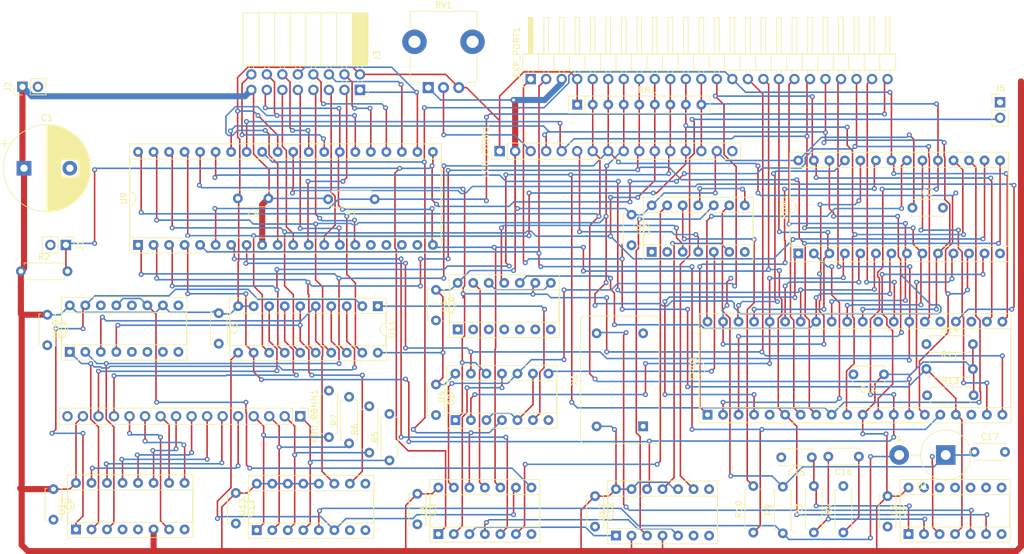
<source format=kicad_pcb>
(kicad_pcb (version 20171130) (host pcbnew "(5.1.10)-1")
  (layers (0 F.Cu signal) (31 B.Cu signal) (34 B.Paste user) (35 F.Paste user) (36 B.SilkS user) (37 F.SilkS user) (38 B.Mask user) (39 F.Mask user) (44 Edge.Cuts user))
  (net 0 "")
  (net 1 +5V)
  (net 2 GND)
  (net 3 "Net-(D1-Pad2)")
  (net 4 "Net-(U1-Pad11)")
  (net 5 RST)
  (net 6 "Net-(U2-Pad11)")
  (net 7 CLK)
  (net 8 WR)
  (net 9 RD)
  (net 10 "Net-(C15-Pad1)")
  (net 11 "Net-(C16-Pad2)")
  (net 12 "Net-(C16-Pad1)")
  (net 13 "Net-(C17-Pad1)")
  (net 14 "Net-(EXP_PORT1-Pad24)")
  (net 15 M1)
  (net 16 A0)
  (net 17 A1)
  (net 18 A2)
  (net 19 A7)
  (net 20 IORQ)
  (net 21 D7)
  (net 22 D6)
  (net 23 D5)
  (net 24 D4)
  (net 25 D3)
  (net 26 D2)
  (net 27 D1)
  (net 28 D0)
  (net 29 INT)
  (net 30 NMI)
  (net 31 "Net-(J5-Pad2)")
  (net 32 SHIFT)
  (net 33 ALT)
  (net 34 C7)
  (net 35 C6)
  (net 36 C5)
  (net 37 C4)
  (net 38 C3)
  (net 39 C2)
  (net 40 C1)
  (net 41 C0)
  (net 42 R3)
  (net 43 R2)
  (net 44 R1)
  (net 45 R0)
  (net 46 LCDE)
  (net 47 CONTRAST)
  (net 48 "Net-(R10-Pad2)")
  (net 49 "Net-(U1-Pad13)")
  (net 50 "Net-(U1-Pad12)")
  (net 51 MEMRQ)
  (net 52 A3)
  (net 53 "Net-(U2-Pad13)")
  (net 54 "Net-(U12-Pad11)")
  (net 55 "Net-(U2-Pad5)")
  (net 56 "Net-(U12-Pad3)")
  (net 57 "Net-(U3-Pad5)")
  (net 58 "Net-(U11-Pad1)")
  (net 59 "Net-(U4-Pad3)")
  (net 60 "Net-(U4-Pad11)")
  (net 61 A6)
  (net 62 KIE)
  (net 63 "Net-(U12-Pad5)")
  (net 64 "Net-(U12-Pad1)")
  (net 65 LOAD)
  (net 66 "Net-(U10-Pad11)")
  (net 67 A10)
  (net 68 A9)
  (net 69 A8)
  (net 70 A5)
  (net 71 A4)
  (net 72 A14)
  (net 73 A13)
  (net 74 A12)
  (net 75 A11)
  (net 76 "Net-(U10-Pad15)")
  (net 77 "Net-(U10-Pad4)")
  (net 78 "Net-(U10-Pad3)")
  (net 79 "Net-(U10-Pad2)")
  (net 80 "Net-(U10-Pad1)")
  (net 81 "Net-(CPU1-Pad25)")
  (net 82 WAIT)
  (net 83 "Net-(J3-Pad7)")
  (net 84 "Net-(J3-Pad9)")
  (net 85 "Net-(J3-Pad5)")
  (net 86 "Net-(J3-Pad3)")
  (net 87 "Net-(J3-Pad11)")
  (net 88 "Net-(J3-Pad12)")
  (net 89 "Net-(J3-Pad16)")
  (net 90 "Net-(J3-Pad14)")
  (net 91 "Net-(J3-Pad4)")
  (net 92 "Net-(J3-Pad8)")
  (net 93 "Net-(J3-Pad6)")
  (net 94 "Net-(J3-Pad10)")
  (module Connector_PinSocket_2.54mm:PinSocket_2x08_P2.54mm_Horizontal (layer F.Cu) (at 70.104 15.494 270)
    (fp_text reference J3 (at -5.65 -2.77 90) (layer F.SilkS))
    (fp_text value Conn_02x08_Odd_Even)
    (pad 16 thru_hole oval (at -2.54 17.78 270) (size 1.7 1.7) (drill 1) (layers *.Cu *.Mask) (net 89 "Net-(J3-Pad16)"))
    (pad 15 thru_hole oval (at 0 17.78 270) (size 1.7 1.7) (drill 1) (layers *.Cu *.Mask) (net 1 +5V))
    (pad 14 thru_hole oval (at -2.54 15.24 270) (size 1.7 1.7) (drill 1) (layers *.Cu *.Mask) (net 90 "Net-(J3-Pad14)"))
    (pad 13 thru_hole oval (at 0 15.24 270) (size 1.7 1.7) (drill 1) (layers *.Cu *.Mask) (net 7 CLK))
    (pad 12 thru_hole oval (at -2.54 12.7 270) (size 1.7 1.7) (drill 1) (layers *.Cu *.Mask) (net 88 "Net-(J3-Pad12)"))
    (pad 11 thru_hole oval (at 0 12.7 270) (size 1.7 1.7) (drill 1) (layers *.Cu *.Mask) (net 87 "Net-(J3-Pad11)"))
    (pad 10 thru_hole oval (at -2.54 10.16 270) (size 1.7 1.7) (drill 1) (layers *.Cu *.Mask) (net 94 "Net-(J3-Pad10)"))
    (pad 9 thru_hole oval (at 0 10.16 270) (size 1.7 1.7) (drill 1) (layers *.Cu *.Mask) (net 84 "Net-(J3-Pad9)"))
    (pad 8 thru_hole oval (at -2.54 7.62 270) (size 1.7 1.7) (drill 1) (layers *.Cu *.Mask) (net 92 "Net-(J3-Pad8)"))
    (pad 7 thru_hole oval (at 0 7.62 270) (size 1.7 1.7) (drill 1) (layers *.Cu *.Mask) (net 83 "Net-(J3-Pad7)"))
    (pad 6 thru_hole oval (at -2.54 5.08 270) (size 1.7 1.7) (drill 1) (layers *.Cu *.Mask) (net 93 "Net-(J3-Pad6)"))
    (pad 5 thru_hole oval (at 0 5.08 270) (size 1.7 1.7) (drill 1) (layers *.Cu *.Mask) (net 85 "Net-(J3-Pad5)"))
    (pad 4 thru_hole oval (at -2.54 2.54 270) (size 1.7 1.7) (drill 1) (layers *.Cu *.Mask) (net 91 "Net-(J3-Pad4)"))
    (pad 3 thru_hole oval (at 0 2.54 270) (size 1.7 1.7) (drill 1) (layers *.Cu *.Mask) (net 86 "Net-(J3-Pad3)"))
    (pad 2 thru_hole oval (at -2.54 0 270) (size 1.7 1.7) (drill 1) (layers *.Cu *.Mask) (net 2 GND))
    (pad 1 thru_hole rect (at 0 0 270) (size 1.7 1.7) (drill 1) (layers *.Cu *.Mask))
  )
  (module Potentiometer_THT:Potentiometer_TT_P0915N (layer F.Cu) (at 81.28 15.113)
    (fp_text reference RV1 (at 2.5 -13.5) (layer F.SilkS))
    (fp_text value R_POT_TRIM)
    (pad 1 thru_hole rect (at 0 0) (size 1.8 1.8) (drill 1) (layers *.Cu *.Mask) (net 1 +5V))
    (pad 2 thru_hole circle (at 2.5 0) (size 1.8 1.8) (drill 1) (layers *.Cu *.Mask) (net 47 CONTRAST))
    (pad 3 thru_hole circle (at 5 0) (size 1.8 1.8) (drill 1) (layers *.Cu *.Mask) (net 2 GND))
    (pad "" thru_hole oval (at -2.25 -7.5) (size 4 4) (drill 2) (layers *.Cu *.Mask))
    (pad "" thru_hole oval (at 7.25 -7.5) (size 4 4) (drill 2) (layers *.Cu *.Mask))
  )
  (module Diode_THT:D_5KPW_P7.62mm_Vertical_AnodeUp (layer F.Cu) (at 165.989 75.311 180)
    (fp_text reference D1 (at 3.81 -5.12) (layer F.SilkS))
    (fp_text value D)
    (fp_text user A (at 7.62 2.6) (layer F.SilkS))
    (pad 2 thru_hole oval (at 7.62 0 180) (size 3.2 3.2) (drill 1.6) (layers *.Cu *.Mask) (net 3 "Net-(D1-Pad2)"))
    (pad 1 thru_hole rect (at 0 0 180) (size 3.2 3.2) (drill 1.6) (layers *.Cu *.Mask) (net 13 "Net-(C17-Pad1)"))
  )
  (module Package_DIP:DIP-14_W7.62mm_Socket (layer F.Cu) (at 117.856 42.037 90)
    (fp_text reference U2 (at 3.81 -2.33 90) (layer F.SilkS))
    (fp_text value 74LS14)
    (pad 14 thru_hole oval (at 7.62 0 90) (size 1.6 1.6) (drill 0.8) (layers *.Cu *.Mask) (net 1 +5V))
    (pad 7 thru_hole oval (at 0 15.24 90) (size 1.6 1.6) (drill 0.8) (layers *.Cu *.Mask) (net 2 GND))
    (pad 13 thru_hole oval (at 7.62 2.54 90) (size 1.6 1.6) (drill 0.8) (layers *.Cu *.Mask) (net 53 "Net-(U2-Pad13)"))
    (pad 6 thru_hole oval (at 0 12.7 90) (size 1.6 1.6) (drill 0.8) (layers *.Cu *.Mask) (net 54 "Net-(U12-Pad11)"))
    (pad 12 thru_hole oval (at 7.62 5.08 90) (size 1.6 1.6) (drill 0.8) (layers *.Cu *.Mask) (net 48 "Net-(R10-Pad2)"))
    (pad 5 thru_hole oval (at 0 10.16 90) (size 1.6 1.6) (drill 0.8) (layers *.Cu *.Mask) (net 55 "Net-(U2-Pad5)"))
    (pad 11 thru_hole oval (at 7.62 7.62 90) (size 1.6 1.6) (drill 0.8) (layers *.Cu *.Mask) (net 6 "Net-(U2-Pad11)"))
    (pad 4 thru_hole oval (at 0 7.62 90) (size 1.6 1.6) (drill 0.8) (layers *.Cu *.Mask) (net 46 LCDE))
    (pad 10 thru_hole oval (at 7.62 10.16 90) (size 1.6 1.6) (drill 0.8) (layers *.Cu *.Mask) (net 56 "Net-(U12-Pad3)"))
    (pad 3 thru_hole oval (at 0 5.08 90) (size 1.6 1.6) (drill 0.8) (layers *.Cu *.Mask) (net 4 "Net-(U1-Pad11)"))
    (pad 9 thru_hole oval (at 7.62 12.7 90) (size 1.6 1.6) (drill 0.8) (layers *.Cu *.Mask) (net 13 "Net-(C17-Pad1)"))
    (pad 2 thru_hole oval (at 0 2.54 90) (size 1.6 1.6) (drill 0.8) (layers *.Cu *.Mask))
    (pad 8 thru_hole oval (at 7.62 15.24 90) (size 1.6 1.6) (drill 0.8) (layers *.Cu *.Mask) (net 6 "Net-(U2-Pad11)"))
    (pad 1 thru_hole rect (at 0 0 90) (size 1.6 1.6) (drill 0.8) (layers *.Cu *.Mask))
  )
  (module Capacitor_THT:C_Disc_D5.0mm_W2.5mm_P5.00mm (layer F.Cu) (at 170.688 74.803)
    (fp_text reference C17 (at 2.5 -2.5) (layer F.SilkS))
    (fp_text value 100n)
    (pad 2 thru_hole circle (at 5 0) (size 1.6 1.6) (drill 0.8) (layers *.Cu *.Mask) (net 2 GND))
    (pad 1 thru_hole circle (at 0 0) (size 1.6 1.6) (drill 0.8) (layers *.Cu *.Mask) (net 13 "Net-(C17-Pad1)"))
  )
  (module Capacitor_THT:C_Disc_D5.0mm_W2.5mm_P5.00mm (layer F.Cu) (at 151.765 75.565 180)
    (fp_text reference C16 (at 2.5 -2.5) (layer F.SilkS))
    (fp_text value 10n)
    (pad 2 thru_hole circle (at 5 0 180) (size 1.6 1.6) (drill 0.8) (layers *.Cu *.Mask) (net 11 "Net-(C16-Pad2)"))
    (pad 1 thru_hole circle (at 0 0 180) (size 1.6 1.6) (drill 0.8) (layers *.Cu *.Mask) (net 12 "Net-(C16-Pad1)"))
  )
  (module Capacitor_THT:C_Disc_D5.0mm_W2.5mm_P5.00mm (layer F.Cu) (at 144.065 75.692 180)
    (fp_text reference C15 (at 2.5 -2.5) (layer F.SilkS))
    (fp_text value 47n)
    (pad 2 thru_hole circle (at 5 0 180) (size 1.6 1.6) (drill 0.8) (layers *.Cu *.Mask) (net 2 GND))
    (pad 1 thru_hole circle (at 0 0 180) (size 1.6 1.6) (drill 0.8) (layers *.Cu *.Mask) (net 10 "Net-(C15-Pad1)"))
  )
  (module Capacitor_THT:C_Disc_D5.0mm_W2.5mm_P5.00mm (layer F.Cu) (at 155.876 62.103 180)
    (fp_text reference C14 (at 2.5 -2.5) (layer F.SilkS))
    (fp_text value 100n)
    (pad 2 thru_hole circle (at 5 0 180) (size 1.6 1.6) (drill 0.8) (layers *.Cu *.Mask) (net 2 GND))
    (pad 1 thru_hole circle (at 0 0 180) (size 1.6 1.6) (drill 0.8) (layers *.Cu *.Mask) (net 1 +5V))
  )
  (module Capacitor_THT:C_Disc_D5.0mm_W2.5mm_P5.00mm (layer F.Cu) (at 49.784 81.534 270)
    (fp_text reference C13 (at 2.5 -2.5 90) (layer F.SilkS))
    (fp_text value 100n)
    (pad 2 thru_hole circle (at 5 0 270) (size 1.6 1.6) (drill 0.8) (layers *.Cu *.Mask) (net 2 GND))
    (pad 1 thru_hole circle (at 0 0 270) (size 1.6 1.6) (drill 0.8) (layers *.Cu *.Mask) (net 1 +5V))
  )
  (module Capacitor_THT:C_Disc_D5.0mm_W2.5mm_P5.00mm (layer F.Cu) (at 108.585 82.042 270)
    (fp_text reference C12 (at 2.5 -2.5 90) (layer F.SilkS))
    (fp_text value 100n)
    (pad 2 thru_hole circle (at 5 0 270) (size 1.6 1.6) (drill 0.8) (layers *.Cu *.Mask) (net 2 GND))
    (pad 1 thru_hole circle (at 0 0 270) (size 1.6 1.6) (drill 0.8) (layers *.Cu *.Mask) (net 1 +5V))
  )
  (module Capacitor_THT:C_Disc_D5.0mm_W2.5mm_P5.00mm (layer F.Cu) (at 18.923 52.324 270)
    (fp_text reference C11 (at 2.5 -2.5 90) (layer F.SilkS))
    (fp_text value 100n)
    (pad 2 thru_hole circle (at 5 0 270) (size 1.6 1.6) (drill 0.8) (layers *.Cu *.Mask) (net 2 GND))
    (pad 1 thru_hole circle (at 0 0 270) (size 1.6 1.6) (drill 0.8) (layers *.Cu *.Mask) (net 1 +5V))
  )
  (module Capacitor_THT:C_Disc_D5.0mm_W2.5mm_P5.00mm (layer F.Cu) (at 82.55 48.26 270)
    (fp_text reference C10 (at 2.5 -2.5 90) (layer F.SilkS))
    (fp_text value 100n)
    (pad 2 thru_hole circle (at 5 0 270) (size 1.6 1.6) (drill 0.8) (layers *.Cu *.Mask) (net 2 GND))
    (pad 1 thru_hole circle (at 0 0 270) (size 1.6 1.6) (drill 0.8) (layers *.Cu *.Mask) (net 1 +5V))
  )
  (module Capacitor_THT:C_Disc_D5.0mm_W2.5mm_P5.00mm (layer F.Cu) (at 55.118 33.274 180)
    (fp_text reference C9 (at 2.5 -2.5) (layer F.SilkS))
    (fp_text value 100n)
    (pad 2 thru_hole circle (at 5 0 180) (size 1.6 1.6) (drill 0.8) (layers *.Cu *.Mask) (net 2 GND))
    (pad 1 thru_hole circle (at 0 0 180) (size 1.6 1.6) (drill 0.8) (layers *.Cu *.Mask) (net 1 +5V))
  )
  (module Capacitor_THT:C_Disc_D5.0mm_W2.5mm_P5.00mm (layer F.Cu) (at 19.939 80.899 270)
    (fp_text reference C8 (at 2.5 -2.5 90) (layer F.SilkS))
    (fp_text value 100n)
    (pad 2 thru_hole circle (at 5 0 270) (size 1.6 1.6) (drill 0.8) (layers *.Cu *.Mask) (net 2 GND))
    (pad 1 thru_hole circle (at 0 0 270) (size 1.6 1.6) (drill 0.8) (layers *.Cu *.Mask) (net 1 +5V))
  )
  (module Capacitor_THT:C_Disc_D5.0mm_W2.5mm_P5.00mm (layer F.Cu) (at 114.554 35.941 270)
    (fp_text reference C7 (at 2.5 -2.5 90) (layer F.SilkS))
    (fp_text value 100n)
    (pad 2 thru_hole circle (at 5 0 270) (size 1.6 1.6) (drill 0.8) (layers *.Cu *.Mask) (net 2 GND))
    (pad 1 thru_hole circle (at 0 0 270) (size 1.6 1.6) (drill 0.8) (layers *.Cu *.Mask) (net 1 +5V))
  )
  (module Capacitor_THT:C_Disc_D5.0mm_W2.5mm_P5.00mm (layer F.Cu) (at 46.99 52.07 270)
    (fp_text reference C6 (at 2.5 -2.5 90) (layer F.SilkS))
    (fp_text value 100n)
    (pad 2 thru_hole circle (at 5 0 270) (size 1.6 1.6) (drill 0.8) (layers *.Cu *.Mask) (net 2 GND))
    (pad 1 thru_hole circle (at 0 0 270) (size 1.6 1.6) (drill 0.8) (layers *.Cu *.Mask) (net 1 +5V))
  )
  (module Capacitor_THT:C_Disc_D5.0mm_W2.5mm_P5.00mm (layer F.Cu) (at 79.502 81.661 270)
    (fp_text reference C5 (at 2.5 -2.5 90) (layer F.SilkS))
    (fp_text value 100n)
    (pad 2 thru_hole circle (at 5 0 270) (size 1.6 1.6) (drill 0.8) (layers *.Cu *.Mask) (net 2 GND))
    (pad 1 thru_hole circle (at 0 0 270) (size 1.6 1.6) (drill 0.8) (layers *.Cu *.Mask) (net 1 +5V))
  )
  (module Capacitor_THT:C_Disc_D5.0mm_W2.5mm_P5.00mm (layer F.Cu) (at 156.464 82.042 270)
    (fp_text reference C4 (at 2.5 -2.5 90) (layer F.SilkS))
    (fp_text value 100n)
    (pad 2 thru_hole circle (at 5 0 270) (size 1.6 1.6) (drill 0.8) (layers *.Cu *.Mask) (net 2 GND))
    (pad 1 thru_hole circle (at 0 0 270) (size 1.6 1.6) (drill 0.8) (layers *.Cu *.Mask) (net 1 +5V))
  )
  (module Capacitor_THT:C_Disc_D5.0mm_W2.5mm_P5.00mm (layer F.Cu) (at 160.528 34.798)
    (fp_text reference C3 (at 2.5 -2.5) (layer F.SilkS))
    (fp_text value 100n)
    (pad 2 thru_hole circle (at 5 0) (size 1.6 1.6) (drill 0.8) (layers *.Cu *.Mask) (net 2 GND))
    (pad 1 thru_hole circle (at 0 0) (size 1.6 1.6) (drill 0.8) (layers *.Cu *.Mask) (net 1 +5V))
  )
  (module Capacitor_THT:C_Disc_D5.0mm_W2.5mm_P5.00mm (layer F.Cu) (at 82.55 63.754 270)
    (fp_text reference C2 (at 2.5 -2.5 90) (layer F.SilkS))
    (fp_text value 100n)
    (pad 2 thru_hole circle (at 5 0 270) (size 1.6 1.6) (drill 0.8) (layers *.Cu *.Mask) (net 2 GND))
    (pad 1 thru_hole circle (at 0 0 270) (size 1.6 1.6) (drill 0.8) (layers *.Cu *.Mask) (net 1 +5V))
  )
  (module Capacitor_THT:CP_Radial_D14.0mm_P7.50mm (layer F.Cu) (at 15.113 28.321)
    (fp_text reference C1 (at 3.75 -8.25) (layer F.SilkS))
    (fp_text value 100u)
    (pad 2 thru_hole circle (at 7.5 0) (size 2.4 2.4) (drill 1.2) (layers *.Cu *.Mask) (net 2 GND))
    (pad 1 thru_hole rect (at 0 0) (size 2.4 2.4) (drill 1.2) (layers *.Cu *.Mask) (net 1 +5V))
  )
  (module Package_DIP:DIP-40_W15.24mm_Socket (layer F.Cu) (at 127 68.707 90)
    (fp_text reference CPU1 (at 7.62 -2.33 90) (layer F.SilkS))
    (fp_text value Z80)
    (pad 40 thru_hole oval (at 15.24 0 90) (size 1.6 1.6) (drill 0.8) (layers *.Cu *.Mask) (net 67 A10))
    (pad 20 thru_hole oval (at 0 48.26 90) (size 1.6 1.6) (drill 0.8) (layers *.Cu *.Mask) (net 20 IORQ))
    (pad 39 thru_hole oval (at 15.24 2.54 90) (size 1.6 1.6) (drill 0.8) (layers *.Cu *.Mask) (net 68 A9))
    (pad 19 thru_hole oval (at 0 45.72 90) (size 1.6 1.6) (drill 0.8) (layers *.Cu *.Mask) (net 51 MEMRQ))
    (pad 38 thru_hole oval (at 15.24 5.08 90) (size 1.6 1.6) (drill 0.8) (layers *.Cu *.Mask) (net 69 A8))
    (pad 18 thru_hole oval (at 0 43.18 90) (size 1.6 1.6) (drill 0.8) (layers *.Cu *.Mask))
    (pad 37 thru_hole oval (at 15.24 7.62 90) (size 1.6 1.6) (drill 0.8) (layers *.Cu *.Mask) (net 19 A7))
    (pad 17 thru_hole oval (at 0 40.64 90) (size 1.6 1.6) (drill 0.8) (layers *.Cu *.Mask) (net 30 NMI))
    (pad 36 thru_hole oval (at 15.24 10.16 90) (size 1.6 1.6) (drill 0.8) (layers *.Cu *.Mask) (net 61 A6))
    (pad 16 thru_hole oval (at 0 38.1 90) (size 1.6 1.6) (drill 0.8) (layers *.Cu *.Mask) (net 29 INT))
    (pad 35 thru_hole oval (at 15.24 12.7 90) (size 1.6 1.6) (drill 0.8) (layers *.Cu *.Mask) (net 70 A5))
    (pad 15 thru_hole oval (at 0 35.56 90) (size 1.6 1.6) (drill 0.8) (layers *.Cu *.Mask) (net 27 D1))
    (pad 34 thru_hole oval (at 15.24 15.24 90) (size 1.6 1.6) (drill 0.8) (layers *.Cu *.Mask) (net 71 A4))
    (pad 14 thru_hole oval (at 0 33.02 90) (size 1.6 1.6) (drill 0.8) (layers *.Cu *.Mask) (net 28 D0))
    (pad 33 thru_hole oval (at 15.24 17.78 90) (size 1.6 1.6) (drill 0.8) (layers *.Cu *.Mask) (net 52 A3))
    (pad 13 thru_hole oval (at 0 30.48 90) (size 1.6 1.6) (drill 0.8) (layers *.Cu *.Mask) (net 21 D7))
    (pad 32 thru_hole oval (at 15.24 20.32 90) (size 1.6 1.6) (drill 0.8) (layers *.Cu *.Mask) (net 18 A2))
    (pad 12 thru_hole oval (at 0 27.94 90) (size 1.6 1.6) (drill 0.8) (layers *.Cu *.Mask) (net 26 D2))
    (pad 31 thru_hole oval (at 15.24 22.86 90) (size 1.6 1.6) (drill 0.8) (layers *.Cu *.Mask) (net 17 A1))
    (pad 11 thru_hole oval (at 0 25.4 90) (size 1.6 1.6) (drill 0.8) (layers *.Cu *.Mask) (net 1 +5V))
    (pad 30 thru_hole oval (at 15.24 25.4 90) (size 1.6 1.6) (drill 0.8) (layers *.Cu *.Mask) (net 16 A0))
    (pad 10 thru_hole oval (at 0 22.86 90) (size 1.6 1.6) (drill 0.8) (layers *.Cu *.Mask) (net 22 D6))
    (pad 29 thru_hole oval (at 15.24 27.94 90) (size 1.6 1.6) (drill 0.8) (layers *.Cu *.Mask) (net 2 GND))
    (pad 9 thru_hole oval (at 0 20.32 90) (size 1.6 1.6) (drill 0.8) (layers *.Cu *.Mask) (net 23 D5))
    (pad 28 thru_hole oval (at 15.24 30.48 90) (size 1.6 1.6) (drill 0.8) (layers *.Cu *.Mask))
    (pad 8 thru_hole oval (at 0 17.78 90) (size 1.6 1.6) (drill 0.8) (layers *.Cu *.Mask) (net 25 D3))
    (pad 27 thru_hole oval (at 15.24 33.02 90) (size 1.6 1.6) (drill 0.8) (layers *.Cu *.Mask) (net 15 M1))
    (pad 7 thru_hole oval (at 0 15.24 90) (size 1.6 1.6) (drill 0.8) (layers *.Cu *.Mask) (net 24 D4))
    (pad 26 thru_hole oval (at 15.24 35.56 90) (size 1.6 1.6) (drill 0.8) (layers *.Cu *.Mask) (net 5 RST))
    (pad 6 thru_hole oval (at 0 12.7 90) (size 1.6 1.6) (drill 0.8) (layers *.Cu *.Mask) (net 7 CLK))
    (pad 25 thru_hole oval (at 15.24 38.1 90) (size 1.6 1.6) (drill 0.8) (layers *.Cu *.Mask) (net 81 "Net-(CPU1-Pad25)"))
    (pad 5 thru_hole oval (at 0 10.16 90) (size 1.6 1.6) (drill 0.8) (layers *.Cu *.Mask))
    (pad 24 thru_hole oval (at 15.24 40.64 90) (size 1.6 1.6) (drill 0.8) (layers *.Cu *.Mask) (net 82 WAIT))
    (pad 4 thru_hole oval (at 0 7.62 90) (size 1.6 1.6) (drill 0.8) (layers *.Cu *.Mask) (net 72 A14))
    (pad 23 thru_hole oval (at 15.24 43.18 90) (size 1.6 1.6) (drill 0.8) (layers *.Cu *.Mask))
    (pad 3 thru_hole oval (at 0 5.08 90) (size 1.6 1.6) (drill 0.8) (layers *.Cu *.Mask) (net 73 A13))
    (pad 22 thru_hole oval (at 15.24 45.72 90) (size 1.6 1.6) (drill 0.8) (layers *.Cu *.Mask) (net 8 WR))
    (pad 2 thru_hole oval (at 0 2.54 90) (size 1.6 1.6) (drill 0.8) (layers *.Cu *.Mask) (net 74 A12))
    (pad 21 thru_hole oval (at 15.24 48.26 90) (size 1.6 1.6) (drill 0.8) (layers *.Cu *.Mask) (net 9 RD))
    (pad 1 thru_hole rect (at 0 0 90) (size 1.6 1.6) (drill 0.8) (layers *.Cu *.Mask) (net 75 A11))
  )
  (module Oscillator:Oscillator_DIP-14 (layer F.Cu) (at 116.459 70.612 90)
    (fp_text reference X1 (at 7.62 -11.26 90) (layer F.SilkS))
    (fp_text value ACO-1.8432MHz)
    (pad 7 thru_hole circle (at 15.24 0 90) (size 1.6 1.6) (drill 0.8) (layers *.Cu *.Mask) (net 2 GND))
    (pad 8 thru_hole circle (at 15.24 -7.62 90) (size 1.6 1.6) (drill 0.8) (layers *.Cu *.Mask) (net 57 "Net-(U3-Pad5)"))
    (pad 14 thru_hole circle (at 0 -7.62 90) (size 1.6 1.6) (drill 0.8) (layers *.Cu *.Mask) (net 1 +5V))
    (pad 1 thru_hole rect (at 0 0 90) (size 1.6 1.6) (drill 0.8) (layers *.Cu *.Mask))
  )
  (module Package_DIP:DIP-16_W7.62mm_Socket (layer F.Cu) (at 23.622 87.503 90)
    (fp_text reference U14 (at 3.81 -2.33 90) (layer F.SilkS))
    (fp_text value 74LS138)
    (pad 16 thru_hole oval (at 7.62 0 90) (size 1.6 1.6) (drill 0.8) (layers *.Cu *.Mask) (net 1 +5V))
    (pad 8 thru_hole oval (at 0 17.78 90) (size 1.6 1.6) (drill 0.8) (layers *.Cu *.Mask) (net 2 GND))
    (pad 15 thru_hole oval (at 7.62 2.54 90) (size 1.6 1.6) (drill 0.8) (layers *.Cu *.Mask) (net 41 C0))
    (pad 7 thru_hole oval (at 0 15.24 90) (size 1.6 1.6) (drill 0.8) (layers *.Cu *.Mask) (net 34 C7))
    (pad 14 thru_hole oval (at 7.62 5.08 90) (size 1.6 1.6) (drill 0.8) (layers *.Cu *.Mask) (net 40 C1))
    (pad 6 thru_hole oval (at 0 12.7 90) (size 1.6 1.6) (drill 0.8) (layers *.Cu *.Mask) (net 1 +5V))
    (pad 13 thru_hole oval (at 7.62 7.62 90) (size 1.6 1.6) (drill 0.8) (layers *.Cu *.Mask) (net 39 C2))
    (pad 5 thru_hole oval (at 0 10.16 90) (size 1.6 1.6) (drill 0.8) (layers *.Cu *.Mask) (net 2 GND))
    (pad 12 thru_hole oval (at 7.62 10.16 90) (size 1.6 1.6) (drill 0.8) (layers *.Cu *.Mask) (net 38 C3))
    (pad 4 thru_hole oval (at 0 7.62 90) (size 1.6 1.6) (drill 0.8) (layers *.Cu *.Mask) (net 2 GND))
    (pad 11 thru_hole oval (at 7.62 12.7 90) (size 1.6 1.6) (drill 0.8) (layers *.Cu *.Mask) (net 37 C4))
    (pad 3 thru_hole oval (at 0 5.08 90) (size 1.6 1.6) (drill 0.8) (layers *.Cu *.Mask) (net 79 "Net-(U10-Pad2)"))
    (pad 10 thru_hole oval (at 7.62 15.24 90) (size 1.6 1.6) (drill 0.8) (layers *.Cu *.Mask) (net 36 C5))
    (pad 2 thru_hole oval (at 0 2.54 90) (size 1.6 1.6) (drill 0.8) (layers *.Cu *.Mask) (net 80 "Net-(U10-Pad1)"))
    (pad 9 thru_hole oval (at 7.62 17.78 90) (size 1.6 1.6) (drill 0.8) (layers *.Cu *.Mask) (net 35 C6))
    (pad 1 thru_hole rect (at 0 0 90) (size 1.6 1.6) (drill 0.8) (layers *.Cu *.Mask) (net 76 "Net-(U10-Pad15)"))
  )
  (module Package_DIP:DIP-16_W7.62mm_Socket (layer F.Cu) (at 53.213 87.63 90)
    (fp_text reference U13 (at 3.81 -2.33 90) (layer F.SilkS))
    (fp_text value 74LS151)
    (pad 16 thru_hole oval (at 7.62 0 90) (size 1.6 1.6) (drill 0.8) (layers *.Cu *.Mask) (net 1 +5V))
    (pad 8 thru_hole oval (at 0 17.78 90) (size 1.6 1.6) (drill 0.8) (layers *.Cu *.Mask) (net 2 GND))
    (pad 15 thru_hole oval (at 7.62 2.54 90) (size 1.6 1.6) (drill 0.8) (layers *.Cu *.Mask) (net 1 +5V))
    (pad 7 thru_hole oval (at 0 15.24 90) (size 1.6 1.6) (drill 0.8) (layers *.Cu *.Mask) (net 2 GND))
    (pad 14 thru_hole oval (at 7.62 5.08 90) (size 1.6 1.6) (drill 0.8) (layers *.Cu *.Mask) (net 1 +5V))
    (pad 6 thru_hole oval (at 0 12.7 90) (size 1.6 1.6) (drill 0.8) (layers *.Cu *.Mask) (net 65 LOAD))
    (pad 13 thru_hole oval (at 7.62 7.62 90) (size 1.6 1.6) (drill 0.8) (layers *.Cu *.Mask) (net 1 +5V))
    (pad 5 thru_hole oval (at 0 10.16 90) (size 1.6 1.6) (drill 0.8) (layers *.Cu *.Mask) (net 3 "Net-(D1-Pad2)"))
    (pad 12 thru_hole oval (at 7.62 10.16 90) (size 1.6 1.6) (drill 0.8) (layers *.Cu *.Mask) (net 1 +5V))
    (pad 4 thru_hole oval (at 0 7.62 90) (size 1.6 1.6) (drill 0.8) (layers *.Cu *.Mask) (net 45 R0))
    (pad 11 thru_hole oval (at 7.62 12.7 90) (size 1.6 1.6) (drill 0.8) (layers *.Cu *.Mask) (net 78 "Net-(U10-Pad3)"))
    (pad 3 thru_hole oval (at 0 5.08 90) (size 1.6 1.6) (drill 0.8) (layers *.Cu *.Mask) (net 44 R1))
    (pad 10 thru_hole oval (at 7.62 15.24 90) (size 1.6 1.6) (drill 0.8) (layers *.Cu *.Mask) (net 77 "Net-(U10-Pad4)"))
    (pad 2 thru_hole oval (at 0 2.54 90) (size 1.6 1.6) (drill 0.8) (layers *.Cu *.Mask) (net 43 R2))
    (pad 9 thru_hole oval (at 7.62 17.78 90) (size 1.6 1.6) (drill 0.8) (layers *.Cu *.Mask) (net 2 GND))
    (pad 1 thru_hole rect (at 0 0 90) (size 1.6 1.6) (drill 0.8) (layers *.Cu *.Mask) (net 42 R3))
  )
  (module Package_DIP:DIP-14_W7.62mm_Socket (layer F.Cu) (at 112.014 88.519 90)
    (fp_text reference U12 (at 3.81 -2.33 90) (layer F.SilkS))
    (fp_text value 74LS74)
    (pad 14 thru_hole oval (at 7.62 0 90) (size 1.6 1.6) (drill 0.8) (layers *.Cu *.Mask) (net 1 +5V))
    (pad 7 thru_hole oval (at 0 15.24 90) (size 1.6 1.6) (drill 0.8) (layers *.Cu *.Mask) (net 2 GND))
    (pad 13 thru_hole oval (at 7.62 2.54 90) (size 1.6 1.6) (drill 0.8) (layers *.Cu *.Mask) (net 1 +5V))
    (pad 6 thru_hole oval (at 0 12.7 90) (size 1.6 1.6) (drill 0.8) (layers *.Cu *.Mask))
    (pad 12 thru_hole oval (at 7.62 5.08 90) (size 1.6 1.6) (drill 0.8) (layers *.Cu *.Mask) (net 21 D7))
    (pad 5 thru_hole oval (at 0 10.16 90) (size 1.6 1.6) (drill 0.8) (layers *.Cu *.Mask) (net 63 "Net-(U12-Pad5)"))
    (pad 11 thru_hole oval (at 7.62 7.62 90) (size 1.6 1.6) (drill 0.8) (layers *.Cu *.Mask) (net 54 "Net-(U12-Pad11)"))
    (pad 4 thru_hole oval (at 0 7.62 90) (size 1.6 1.6) (drill 0.8) (layers *.Cu *.Mask) (net 1 +5V))
    (pad 10 thru_hole oval (at 7.62 10.16 90) (size 1.6 1.6) (drill 0.8) (layers *.Cu *.Mask) (net 1 +5V))
    (pad 3 thru_hole oval (at 0 5.08 90) (size 1.6 1.6) (drill 0.8) (layers *.Cu *.Mask) (net 56 "Net-(U12-Pad3)"))
    (pad 9 thru_hole oval (at 7.62 12.7 90) (size 1.6 1.6) (drill 0.8) (layers *.Cu *.Mask) (net 31 "Net-(J5-Pad2)"))
    (pad 2 thru_hole oval (at 0 2.54 90) (size 1.6 1.6) (drill 0.8) (layers *.Cu *.Mask) (net 1 +5V))
    (pad 8 thru_hole oval (at 7.62 15.24 90) (size 1.6 1.6) (drill 0.8) (layers *.Cu *.Mask))
    (pad 1 thru_hole rect (at 0 0 90) (size 1.6 1.6) (drill 0.8) (layers *.Cu *.Mask) (net 64 "Net-(U12-Pad1)"))
  )
  (module Package_DIP:DIP-20_W7.62mm_Socket (layer F.Cu) (at 73.025 50.927 270)
    (fp_text reference U11 (at 3.81 -2.33 90) (layer F.SilkS))
    (fp_text value 74LS573)
    (pad 20 thru_hole oval (at 7.62 0 270) (size 1.6 1.6) (drill 0.8) (layers *.Cu *.Mask) (net 1 +5V))
    (pad 10 thru_hole oval (at 0 22.86 270) (size 1.6 1.6) (drill 0.8) (layers *.Cu *.Mask) (net 2 GND))
    (pad 19 thru_hole oval (at 7.62 2.54 270) (size 1.6 1.6) (drill 0.8) (layers *.Cu *.Mask) (net 28 D0))
    (pad 9 thru_hole oval (at 0 20.32 270) (size 1.6 1.6) (drill 0.8) (layers *.Cu *.Mask) (net 2 GND))
    (pad 18 thru_hole oval (at 7.62 5.08 270) (size 1.6 1.6) (drill 0.8) (layers *.Cu *.Mask) (net 27 D1))
    (pad 8 thru_hole oval (at 0 17.78 270) (size 1.6 1.6) (drill 0.8) (layers *.Cu *.Mask) (net 32 SHIFT))
    (pad 17 thru_hole oval (at 7.62 7.62 270) (size 1.6 1.6) (drill 0.8) (layers *.Cu *.Mask) (net 26 D2))
    (pad 7 thru_hole oval (at 0 15.24 270) (size 1.6 1.6) (drill 0.8) (layers *.Cu *.Mask) (net 33 ALT))
    (pad 16 thru_hole oval (at 7.62 10.16 270) (size 1.6 1.6) (drill 0.8) (layers *.Cu *.Mask) (net 25 D3))
    (pad 6 thru_hole oval (at 0 12.7 270) (size 1.6 1.6) (drill 0.8) (layers *.Cu *.Mask) (net 77 "Net-(U10-Pad4)"))
    (pad 15 thru_hole oval (at 7.62 12.7 270) (size 1.6 1.6) (drill 0.8) (layers *.Cu *.Mask) (net 24 D4))
    (pad 5 thru_hole oval (at 0 10.16 270) (size 1.6 1.6) (drill 0.8) (layers *.Cu *.Mask) (net 78 "Net-(U10-Pad3)"))
    (pad 14 thru_hole oval (at 7.62 15.24 270) (size 1.6 1.6) (drill 0.8) (layers *.Cu *.Mask) (net 23 D5))
    (pad 4 thru_hole oval (at 0 7.62 270) (size 1.6 1.6) (drill 0.8) (layers *.Cu *.Mask) (net 79 "Net-(U10-Pad2)"))
    (pad 13 thru_hole oval (at 7.62 17.78 270) (size 1.6 1.6) (drill 0.8) (layers *.Cu *.Mask) (net 22 D6))
    (pad 3 thru_hole oval (at 0 5.08 270) (size 1.6 1.6) (drill 0.8) (layers *.Cu *.Mask) (net 80 "Net-(U10-Pad1)"))
    (pad 12 thru_hole oval (at 7.62 20.32 270) (size 1.6 1.6) (drill 0.8) (layers *.Cu *.Mask) (net 21 D7))
    (pad 2 thru_hole oval (at 0 2.54 270) (size 1.6 1.6) (drill 0.8) (layers *.Cu *.Mask) (net 76 "Net-(U10-Pad15)"))
    (pad 11 thru_hole oval (at 7.62 22.86 270) (size 1.6 1.6) (drill 0.8) (layers *.Cu *.Mask) (net 65 LOAD))
    (pad 1 thru_hole rect (at 0 0 270) (size 1.6 1.6) (drill 0.8) (layers *.Cu *.Mask) (net 58 "Net-(U11-Pad1)"))
  )
  (module Package_DIP:DIP-16_W7.62mm_Socket (layer F.Cu) (at 22.606 58.42 90)
    (fp_text reference U10 (at 3.81 -2.33 90) (layer F.SilkS))
    (fp_text value 74LS590)
    (pad 16 thru_hole oval (at 7.62 0 90) (size 1.6 1.6) (drill 0.8) (layers *.Cu *.Mask) (net 1 +5V))
    (pad 8 thru_hole oval (at 0 17.78 90) (size 1.6 1.6) (drill 0.8) (layers *.Cu *.Mask) (net 2 GND))
    (pad 15 thru_hole oval (at 7.62 2.54 90) (size 1.6 1.6) (drill 0.8) (layers *.Cu *.Mask) (net 76 "Net-(U10-Pad15)"))
    (pad 7 thru_hole oval (at 0 15.24 90) (size 1.6 1.6) (drill 0.8) (layers *.Cu *.Mask))
    (pad 14 thru_hole oval (at 7.62 5.08 90) (size 1.6 1.6) (drill 0.8) (layers *.Cu *.Mask) (net 2 GND))
    (pad 6 thru_hole oval (at 0 12.7 90) (size 1.6 1.6) (drill 0.8) (layers *.Cu *.Mask))
    (pad 13 thru_hole oval (at 7.62 7.62 90) (size 1.6 1.6) (drill 0.8) (layers *.Cu *.Mask) (net 66 "Net-(U10-Pad11)"))
    (pad 5 thru_hole oval (at 0 10.16 90) (size 1.6 1.6) (drill 0.8) (layers *.Cu *.Mask))
    (pad 12 thru_hole oval (at 7.62 10.16 90) (size 1.6 1.6) (drill 0.8) (layers *.Cu *.Mask) (net 2 GND))
    (pad 4 thru_hole oval (at 0 7.62 90) (size 1.6 1.6) (drill 0.8) (layers *.Cu *.Mask) (net 77 "Net-(U10-Pad4)"))
    (pad 11 thru_hole oval (at 7.62 12.7 90) (size 1.6 1.6) (drill 0.8) (layers *.Cu *.Mask) (net 66 "Net-(U10-Pad11)"))
    (pad 3 thru_hole oval (at 0 5.08 90) (size 1.6 1.6) (drill 0.8) (layers *.Cu *.Mask) (net 78 "Net-(U10-Pad3)"))
    (pad 10 thru_hole oval (at 7.62 15.24 90) (size 1.6 1.6) (drill 0.8) (layers *.Cu *.Mask) (net 1 +5V))
    (pad 2 thru_hole oval (at 0 2.54 90) (size 1.6 1.6) (drill 0.8) (layers *.Cu *.Mask) (net 79 "Net-(U10-Pad2)"))
    (pad 9 thru_hole oval (at 7.62 17.78 90) (size 1.6 1.6) (drill 0.8) (layers *.Cu *.Mask))
    (pad 1 thru_hole rect (at 0 0 90) (size 1.6 1.6) (drill 0.8) (layers *.Cu *.Mask) (net 80 "Net-(U10-Pad1)"))
  )
  (module Package_DIP:DIP-40_W15.24mm_Socket (layer F.Cu) (at 33.782 40.894 90)
    (fp_text reference U9 (at 7.62 -2.33 90) (layer F.SilkS))
    (fp_text value DART)
    (pad 40 thru_hole oval (at 15.24 0 90) (size 1.6 1.6) (drill 0.8) (layers *.Cu *.Mask) (net 28 D0))
    (pad 20 thru_hole oval (at 0 48.26 90) (size 1.6 1.6) (drill 0.8) (layers *.Cu *.Mask) (net 7 CLK))
    (pad 39 thru_hole oval (at 15.24 2.54 90) (size 1.6 1.6) (drill 0.8) (layers *.Cu *.Mask) (net 26 D2))
    (pad 19 thru_hole oval (at 0 45.72 90) (size 1.6 1.6) (drill 0.8) (layers *.Cu *.Mask))
    (pad 38 thru_hole oval (at 15.24 5.08 90) (size 1.6 1.6) (drill 0.8) (layers *.Cu *.Mask) (net 24 D4))
    (pad 18 thru_hole oval (at 0 43.18 90) (size 1.6 1.6) (drill 0.8) (layers *.Cu *.Mask))
    (pad 37 thru_hole oval (at 15.24 7.62 90) (size 1.6 1.6) (drill 0.8) (layers *.Cu *.Mask) (net 22 D6))
    (pad 17 thru_hole oval (at 0 40.64 90) (size 1.6 1.6) (drill 0.8) (layers *.Cu *.Mask))
    (pad 36 thru_hole oval (at 15.24 10.16 90) (size 1.6 1.6) (drill 0.8) (layers *.Cu *.Mask) (net 20 IORQ))
    (pad 16 thru_hole oval (at 0 38.1 90) (size 1.6 1.6) (drill 0.8) (layers *.Cu *.Mask))
    (pad 35 thru_hole oval (at 15.24 12.7 90) (size 1.6 1.6) (drill 0.8) (layers *.Cu *.Mask) (net 71 A4))
    (pad 15 thru_hole oval (at 0 35.56 90) (size 1.6 1.6) (drill 0.8) (layers *.Cu *.Mask) (net 83 "Net-(J3-Pad7)"))
    (pad 34 thru_hole oval (at 15.24 15.24 90) (size 1.6 1.6) (drill 0.8) (layers *.Cu *.Mask) (net 16 A0))
    (pad 14 thru_hole oval (at 0 33.02 90) (size 1.6 1.6) (drill 0.8) (layers *.Cu *.Mask) (net 84 "Net-(J3-Pad9)"))
    (pad 33 thru_hole oval (at 15.24 17.78 90) (size 1.6 1.6) (drill 0.8) (layers *.Cu *.Mask) (net 17 A1))
    (pad 13 thru_hole oval (at 0 30.48 90) (size 1.6 1.6) (drill 0.8) (layers *.Cu *.Mask) (net 85 "Net-(J3-Pad5)"))
    (pad 32 thru_hole oval (at 15.24 20.32 90) (size 1.6 1.6) (drill 0.8) (layers *.Cu *.Mask) (net 9 RD))
    (pad 12 thru_hole oval (at 0 27.94 90) (size 1.6 1.6) (drill 0.8) (layers *.Cu *.Mask) (net 86 "Net-(J3-Pad3)"))
    (pad 31 thru_hole oval (at 15.24 22.86 90) (size 1.6 1.6) (drill 0.8) (layers *.Cu *.Mask) (net 2 GND))
    (pad 11 thru_hole oval (at 0 25.4 90) (size 1.6 1.6) (drill 0.8) (layers *.Cu *.Mask) (net 87 "Net-(J3-Pad11)"))
    (pad 30 thru_hole oval (at 15.24 25.4 90) (size 1.6 1.6) (drill 0.8) (layers *.Cu *.Mask) (net 82 WAIT))
    (pad 10 thru_hole oval (at 0 22.86 90) (size 1.6 1.6) (drill 0.8) (layers *.Cu *.Mask) (net 90 "Net-(J3-Pad14)"))
    (pad 29 thru_hole oval (at 15.24 27.94 90) (size 1.6 1.6) (drill 0.8) (layers *.Cu *.Mask) (net 88 "Net-(J3-Pad12)"))
    (pad 9 thru_hole oval (at 0 20.32 90) (size 1.6 1.6) (drill 0.8) (layers *.Cu *.Mask) (net 1 +5V))
    (pad 28 thru_hole oval (at 15.24 30.48 90) (size 1.6 1.6) (drill 0.8) (layers *.Cu *.Mask) (net 89 "Net-(J3-Pad16)"))
    (pad 8 thru_hole oval (at 0 17.78 90) (size 1.6 1.6) (drill 0.8) (layers *.Cu *.Mask) (net 15 M1))
    (pad 27 thru_hole oval (at 15.24 33.02 90) (size 1.6 1.6) (drill 0.8) (layers *.Cu *.Mask) (net 7 CLK))
    (pad 7 thru_hole oval (at 0 15.24 90) (size 1.6 1.6) (drill 0.8) (layers *.Cu *.Mask) (net 62 KIE))
    (pad 26 thru_hole oval (at 15.24 35.56 90) (size 1.6 1.6) (drill 0.8) (layers *.Cu *.Mask) (net 90 "Net-(J3-Pad14)"))
    (pad 6 thru_hole oval (at 0 12.7 90) (size 1.6 1.6) (drill 0.8) (layers *.Cu *.Mask) (net 14 "Net-(EXP_PORT1-Pad24)"))
    (pad 25 thru_hole oval (at 15.24 38.1 90) (size 1.6 1.6) (drill 0.8) (layers *.Cu *.Mask) (net 91 "Net-(J3-Pad4)"))
    (pad 5 thru_hole oval (at 0 10.16 90) (size 1.6 1.6) (drill 0.8) (layers *.Cu *.Mask) (net 29 INT))
    (pad 24 thru_hole oval (at 15.24 40.64 90) (size 1.6 1.6) (drill 0.8) (layers *.Cu *.Mask) (net 92 "Net-(J3-Pad8)"))
    (pad 4 thru_hole oval (at 0 7.62 90) (size 1.6 1.6) (drill 0.8) (layers *.Cu *.Mask) (net 21 D7))
    (pad 23 thru_hole oval (at 15.24 43.18 90) (size 1.6 1.6) (drill 0.8) (layers *.Cu *.Mask) (net 93 "Net-(J3-Pad6)"))
    (pad 3 thru_hole oval (at 0 5.08 90) (size 1.6 1.6) (drill 0.8) (layers *.Cu *.Mask) (net 23 D5))
    (pad 22 thru_hole oval (at 15.24 45.72 90) (size 1.6 1.6) (drill 0.8) (layers *.Cu *.Mask) (net 94 "Net-(J3-Pad10)"))
    (pad 2 thru_hole oval (at 0 2.54 90) (size 1.6 1.6) (drill 0.8) (layers *.Cu *.Mask) (net 25 D3))
    (pad 21 thru_hole oval (at 15.24 48.26 90) (size 1.6 1.6) (drill 0.8) (layers *.Cu *.Mask) (net 5 RST))
    (pad 1 thru_hole rect (at 0 0 90) (size 1.6 1.6) (drill 0.8) (layers *.Cu *.Mask) (net 27 D1))
  )
  (module Package_DIP:DIP-28_W15.24mm_Socket (layer F.Cu) (at 141.859 42.291 90)
    (fp_text reference ROM1 (at 7.62 -2.33 90) (layer F.SilkS))
    (fp_text value 28C256)
    (pad 28 thru_hole oval (at 15.24 0 90) (size 1.6 1.6) (drill 0.8) (layers *.Cu *.Mask) (net 1 +5V))
    (pad 14 thru_hole oval (at 0 33.02 90) (size 1.6 1.6) (drill 0.8) (layers *.Cu *.Mask) (net 2 GND))
    (pad 27 thru_hole oval (at 15.24 2.54 90) (size 1.6 1.6) (drill 0.8) (layers *.Cu *.Mask) (net 8 WR))
    (pad 13 thru_hole oval (at 0 30.48 90) (size 1.6 1.6) (drill 0.8) (layers *.Cu *.Mask) (net 26 D2))
    (pad 26 thru_hole oval (at 15.24 5.08 90) (size 1.6 1.6) (drill 0.8) (layers *.Cu *.Mask) (net 73 A13))
    (pad 12 thru_hole oval (at 0 27.94 90) (size 1.6 1.6) (drill 0.8) (layers *.Cu *.Mask) (net 27 D1))
    (pad 25 thru_hole oval (at 15.24 7.62 90) (size 1.6 1.6) (drill 0.8) (layers *.Cu *.Mask) (net 69 A8))
    (pad 11 thru_hole oval (at 0 25.4 90) (size 1.6 1.6) (drill 0.8) (layers *.Cu *.Mask) (net 28 D0))
    (pad 24 thru_hole oval (at 15.24 10.16 90) (size 1.6 1.6) (drill 0.8) (layers *.Cu *.Mask) (net 68 A9))
    (pad 10 thru_hole oval (at 0 22.86 90) (size 1.6 1.6) (drill 0.8) (layers *.Cu *.Mask) (net 16 A0))
    (pad 23 thru_hole oval (at 15.24 12.7 90) (size 1.6 1.6) (drill 0.8) (layers *.Cu *.Mask) (net 75 A11))
    (pad 9 thru_hole oval (at 0 20.32 90) (size 1.6 1.6) (drill 0.8) (layers *.Cu *.Mask) (net 17 A1))
    (pad 22 thru_hole oval (at 15.24 15.24 90) (size 1.6 1.6) (drill 0.8) (layers *.Cu *.Mask) (net 9 RD))
    (pad 8 thru_hole oval (at 0 17.78 90) (size 1.6 1.6) (drill 0.8) (layers *.Cu *.Mask) (net 18 A2))
    (pad 21 thru_hole oval (at 15.24 17.78 90) (size 1.6 1.6) (drill 0.8) (layers *.Cu *.Mask) (net 67 A10))
    (pad 7 thru_hole oval (at 0 15.24 90) (size 1.6 1.6) (drill 0.8) (layers *.Cu *.Mask) (net 52 A3))
    (pad 20 thru_hole oval (at 15.24 20.32 90) (size 1.6 1.6) (drill 0.8) (layers *.Cu *.Mask) (net 51 MEMRQ))
    (pad 6 thru_hole oval (at 0 12.7 90) (size 1.6 1.6) (drill 0.8) (layers *.Cu *.Mask) (net 71 A4))
    (pad 19 thru_hole oval (at 15.24 22.86 90) (size 1.6 1.6) (drill 0.8) (layers *.Cu *.Mask) (net 21 D7))
    (pad 5 thru_hole oval (at 0 10.16 90) (size 1.6 1.6) (drill 0.8) (layers *.Cu *.Mask) (net 70 A5))
    (pad 18 thru_hole oval (at 15.24 25.4 90) (size 1.6 1.6) (drill 0.8) (layers *.Cu *.Mask) (net 22 D6))
    (pad 4 thru_hole oval (at 0 7.62 90) (size 1.6 1.6) (drill 0.8) (layers *.Cu *.Mask) (net 61 A6))
    (pad 17 thru_hole oval (at 15.24 27.94 90) (size 1.6 1.6) (drill 0.8) (layers *.Cu *.Mask) (net 23 D5))
    (pad 3 thru_hole oval (at 0 5.08 90) (size 1.6 1.6) (drill 0.8) (layers *.Cu *.Mask) (net 19 A7))
    (pad 16 thru_hole oval (at 15.24 30.48 90) (size 1.6 1.6) (drill 0.8) (layers *.Cu *.Mask) (net 24 D4))
    (pad 2 thru_hole oval (at 0 2.54 90) (size 1.6 1.6) (drill 0.8) (layers *.Cu *.Mask) (net 74 A12))
    (pad 15 thru_hole oval (at 15.24 33.02 90) (size 1.6 1.6) (drill 0.8) (layers *.Cu *.Mask) (net 25 D3))
    (pad 1 thru_hole rect (at 0 0 90) (size 1.6 1.6) (drill 0.8) (layers *.Cu *.Mask) (net 72 A14))
  )
  (module Package_DIP:DIP-14_W7.62mm_Socket (layer F.Cu) (at 82.931 88.265 90)
    (fp_text reference U5 (at 3.81 -2.33 90) (layer F.SilkS))
    (fp_text value 74LS08)
    (pad 14 thru_hole oval (at 7.62 0 90) (size 1.6 1.6) (drill 0.8) (layers *.Cu *.Mask) (net 1 +5V))
    (pad 7 thru_hole oval (at 0 15.24 90) (size 1.6 1.6) (drill 0.8) (layers *.Cu *.Mask) (net 2 GND))
    (pad 13 thru_hole oval (at 7.62 2.54 90) (size 1.6 1.6) (drill 0.8) (layers *.Cu *.Mask) (net 8 WR))
    (pad 6 thru_hole oval (at 0 12.7 90) (size 1.6 1.6) (drill 0.8) (layers *.Cu *.Mask) (net 53 "Net-(U2-Pad13)"))
    (pad 12 thru_hole oval (at 7.62 5.08 90) (size 1.6 1.6) (drill 0.8) (layers *.Cu *.Mask) (net 9 RD))
    (pad 5 thru_hole oval (at 0 10.16 90) (size 1.6 1.6) (drill 0.8) (layers *.Cu *.Mask) (net 62 KIE))
    (pad 11 thru_hole oval (at 7.62 7.62 90) (size 1.6 1.6) (drill 0.8) (layers *.Cu *.Mask) (net 49 "Net-(U1-Pad13)"))
    (pad 4 thru_hole oval (at 0 7.62 90) (size 1.6 1.6) (drill 0.8) (layers *.Cu *.Mask) (net 63 "Net-(U12-Pad5)"))
    (pad 10 thru_hole oval (at 7.62 10.16 90) (size 1.6 1.6) (drill 0.8) (layers *.Cu *.Mask) (net 7 CLK))
    (pad 3 thru_hole oval (at 0 5.08 90) (size 1.6 1.6) (drill 0.8) (layers *.Cu *.Mask) (net 64 "Net-(U12-Pad1)"))
    (pad 9 thru_hole oval (at 7.62 12.7 90) (size 1.6 1.6) (drill 0.8) (layers *.Cu *.Mask) (net 65 LOAD))
    (pad 2 thru_hole oval (at 0 2.54 90) (size 1.6 1.6) (drill 0.8) (layers *.Cu *.Mask) (net 60 "Net-(U4-Pad11)"))
    (pad 8 thru_hole oval (at 7.62 15.24 90) (size 1.6 1.6) (drill 0.8) (layers *.Cu *.Mask) (net 66 "Net-(U10-Pad11)"))
    (pad 1 thru_hole rect (at 0 0 90) (size 1.6 1.6) (drill 0.8) (layers *.Cu *.Mask) (net 5 RST))
  )
  (module Package_DIP:DIP-14_W7.62mm_Socket (layer F.Cu) (at 85.725 69.596 90)
    (fp_text reference U4 (at 3.81 -2.33 90) (layer F.SilkS))
    (fp_text value 74LS32)
    (pad 14 thru_hole oval (at 7.62 0 90) (size 1.6 1.6) (drill 0.8) (layers *.Cu *.Mask) (net 1 +5V))
    (pad 7 thru_hole oval (at 0 15.24 90) (size 1.6 1.6) (drill 0.8) (layers *.Cu *.Mask) (net 2 GND))
    (pad 13 thru_hole oval (at 7.62 2.54 90) (size 1.6 1.6) (drill 0.8) (layers *.Cu *.Mask) (net 15 M1))
    (pad 6 thru_hole oval (at 0 12.7 90) (size 1.6 1.6) (drill 0.8) (layers *.Cu *.Mask) (net 58 "Net-(U11-Pad1)"))
    (pad 12 thru_hole oval (at 7.62 5.08 90) (size 1.6 1.6) (drill 0.8) (layers *.Cu *.Mask) (net 20 IORQ))
    (pad 5 thru_hole oval (at 0 10.16 90) (size 1.6 1.6) (drill 0.8) (layers *.Cu *.Mask) (net 59 "Net-(U4-Pad3)"))
    (pad 11 thru_hole oval (at 7.62 7.62 90) (size 1.6 1.6) (drill 0.8) (layers *.Cu *.Mask) (net 60 "Net-(U4-Pad11)"))
    (pad 4 thru_hole oval (at 0 7.62 90) (size 1.6 1.6) (drill 0.8) (layers *.Cu *.Mask) (net 9 RD))
    (pad 10 thru_hole oval (at 7.62 10.16 90) (size 1.6 1.6) (drill 0.8) (layers *.Cu *.Mask) (net 8 WR))
    (pad 3 thru_hole oval (at 0 5.08 90) (size 1.6 1.6) (drill 0.8) (layers *.Cu *.Mask) (net 59 "Net-(U4-Pad3)"))
    (pad 9 thru_hole oval (at 7.62 12.7 90) (size 1.6 1.6) (drill 0.8) (layers *.Cu *.Mask) (net 59 "Net-(U4-Pad3)"))
    (pad 2 thru_hole oval (at 0 2.54 90) (size 1.6 1.6) (drill 0.8) (layers *.Cu *.Mask) (net 61 A6))
    (pad 8 thru_hole oval (at 7.62 15.24 90) (size 1.6 1.6) (drill 0.8) (layers *.Cu *.Mask) (net 55 "Net-(U2-Pad5)"))
    (pad 1 thru_hole rect (at 0 0 90) (size 1.6 1.6) (drill 0.8) (layers *.Cu *.Mask) (net 20 IORQ))
  )
  (module Package_DIP:DIP-14_W7.62mm_Socket (layer F.Cu) (at 159.893 88.265 90)
    (fp_text reference U3 (at 3.81 -2.33 90) (layer F.SilkS))
    (fp_text value 74LS14)
    (pad 14 thru_hole oval (at 7.62 0 90) (size 1.6 1.6) (drill 0.8) (layers *.Cu *.Mask) (net 1 +5V))
    (pad 7 thru_hole oval (at 0 15.24 90) (size 1.6 1.6) (drill 0.8) (layers *.Cu *.Mask) (net 2 GND))
    (pad 13 thru_hole oval (at 7.62 2.54 90) (size 1.6 1.6) (drill 0.8) (layers *.Cu *.Mask))
    (pad 6 thru_hole oval (at 0 12.7 90) (size 1.6 1.6) (drill 0.8) (layers *.Cu *.Mask) (net 7 CLK))
    (pad 12 thru_hole oval (at 7.62 5.08 90) (size 1.6 1.6) (drill 0.8) (layers *.Cu *.Mask))
    (pad 5 thru_hole oval (at 0 10.16 90) (size 1.6 1.6) (drill 0.8) (layers *.Cu *.Mask) (net 57 "Net-(U3-Pad5)"))
    (pad 11 thru_hole oval (at 7.62 7.62 90) (size 1.6 1.6) (drill 0.8) (layers *.Cu *.Mask))
    (pad 4 thru_hole oval (at 0 7.62 90) (size 1.6 1.6) (drill 0.8) (layers *.Cu *.Mask) (net 30 NMI))
    (pad 10 thru_hole oval (at 7.62 10.16 90) (size 1.6 1.6) (drill 0.8) (layers *.Cu *.Mask))
    (pad 3 thru_hole oval (at 0 5.08 90) (size 1.6 1.6) (drill 0.8) (layers *.Cu *.Mask) (net 12 "Net-(C16-Pad1)"))
    (pad 9 thru_hole oval (at 7.62 12.7 90) (size 1.6 1.6) (drill 0.8) (layers *.Cu *.Mask))
    (pad 2 thru_hole oval (at 0 2.54 90) (size 1.6 1.6) (drill 0.8) (layers *.Cu *.Mask) (net 11 "Net-(C16-Pad2)"))
    (pad 8 thru_hole oval (at 7.62 15.24 90) (size 1.6 1.6) (drill 0.8) (layers *.Cu *.Mask))
    (pad 1 thru_hole rect (at 0 0 90) (size 1.6 1.6) (drill 0.8) (layers *.Cu *.Mask) (net 10 "Net-(C15-Pad1)"))
  )
  (module Package_DIP:DIP-14_W7.62mm_Socket (layer F.Cu) (at 86.106 54.737 90)
    (fp_text reference U1 (at 3.81 -2.33 90) (layer F.SilkS))
    (fp_text value 74LS32)
    (pad 14 thru_hole oval (at 7.62 0 90) (size 1.6 1.6) (drill 0.8) (layers *.Cu *.Mask) (net 1 +5V))
    (pad 7 thru_hole oval (at 0 15.24 90) (size 1.6 1.6) (drill 0.8) (layers *.Cu *.Mask) (net 2 GND))
    (pad 13 thru_hole oval (at 7.62 2.54 90) (size 1.6 1.6) (drill 0.8) (layers *.Cu *.Mask) (net 49 "Net-(U1-Pad13)"))
    (pad 6 thru_hole oval (at 0 12.7 90) (size 1.6 1.6) (drill 0.8) (layers *.Cu *.Mask))
    (pad 12 thru_hole oval (at 7.62 5.08 90) (size 1.6 1.6) (drill 0.8) (layers *.Cu *.Mask) (net 50 "Net-(U1-Pad12)"))
    (pad 5 thru_hole oval (at 0 10.16 90) (size 1.6 1.6) (drill 0.8) (layers *.Cu *.Mask))
    (pad 11 thru_hole oval (at 7.62 7.62 90) (size 1.6 1.6) (drill 0.8) (layers *.Cu *.Mask) (net 4 "Net-(U1-Pad11)"))
    (pad 4 thru_hole oval (at 0 7.62 90) (size 1.6 1.6) (drill 0.8) (layers *.Cu *.Mask))
    (pad 10 thru_hole oval (at 7.62 10.16 90) (size 1.6 1.6) (drill 0.8) (layers *.Cu *.Mask) (net 52 A3))
    (pad 3 thru_hole oval (at 0 5.08 90) (size 1.6 1.6) (drill 0.8) (layers *.Cu *.Mask))
    (pad 9 thru_hole oval (at 7.62 12.7 90) (size 1.6 1.6) (drill 0.8) (layers *.Cu *.Mask) (net 20 IORQ))
    (pad 2 thru_hole oval (at 0 2.54 90) (size 1.6 1.6) (drill 0.8) (layers *.Cu *.Mask))
    (pad 8 thru_hole oval (at 7.62 15.24 90) (size 1.6 1.6) (drill 0.8) (layers *.Cu *.Mask) (net 50 "Net-(U1-Pad12)"))
    (pad 1 thru_hole rect (at 0 0 90) (size 1.6 1.6) (drill 0.8) (layers *.Cu *.Mask))
  )
  (module Resistor_THT:R_Array_SIP9 (layer F.Cu) (at 105.664 17.907)
    (fp_text reference RN1 (at 11.43 -2.4) (layer F.SilkS))
    (fp_text value 8x4k7)
    (pad 9 thru_hole oval (at 20.32 0) (size 1.6 1.6) (drill 0.8) (layers *.Cu *.Mask) (net 21 D7))
    (pad 8 thru_hole oval (at 17.78 0) (size 1.6 1.6) (drill 0.8) (layers *.Cu *.Mask) (net 22 D6))
    (pad 7 thru_hole oval (at 15.24 0) (size 1.6 1.6) (drill 0.8) (layers *.Cu *.Mask) (net 23 D5))
    (pad 6 thru_hole oval (at 12.7 0) (size 1.6 1.6) (drill 0.8) (layers *.Cu *.Mask) (net 24 D4))
    (pad 5 thru_hole oval (at 10.16 0) (size 1.6 1.6) (drill 0.8) (layers *.Cu *.Mask) (net 25 D3))
    (pad 4 thru_hole oval (at 7.62 0) (size 1.6 1.6) (drill 0.8) (layers *.Cu *.Mask) (net 26 D2))
    (pad 3 thru_hole oval (at 5.08 0) (size 1.6 1.6) (drill 0.8) (layers *.Cu *.Mask) (net 27 D1))
    (pad 2 thru_hole oval (at 2.54 0) (size 1.6 1.6) (drill 0.8) (layers *.Cu *.Mask) (net 28 D0))
    (pad 1 thru_hole rect (at 0 0) (size 1.6 1.6) (drill 0.8) (layers *.Cu *.Mask) (net 2 GND))
  )
  (module Resistor_THT:R_Axial_DIN0207_L6.3mm_D2.5mm_P7.62mm_Horizontal (layer F.Cu) (at 134.493 88.011 90)
    (fp_text reference R10 (at 3.81 -2.37 90) (layer F.SilkS))
    (fp_text value 4k7)
    (pad 2 thru_hole oval (at 7.62 0 90) (size 1.6 1.6) (drill 0.8) (layers *.Cu *.Mask) (net 48 "Net-(R10-Pad2)"))
    (pad 1 thru_hole circle (at 0 0 90) (size 1.6 1.6) (drill 0.8) (layers *.Cu *.Mask) (net 29 INT))
  )
  (module Resistor_THT:R_Axial_DIN0207_L6.3mm_D2.5mm_P7.62mm_Horizontal (layer F.Cu) (at 139.319 88.138 90)
    (fp_text reference R9 (at 3.81 -2.37 90) (layer F.SilkS))
    (fp_text value 100k)
    (pad 2 thru_hole oval (at 7.62 0 90) (size 1.6 1.6) (drill 0.8) (layers *.Cu *.Mask) (net 13 "Net-(C17-Pad1)"))
    (pad 1 thru_hole circle (at 0 0 90) (size 1.6 1.6) (drill 0.8) (layers *.Cu *.Mask) (net 3 "Net-(D1-Pad2)"))
  )
  (module Resistor_THT:R_Axial_DIN0207_L6.3mm_D2.5mm_P7.62mm_Horizontal (layer F.Cu) (at 65.024 72.39 90)
    (fp_text reference R8 (at 3.81 -2.37 90) (layer F.SilkS))
    (fp_text value 4k7)
    (pad 2 thru_hole oval (at 7.62 0 90) (size 1.6 1.6) (drill 0.8) (layers *.Cu *.Mask) (net 2 GND))
    (pad 1 thru_hole circle (at 0 0 90) (size 1.6 1.6) (drill 0.8) (layers *.Cu *.Mask) (net 42 R3))
  )
  (module Resistor_THT:R_Axial_DIN0207_L6.3mm_D2.5mm_P7.62mm_Horizontal (layer F.Cu) (at 68.326 73.406 90)
    (fp_text reference R7 (at 3.81 -2.37 90) (layer F.SilkS))
    (fp_text value 4k7)
    (pad 2 thru_hole oval (at 7.62 0 90) (size 1.6 1.6) (drill 0.8) (layers *.Cu *.Mask) (net 2 GND))
    (pad 1 thru_hole circle (at 0 0 90) (size 1.6 1.6) (drill 0.8) (layers *.Cu *.Mask) (net 43 R2))
  )
  (module Resistor_THT:R_Axial_DIN0207_L6.3mm_D2.5mm_P7.62mm_Horizontal (layer F.Cu) (at 71.628 74.93 90)
    (fp_text reference R6 (at 3.81 -2.37 90) (layer F.SilkS))
    (fp_text value 4k7)
    (pad 2 thru_hole oval (at 7.62 0 90) (size 1.6 1.6) (drill 0.8) (layers *.Cu *.Mask) (net 2 GND))
    (pad 1 thru_hole circle (at 0 0 90) (size 1.6 1.6) (drill 0.8) (layers *.Cu *.Mask) (net 44 R1))
  )
  (module Resistor_THT:R_Axial_DIN0207_L6.3mm_D2.5mm_P7.62mm_Horizontal (layer F.Cu) (at 74.93 76.2 90)
    (fp_text reference R5 (at 3.81 -2.37 90) (layer F.SilkS))
    (fp_text value 4k7)
    (pad 2 thru_hole oval (at 7.62 0 90) (size 1.6 1.6) (drill 0.8) (layers *.Cu *.Mask) (net 2 GND))
    (pad 1 thru_hole circle (at 0 0 90) (size 1.6 1.6) (drill 0.8) (layers *.Cu *.Mask) (net 45 R0))
  )
  (module Resistor_THT:R_Axial_DIN0207_L6.3mm_D2.5mm_P7.62mm_Horizontal (layer F.Cu) (at 149.225 88.011 90)
    (fp_text reference R4 (at 3.81 -2.37 90) (layer F.SilkS))
    (fp_text value 20k)
    (pad 2 thru_hole oval (at 7.62 0 90) (size 1.6 1.6) (drill 0.8) (layers *.Cu *.Mask) (net 2 GND))
    (pad 1 thru_hole circle (at 0 0 90) (size 1.6 1.6) (drill 0.8) (layers *.Cu *.Mask) (net 12 "Net-(C16-Pad1)"))
  )
  (module Resistor_THT:R_Axial_DIN0207_L6.3mm_D2.5mm_P7.62mm_Horizontal (layer F.Cu) (at 144.399 88.011 90)
    (fp_text reference R3 (at 3.81 -2.37 90) (layer F.SilkS))
    (fp_text value 1M)
    (pad 2 thru_hole oval (at 7.62 0 90) (size 1.6 1.6) (drill 0.8) (layers *.Cu *.Mask) (net 10 "Net-(C15-Pad1)"))
    (pad 1 thru_hole circle (at 0 0 90) (size 1.6 1.6) (drill 0.8) (layers *.Cu *.Mask) (net 11 "Net-(C16-Pad2)"))
  )
  (module Resistor_THT:R_Axial_DIN0207_L6.3mm_D2.5mm_P7.62mm_Horizontal (layer F.Cu) (at 14.605 45.212)
    (fp_text reference R2 (at 3.81 -2.37) (layer F.SilkS))
    (fp_text value 4k7)
    (pad 2 thru_hole oval (at 7.62 0) (size 1.6 1.6) (drill 0.8) (layers *.Cu *.Mask) (net 5 RST))
    (pad 1 thru_hole circle (at 0 0) (size 1.6 1.6) (drill 0.8) (layers *.Cu *.Mask) (net 1 +5V))
  )
  (module Resistor_THT:R_Axial_DIN0207_L6.3mm_D2.5mm_P7.62mm_Horizontal (layer F.Cu) (at 72.517 33.401 180)
    (fp_text reference R1 (at 3.81 -2.37) (layer F.SilkS))
    (fp_text value 4k7)
    (pad 2 thru_hole oval (at 7.62 0 180) (size 1.6 1.6) (drill 0.8) (layers *.Cu *.Mask) (net 1 +5V))
    (pad 1 thru_hole circle (at 0 0 180) (size 1.6 1.6) (drill 0.8) (layers *.Cu *.Mask) (net 14 "Net-(EXP_PORT1-Pad24)"))
  )
  (module Connector_PinHeader_2.54mm:PinHeader_1x16_P2.54mm_Vertical (layer F.Cu) (at 92.964 25.527 90)
    (fp_text reference LCD_CONN1 (at 0 -2.33 90) (layer F.SilkS))
    (fp_text value Conn_01x16_Male)
    (pad 16 thru_hole oval (at 0 38.1 90) (size 1.7 1.7) (drill 1) (layers *.Cu *.Mask) (net 2 GND))
    (pad 15 thru_hole oval (at 0 35.56 90) (size 1.7 1.7) (drill 1) (layers *.Cu *.Mask) (net 1 +5V))
    (pad 14 thru_hole oval (at 0 33.02 90) (size 1.7 1.7) (drill 1) (layers *.Cu *.Mask) (net 21 D7))
    (pad 13 thru_hole oval (at 0 30.48 90) (size 1.7 1.7) (drill 1) (layers *.Cu *.Mask) (net 22 D6))
    (pad 12 thru_hole oval (at 0 27.94 90) (size 1.7 1.7) (drill 1) (layers *.Cu *.Mask) (net 23 D5))
    (pad 11 thru_hole oval (at 0 25.4 90) (size 1.7 1.7) (drill 1) (layers *.Cu *.Mask) (net 24 D4))
    (pad 10 thru_hole oval (at 0 22.86 90) (size 1.7 1.7) (drill 1) (layers *.Cu *.Mask) (net 25 D3))
    (pad 9 thru_hole oval (at 0 20.32 90) (size 1.7 1.7) (drill 1) (layers *.Cu *.Mask) (net 26 D2))
    (pad 8 thru_hole oval (at 0 17.78 90) (size 1.7 1.7) (drill 1) (layers *.Cu *.Mask) (net 27 D1))
    (pad 7 thru_hole oval (at 0 15.24 90) (size 1.7 1.7) (drill 1) (layers *.Cu *.Mask) (net 28 D0))
    (pad 6 thru_hole oval (at 0 12.7 90) (size 1.7 1.7) (drill 1) (layers *.Cu *.Mask) (net 46 LCDE))
    (pad 5 thru_hole oval (at 0 10.16 90) (size 1.7 1.7) (drill 1) (layers *.Cu *.Mask) (net 17 A1))
    (pad 4 thru_hole oval (at 0 7.62 90) (size 1.7 1.7) (drill 1) (layers *.Cu *.Mask) (net 16 A0))
    (pad 3 thru_hole oval (at 0 5.08 90) (size 1.7 1.7) (drill 1) (layers *.Cu *.Mask) (net 47 CONTRAST))
    (pad 2 thru_hole oval (at 0 2.54 90) (size 1.7 1.7) (drill 1) (layers *.Cu *.Mask) (net 1 +5V))
    (pad 1 thru_hole rect (at 0 0 90) (size 1.7 1.7) (drill 1) (layers *.Cu *.Mask) (net 2 GND))
  )
  (module Connector_PinHeader_2.54mm:PinHeader_1x16_P2.54mm_Vertical (layer F.Cu) (at 60.325 68.961 270)
    (fp_text reference KBD_CONN1 (at 0 -2.33 90) (layer F.SilkS))
    (fp_text value Conn_01x16_Male)
    (pad 16 thru_hole oval (at 0 38.1 270) (size 1.7 1.7) (drill 1) (layers *.Cu *.Mask) (net 2 GND))
    (pad 15 thru_hole oval (at 0 35.56 270) (size 1.7 1.7) (drill 1) (layers *.Cu *.Mask) (net 1 +5V))
    (pad 14 thru_hole oval (at 0 33.02 270) (size 1.7 1.7) (drill 1) (layers *.Cu *.Mask) (net 32 SHIFT))
    (pad 13 thru_hole oval (at 0 30.48 270) (size 1.7 1.7) (drill 1) (layers *.Cu *.Mask) (net 33 ALT))
    (pad 12 thru_hole oval (at 0 27.94 270) (size 1.7 1.7) (drill 1) (layers *.Cu *.Mask) (net 34 C7))
    (pad 11 thru_hole oval (at 0 25.4 270) (size 1.7 1.7) (drill 1) (layers *.Cu *.Mask) (net 35 C6))
    (pad 10 thru_hole oval (at 0 22.86 270) (size 1.7 1.7) (drill 1) (layers *.Cu *.Mask) (net 36 C5))
    (pad 9 thru_hole oval (at 0 20.32 270) (size 1.7 1.7) (drill 1) (layers *.Cu *.Mask) (net 37 C4))
    (pad 8 thru_hole oval (at 0 17.78 270) (size 1.7 1.7) (drill 1) (layers *.Cu *.Mask) (net 38 C3))
    (pad 7 thru_hole oval (at 0 15.24 270) (size 1.7 1.7) (drill 1) (layers *.Cu *.Mask) (net 39 C2))
    (pad 6 thru_hole oval (at 0 12.7 270) (size 1.7 1.7) (drill 1) (layers *.Cu *.Mask) (net 40 C1))
    (pad 5 thru_hole oval (at 0 10.16 270) (size 1.7 1.7) (drill 1) (layers *.Cu *.Mask) (net 41 C0))
    (pad 4 thru_hole oval (at 0 7.62 270) (size 1.7 1.7) (drill 1) (layers *.Cu *.Mask) (net 42 R3))
    (pad 3 thru_hole oval (at 0 5.08 270) (size 1.7 1.7) (drill 1) (layers *.Cu *.Mask) (net 43 R2))
    (pad 2 thru_hole oval (at 0 2.54 270) (size 1.7 1.7) (drill 1) (layers *.Cu *.Mask) (net 44 R1))
    (pad 1 thru_hole rect (at 0 0 270) (size 1.7 1.7) (drill 1) (layers *.Cu *.Mask) (net 45 R0))
  )
  (module Connector_PinHeader_2.54mm:PinHeader_1x02_P2.54mm_Vertical (layer F.Cu) (at 174.879 17.526)
    (fp_text reference J5 (at 0 -2.33) (layer F.SilkS))
    (fp_text value Buzzer)
    (pad 2 thru_hole oval (at 0 2.54) (size 1.7 1.7) (drill 1) (layers *.Cu *.Mask) (net 31 "Net-(J5-Pad2)"))
    (pad 1 thru_hole rect (at 0 0) (size 1.7 1.7) (drill 1) (layers *.Cu *.Mask) (net 2 GND))
  )
  (module Connector_PinHeader_2.54mm:PinHeader_1x02_P2.54mm_Vertical (layer F.Cu) (at 14.859 14.986 90)
    (fp_text reference J2 (at 0 -2.33 90) (layer F.SilkS))
    (fp_text value PWR)
    (pad 2 thru_hole oval (at 0 2.54 90) (size 1.7 1.7) (drill 1) (layers *.Cu *.Mask) (net 2 GND))
    (pad 1 thru_hole rect (at 0 0 90) (size 1.7 1.7) (drill 1) (layers *.Cu *.Mask) (net 1 +5V))
  )
  (module Connector_PinHeader_2.54mm:PinHeader_1x02_P2.54mm_Vertical (layer F.Cu) (at 21.971 40.894 270)
    (fp_text reference J1 (at 0 -2.33 90) (layer F.SilkS))
    (fp_text value RST)
    (pad 2 thru_hole oval (at 0 2.54 270) (size 1.7 1.7) (drill 1) (layers *.Cu *.Mask) (net 2 GND))
    (pad 1 thru_hole rect (at 0 0 270) (size 1.7 1.7) (drill 1) (layers *.Cu *.Mask) (net 5 RST))
  )
  (module Connector_PinHeader_2.54mm:PinHeader_1x24_P2.54mm_Horizontal (layer F.Cu) (at 98.044 13.716 90)
    (fp_text reference EXP_PORT1 (at 4.385 -2.27 90) (layer F.SilkS))
    (fp_text value Conn_01x24_Male)
    (pad 24 thru_hole oval (at 0 58.42 90) (size 1.7 1.7) (drill 1) (layers *.Cu *.Mask) (net 14 "Net-(EXP_PORT1-Pad24)"))
    (pad 23 thru_hole oval (at 0 55.88 90) (size 1.7 1.7) (drill 1) (layers *.Cu *.Mask))
    (pad 22 thru_hole oval (at 0 53.34 90) (size 1.7 1.7) (drill 1) (layers *.Cu *.Mask) (net 5 RST))
    (pad 21 thru_hole oval (at 0 50.8 90) (size 1.7 1.7) (drill 1) (layers *.Cu *.Mask) (net 15 M1))
    (pad 20 thru_hole oval (at 0 48.26 90) (size 1.7 1.7) (drill 1) (layers *.Cu *.Mask) (net 16 A0))
    (pad 19 thru_hole oval (at 0 45.72 90) (size 1.7 1.7) (drill 1) (layers *.Cu *.Mask) (net 17 A1))
    (pad 18 thru_hole oval (at 0 43.18 90) (size 1.7 1.7) (drill 1) (layers *.Cu *.Mask) (net 18 A2))
    (pad 17 thru_hole oval (at 0 40.64 90) (size 1.7 1.7) (drill 1) (layers *.Cu *.Mask) (net 19 A7))
    (pad 16 thru_hole oval (at 0 38.1 90) (size 1.7 1.7) (drill 1) (layers *.Cu *.Mask) (net 7 CLK))
    (pad 15 thru_hole oval (at 0 35.56 90) (size 1.7 1.7) (drill 1) (layers *.Cu *.Mask) (net 20 IORQ))
    (pad 14 thru_hole oval (at 0 33.02 90) (size 1.7 1.7) (drill 1) (layers *.Cu *.Mask) (net 9 RD))
    (pad 13 thru_hole oval (at 0 30.48 90) (size 1.7 1.7) (drill 1) (layers *.Cu *.Mask) (net 8 WR))
    (pad 12 thru_hole oval (at 0 27.94 90) (size 1.7 1.7) (drill 1) (layers *.Cu *.Mask) (net 21 D7))
    (pad 11 thru_hole oval (at 0 25.4 90) (size 1.7 1.7) (drill 1) (layers *.Cu *.Mask) (net 22 D6))
    (pad 10 thru_hole oval (at 0 22.86 90) (size 1.7 1.7) (drill 1) (layers *.Cu *.Mask) (net 23 D5))
    (pad 9 thru_hole oval (at 0 20.32 90) (size 1.7 1.7) (drill 1) (layers *.Cu *.Mask) (net 24 D4))
    (pad 8 thru_hole oval (at 0 17.78 90) (size 1.7 1.7) (drill 1) (layers *.Cu *.Mask) (net 25 D3))
    (pad 7 thru_hole oval (at 0 15.24 90) (size 1.7 1.7) (drill 1) (layers *.Cu *.Mask) (net 26 D2))
    (pad 6 thru_hole oval (at 0 12.7 90) (size 1.7 1.7) (drill 1) (layers *.Cu *.Mask) (net 27 D1))
    (pad 5 thru_hole oval (at 0 10.16 90) (size 1.7 1.7) (drill 1) (layers *.Cu *.Mask) (net 28 D0))
    (pad 4 thru_hole oval (at 0 7.62 90) (size 1.7 1.7) (drill 1) (layers *.Cu *.Mask) (net 2 GND))
    (pad 3 thru_hole oval (at 0 5.08 90) (size 1.7 1.7) (drill 1) (layers *.Cu *.Mask) (net 1 +5V))
    (pad 2 thru_hole oval (at 0 2.54 90) (size 1.7 1.7) (drill 1) (layers *.Cu *.Mask) (net 29 INT))
    (pad 1 thru_hole rect (at 0 0 90) (size 1.7 1.7) (drill 1) (layers *.Cu *.Mask) (net 30 NMI))
  )
  (module Resistor_THT:R_Axial_DIN0207_L6.3mm_D2.5mm_P7.62mm_Horizontal (layer F.Cu) (at 162.814 57.15)
    (fp_text reference R14 (at 3.81 -2.37) (layer F.SilkS))
    (fp_text value 1k)
    (pad 2 thru_hole oval (at 7.62 0) (size 1.6 1.6) (drill 0.8) (layers *.Cu *.Mask) (net 1 +5V))
    (pad 1 thru_hole circle (at 0 0) (size 1.6 1.6) (drill 0.8) (layers *.Cu *.Mask) (net 81 "Net-(CPU1-Pad25)"))
  )
  (module Resistor_THT:R_Axial_DIN0207_L6.3mm_D2.5mm_P7.62mm_Horizontal (layer F.Cu) (at 162.941 65.532)
    (fp_text reference R13 (at 3.81 -2.37) (layer F.SilkS))
    (fp_text value 4k7)
    (pad 2 thru_hole oval (at 7.62 0) (size 1.6 1.6) (drill 0.8) (layers *.Cu *.Mask) (net 1 +5V))
    (pad 1 thru_hole circle (at 0 0) (size 1.6 1.6) (drill 0.8) (layers *.Cu *.Mask) (net 82 WAIT))
  )
  (module Resistor_THT:R_Axial_DIN0207_L6.3mm_D2.5mm_P7.62mm_Horizontal (layer F.Cu) (at 162.814 61.214)
    (fp_text reference R11 (at 3.81 -2.37) (layer F.SilkS))
    (fp_text value 4k7)
    (pad 2 thru_hole oval (at 7.62 0) (size 1.6 1.6) (drill 0.8) (layers *.Cu *.Mask) (net 1 +5V))
    (pad 1 thru_hole circle (at 0 0) (size 1.6 1.6) (drill 0.8) (layers *.Cu *.Mask) (net 30 NMI))
  )
  (via (at 153.035 46.99) (size 0.8) (drill 0.4) (layers F.Cu B.Cu) (net 0))
  (segment (start 153.144001 46.880999) (end 153.035 46.99) (width 0.25) (layer F.Cu) (net 0))
  (segment (start 153.144001 14.495999) (end 153.144001 46.880999) (width 0.25) (layer F.Cu) (net 0))
  (segment (start 153.924 13.716) (end 153.144001 14.495999) (width 0.25) (layer F.Cu) (net 0))
  (via (at 157.57 46.99) (size 0.8) (drill 0.4) (layers F.Cu B.Cu) (net 0))
  (segment (start 153.035 46.99) (end 157.57 46.99) (width 0.25) (layer B.Cu) (net 0))
  (segment (start 157.57 53.377) (end 157.48 53.467) (width 0.25) (layer F.Cu) (net 0))
  (segment (start 157.57 46.99) (end 157.57 53.377) (width 0.25) (layer F.Cu) (net 0))
  (segment (start 14.859 28.067) (end 15.113 28.321) (width 1) (layer F.Cu) (net 1))
  (segment (start 14.859 14.986) (end 14.859 28.067) (width 1) (layer F.Cu) (net 1))
  (segment (start 15.113 44.704) (end 14.605 45.212) (width 1) (layer F.Cu) (net 1))
  (segment (start 15.113 28.321) (end 15.113 44.704) (width 1) (layer F.Cu) (net 1))
  (segment (start 14.605 45.212) (end 14.605 51.562) (width 1) (layer F.Cu) (net 1))
  (segment (start 18.923 52.324) (end 14.732 52.324) (width 1) (layer F.Cu) (net 1))
  (segment (start 14.605 52.197) (end 14.605 51.562) (width 1) (layer F.Cu) (net 1))
  (segment (start 14.732 52.324) (end 14.605 52.197) (width 1) (layer F.Cu) (net 1))
  (segment (start 14.732 52.324) (end 14.732 80.772) (width 1) (layer F.Cu) (net 1))
  (segment (start 19.939 80.899) (end 15.367 80.899) (width 1) (layer F.Cu) (net 1))
  (segment (start 14.732 80.772) (end 14.478 80.772) (width 1) (layer F.Cu) (net 1))
  (segment (start 14.732 80.772) (end 14.732 90.043) (width 1) (layer F.Cu) (net 1))
  (segment (start 14.732 90.043) (end 15.748 91.059) (width 1) (layer F.Cu) (net 1))
  (segment (start 15.748 91.059) (end 36.322 91.059) (width 1) (layer F.Cu) (net 1))
  (segment (start 36.322 91.059) (end 36.322 87.503) (width 1) (layer F.Cu) (net 1))
  (segment (start 177.546 91.059) (end 178.308 90.297) (width 1) (layer F.Cu) (net 1))
  (segment (start 178.308 90.297) (end 178.308 14.097) (width 1) (layer F.Cu) (net 1))
  (segment (start 47.498 83.82) (end 49.784 81.534) (width 0.25) (layer F.Cu) (net 1))
  (segment (start 47.498 91.059) (end 47.498 83.82) (width 0.25) (layer F.Cu) (net 1))
  (segment (start 36.322 91.059) (end 47.498 91.059) (width 1) (layer F.Cu) (net 1))
  (segment (start 77.597 83.566) (end 79.502 81.661) (width 0.25) (layer F.Cu) (net 1))
  (segment (start 77.597 91.059) (end 77.597 83.566) (width 0.25) (layer F.Cu) (net 1))
  (segment (start 47.498 91.059) (end 77.597 91.059) (width 1) (layer F.Cu) (net 1))
  (segment (start 106.299 84.328) (end 108.585 82.042) (width 0.25) (layer F.Cu) (net 1))
  (segment (start 106.299 91.059) (end 106.299 84.328) (width 0.25) (layer F.Cu) (net 1))
  (segment (start 77.597 91.059) (end 106.299 91.059) (width 1) (layer F.Cu) (net 1))
  (segment (start 154.686 83.82) (end 156.464 82.042) (width 0.25) (layer F.Cu) (net 1))
  (segment (start 154.686 91.059) (end 154.686 83.82) (width 0.25) (layer F.Cu) (net 1))
  (segment (start 154.686 91.059) (end 177.546 91.059) (width 1) (layer F.Cu) (net 1))
  (segment (start 158.496 82.042) (end 159.893 80.645) (width 0.25) (layer F.Cu) (net 1))
  (segment (start 156.464 82.042) (end 158.496 82.042) (width 0.25) (layer F.Cu) (net 1))
  (segment (start 110.871 82.042) (end 112.014 80.899) (width 0.25) (layer F.Cu) (net 1))
  (segment (start 108.585 82.042) (end 110.871 82.042) (width 0.25) (layer F.Cu) (net 1))
  (segment (start 81.915 81.661) (end 82.931 80.645) (width 0.25) (layer F.Cu) (net 1))
  (segment (start 79.502 81.661) (end 81.915 81.661) (width 0.25) (layer F.Cu) (net 1))
  (segment (start 51.689 81.534) (end 53.213 80.01) (width 0.25) (layer F.Cu) (net 1))
  (segment (start 49.784 81.534) (end 51.689 81.534) (width 0.25) (layer F.Cu) (net 1))
  (segment (start 22.606 80.899) (end 23.622 79.883) (width 0.25) (layer F.Cu) (net 1))
  (segment (start 19.939 80.899) (end 22.606 80.899) (width 0.25) (layer F.Cu) (net 1))
  (segment (start 23.622 70.104) (end 24.765 68.961) (width 0.25) (layer F.Cu) (net 1))
  (segment (start 23.622 79.883) (end 23.622 70.104) (width 0.25) (layer F.Cu) (net 1))
  (segment (start 53.213 80.01) (end 63.373 80.01) (width 0.25) (layer B.Cu) (net 1))
  (via (at 95.25 17.145) (size 1) (drill 0.5) (layers F.Cu B.Cu) (net 1))
  (segment (start 95.504 17.399) (end 95.25 17.145) (width 1) (layer F.Cu) (net 1))
  (segment (start 95.504 25.527) (end 95.504 17.399) (width 1) (layer F.Cu) (net 1))
  (segment (start 95.25 17.145) (end 100.33 17.145) (width 1) (layer B.Cu) (net 1))
  (segment (start 103.124 14.351) (end 103.124 13.716) (width 1) (layer B.Cu) (net 1))
  (segment (start 100.33 17.145) (end 103.124 14.351) (width 1) (layer B.Cu) (net 1))
  (segment (start 83.312 17.145) (end 81.28 15.113) (width 0.25) (layer B.Cu) (net 1))
  (segment (start 95.25 17.145) (end 83.312 17.145) (width 0.25) (layer B.Cu) (net 1))
  (segment (start 16.409001 16.536001) (end 14.859 14.986) (width 1) (layer B.Cu) (net 1))
  (segment (start 51.281999 16.536001) (end 16.409001 16.536001) (width 1) (layer B.Cu) (net 1))
  (segment (start 52.324 15.494) (end 51.281999 16.536001) (width 1) (layer B.Cu) (net 1))
  (via (at 156.21 71.845) (size 0.8) (drill 0.4) (layers F.Cu B.Cu) (net 1))
  (segment (start 156.354999 71.989999) (end 156.21 71.845) (width 0.25) (layer F.Cu) (net 1))
  (segment (start 156.354999 81.932999) (end 156.354999 71.989999) (width 0.25) (layer F.Cu) (net 1))
  (segment (start 156.464 82.042) (end 156.354999 81.932999) (width 0.25) (layer F.Cu) (net 1))
  (via (at 152.4 71.845) (size 0.8) (drill 0.4) (layers F.Cu B.Cu) (net 1))
  (segment (start 156.21 71.845) (end 152.4 71.845) (width 0.25) (layer B.Cu) (net 1))
  (segment (start 152.4 71.845) (end 152.4 68.707) (width 0.25) (layer F.Cu) (net 1))
  (segment (start 84.963 48.26) (end 86.106 47.117) (width 0.25) (layer B.Cu) (net 1))
  (segment (start 82.55 48.26) (end 84.963 48.26) (width 0.25) (layer B.Cu) (net 1))
  (segment (start 83.947 63.754) (end 85.725 61.976) (width 0.25) (layer B.Cu) (net 1))
  (segment (start 82.55 63.754) (end 83.947 63.754) (width 0.25) (layer B.Cu) (net 1))
  (segment (start 83.675001 49.385001) (end 82.55 48.26) (width 0.25) (layer F.Cu) (net 1))
  (segment (start 83.675001 62.628999) (end 83.675001 49.385001) (width 0.25) (layer F.Cu) (net 1))
  (segment (start 82.55 63.754) (end 83.675001 62.628999) (width 0.25) (layer F.Cu) (net 1))
  (segment (start 73.025 58.547) (end 83.693 58.547) (width 0.25) (layer B.Cu) (net 1))
  (via (at 83.693 58.547) (size 0.8) (drill 0.4) (layers F.Cu B.Cu) (net 1))
  (segment (start 114.554 35.941) (end 113.538 34.925) (width 0.25) (layer B.Cu) (net 1))
  (segment (start 116.332 35.941) (end 117.856 34.417) (width 0.25) (layer B.Cu) (net 1))
  (segment (start 114.554 35.941) (end 116.332 35.941) (width 0.25) (layer B.Cu) (net 1))
  (via (at 128.27 32.385) (size 0.8) (drill 0.4) (layers F.Cu B.Cu) (net 1))
  (segment (start 119.888 32.385) (end 128.27 32.385) (width 0.25) (layer B.Cu) (net 1))
  (segment (start 117.856 34.417) (end 119.888 32.385) (width 0.25) (layer B.Cu) (net 1))
  (segment (start 128.27 25.781) (end 128.524 25.527) (width 0.25) (layer F.Cu) (net 1))
  (segment (start 128.27 32.385) (end 128.27 25.781) (width 0.25) (layer F.Cu) (net 1))
  (segment (start 119.634 88.519) (end 119.634 91.059) (width 0.25) (layer F.Cu) (net 1))
  (segment (start 119.634 91.059) (end 154.686 91.059) (width 1) (layer F.Cu) (net 1))
  (segment (start 114.554 90.932) (end 114.681 91.059) (width 0.25) (layer F.Cu) (net 1))
  (segment (start 114.554 88.519) (end 114.554 90.932) (width 0.25) (layer F.Cu) (net 1))
  (segment (start 114.681 91.059) (end 119.634 91.059) (width 1) (layer F.Cu) (net 1))
  (segment (start 106.299 91.059) (end 114.681 91.059) (width 1) (layer F.Cu) (net 1))
  (segment (start 112.014 80.899) (end 114.554 80.899) (width 0.25) (layer B.Cu) (net 1))
  (segment (start 121.539 80.899) (end 122.174 80.899) (width 0.25) (layer B.Cu) (net 1))
  (segment (start 120.413999 79.773999) (end 121.539 80.899) (width 0.25) (layer B.Cu) (net 1))
  (segment (start 115.679001 79.773999) (end 120.413999 79.773999) (width 0.25) (layer B.Cu) (net 1))
  (segment (start 114.554 80.899) (end 115.679001 79.773999) (width 0.25) (layer B.Cu) (net 1))
  (via (at 111.76 71.12) (size 0.8) (drill 0.4) (layers F.Cu B.Cu) (net 1))
  (segment (start 112.014 71.374) (end 111.76 71.12) (width 0.25) (layer F.Cu) (net 1))
  (segment (start 112.014 80.899) (end 112.014 71.374) (width 0.25) (layer F.Cu) (net 1))
  (segment (start 111.252 70.612) (end 108.839 70.612) (width 0.25) (layer B.Cu) (net 1))
  (segment (start 111.76 71.12) (end 111.252 70.612) (width 0.25) (layer B.Cu) (net 1))
  (segment (start 54.102 34.29) (end 55.118 33.274) (width 1) (layer F.Cu) (net 1))
  (segment (start 54.102 40.894) (end 54.102 34.29) (width 1) (layer F.Cu) (net 1))
  (segment (start 55.227001 33.164999) (end 55.227001 28.557001) (width 0.25) (layer F.Cu) (net 1))
  (segment (start 55.118 33.274) (end 55.227001 33.164999) (width 0.25) (layer F.Cu) (net 1))
  (segment (start 52.687001 15.857001) (end 52.324 15.494) (width 0.25) (layer F.Cu) (net 1))
  (segment (start 52.687001 26.017001) (end 52.687001 15.857001) (width 0.25) (layer F.Cu) (net 1))
  (segment (start 55.227001 28.557001) (end 52.687001 26.017001) (width 0.25) (layer F.Cu) (net 1))
  (segment (start 64.77 33.274) (end 64.897 33.401) (width 0.25) (layer B.Cu) (net 1))
  (segment (start 55.118 33.274) (end 64.77 33.274) (width 0.25) (layer B.Cu) (net 1))
  (segment (start 160.764001 23.604001) (end 160.02 22.86) (width 0.25) (layer F.Cu) (net 1))
  (via (at 160.02 22.86) (size 0.8) (drill 0.4) (layers F.Cu B.Cu) (net 1))
  (segment (start 160.764001 34.561999) (end 160.764001 23.604001) (width 0.25) (layer F.Cu) (net 1))
  (segment (start 160.528 34.798) (end 160.764001 34.561999) (width 0.25) (layer F.Cu) (net 1))
  (segment (start 145.650001 23.259999) (end 141.859 27.051) (width 0.25) (layer B.Cu) (net 1))
  (segment (start 159.620001 23.259999) (end 145.650001 23.259999) (width 0.25) (layer B.Cu) (net 1))
  (segment (start 160.02 22.86) (end 159.620001 23.259999) (width 0.25) (layer B.Cu) (net 1))
  (segment (start 130.048 27.051) (end 128.524 25.527) (width 0.25) (layer B.Cu) (net 1))
  (segment (start 141.859 27.051) (end 130.048 27.051) (width 0.25) (layer B.Cu) (net 1))
  (segment (start 154.395001 63.583999) (end 155.876 62.103) (width 0.25) (layer F.Cu) (net 1))
  (segment (start 154.395001 66.711999) (end 154.395001 63.583999) (width 0.25) (layer F.Cu) (net 1))
  (segment (start 152.4 68.707) (end 154.395001 66.711999) (width 0.25) (layer F.Cu) (net 1))
  (segment (start 162.273999 60.088999) (end 169.308999 60.088999) (width 0.25) (layer B.Cu) (net 1))
  (segment (start 160.259998 62.103) (end 162.273999 60.088999) (width 0.25) (layer B.Cu) (net 1))
  (segment (start 169.308999 60.088999) (end 170.434 61.214) (width 0.25) (layer B.Cu) (net 1))
  (segment (start 155.876 62.103) (end 160.259998 62.103) (width 0.25) (layer B.Cu) (net 1))
  (segment (start 170.561 61.341) (end 170.434 61.214) (width 0.25) (layer F.Cu) (net 1))
  (segment (start 170.561 65.532) (end 170.561 61.341) (width 0.25) (layer F.Cu) (net 1))
  (segment (start 170.434 61.214) (end 170.434 57.15) (width 0.25) (layer F.Cu) (net 1))
  (segment (start 21.082 52.324) (end 22.606 50.8) (width 0.25) (layer B.Cu) (net 1))
  (segment (start 18.923 52.324) (end 21.082 52.324) (width 0.25) (layer B.Cu) (net 1))
  (segment (start 36.720999 51.925001) (end 37.846 50.8) (width 0.25) (layer B.Cu) (net 1))
  (segment (start 23.731001 51.925001) (end 36.720999 51.925001) (width 0.25) (layer B.Cu) (net 1))
  (segment (start 22.606 50.8) (end 23.731001 51.925001) (width 0.25) (layer B.Cu) (net 1))
  (segment (start 46.1686 51.74699) (end 46.99 51.74699) (width 0.25) (layer B.Cu) (net 1))
  (segment (start 45.990589 51.925001) (end 46.1686 51.74699) (width 0.25) (layer B.Cu) (net 1))
  (segment (start 38.971001 51.925001) (end 45.990589 51.925001) (width 0.25) (layer B.Cu) (net 1))
  (segment (start 37.846 50.8) (end 38.971001 51.925001) (width 0.25) (layer B.Cu) (net 1))
  (via (at 95.25 45.085) (size 0.8) (drill 0.4) (layers F.Cu B.Cu) (net 1))
  (segment (start 88.138 45.085) (end 86.106 47.117) (width 0.25) (layer B.Cu) (net 1))
  (segment (start 95.504 44.831) (end 95.25 45.085) (width 0.25) (layer F.Cu) (net 1))
  (segment (start 95.504 25.527) (end 95.504 44.831) (width 0.25) (layer F.Cu) (net 1))
  (segment (start 95.25 45.085) (end 88.138 45.085) (width 0.25) (layer B.Cu) (net 1))
  (segment (start 95.504 34.544) (end 95.885 34.925) (width 0.25) (layer F.Cu) (net 1))
  (via (at 95.885 34.925) (size 0.8) (drill 0.4) (layers F.Cu B.Cu) (net 1))
  (segment (start 95.504 25.527) (end 95.504 34.544) (width 0.25) (layer F.Cu) (net 1))
  (segment (start 113.538 34.925) (end 95.885 34.925) (width 0.25) (layer B.Cu) (net 1))
  (segment (start 48.895 52.197) (end 50.165 50.927) (width 0.25) (layer B.Cu) (net 2))
  (segment (start 46.355 52.197) (end 48.895 52.197) (width 0.25) (layer B.Cu) (net 2))
  (segment (start 50.165 50.927) (end 52.705 50.927) (width 0.25) (layer B.Cu) (net 2))
  (segment (start 50.255001 33.411001) (end 50.118 33.274) (width 0.25) (layer F.Cu) (net 2))
  (segment (start 50.255001 43.528001) (end 50.255001 33.411001) (width 0.25) (layer F.Cu) (net 2))
  (segment (start 50.165 43.618002) (end 50.255001 43.528001) (width 0.25) (layer F.Cu) (net 2))
  (segment (start 50.165 50.927) (end 50.165 43.618002) (width 0.25) (layer F.Cu) (net 2))
  (segment (start 68.928999 11.778999) (end 70.104 12.954) (width 0.25) (layer F.Cu) (net 2))
  (segment (start 51.759999 11.778999) (end 68.928999 11.778999) (width 0.25) (layer F.Cu) (net 2))
  (segment (start 50.074999 13.463999) (end 51.759999 11.778999) (width 0.25) (layer F.Cu) (net 2))
  (segment (start 50.436999 23.570001) (end 50.074999 23.208001) (width 0.25) (layer F.Cu) (net 2))
  (segment (start 50.436999 32.955001) (end 50.436999 23.570001) (width 0.25) (layer F.Cu) (net 2))
  (segment (start 50.118 33.274) (end 50.436999 32.955001) (width 0.25) (layer F.Cu) (net 2))
  (segment (start 84.121 12.954) (end 86.28 15.113) (width 0.25) (layer F.Cu) (net 2))
  (segment (start 70.104 12.954) (end 84.121 12.954) (width 0.25) (layer F.Cu) (net 2))
  (segment (start 92.964 20.524208) (end 92.964 25.527) (width 0.25) (layer F.Cu) (net 2))
  (segment (start 87.552792 15.113) (end 92.964 20.524208) (width 0.25) (layer F.Cu) (net 2))
  (segment (start 86.28 15.113) (end 87.552792 15.113) (width 0.25) (layer F.Cu) (net 2))
  (segment (start 104.488999 12.540999) (end 105.664 13.716) (width 0.25) (layer F.Cu) (net 2))
  (segment (start 96.933999 12.540999) (end 104.488999 12.540999) (width 0.25) (layer F.Cu) (net 2))
  (segment (start 92.964 16.510998) (end 96.933999 12.540999) (width 0.25) (layer F.Cu) (net 2))
  (segment (start 92.964 25.527) (end 92.964 16.510998) (width 0.25) (layer F.Cu) (net 2))
  (segment (start 105.664 13.716) (end 105.664 17.907) (width 0.25) (layer F.Cu) (net 2))
  (via (at 53.412001 19.685) (size 0.8) (drill 0.4) (layers F.Cu B.Cu) (net 2))
  (segment (start 56.642 22.914999) (end 53.412001 19.685) (width 0.25) (layer F.Cu) (net 2))
  (segment (start 56.642 25.654) (end 56.642 22.914999) (width 0.25) (layer F.Cu) (net 2))
  (segment (start 52.687 18.959999) (end 50.074999 18.959999) (width 0.25) (layer B.Cu) (net 2))
  (via (at 50.074999 18.959999) (size 0.8) (drill 0.4) (layers F.Cu B.Cu) (net 2))
  (segment (start 53.412001 19.685) (end 52.687 18.959999) (width 0.25) (layer B.Cu) (net 2))
  (segment (start 50.074999 18.959999) (end 50.074999 13.463999) (width 0.25) (layer F.Cu) (net 2))
  (segment (start 50.074999 23.208001) (end 50.074999 18.959999) (width 0.25) (layer F.Cu) (net 2))
  (via (at 153.67 88.9) (size 0.8) (drill 0.4) (layers F.Cu B.Cu) (net 3))
  (segment (start 153.433999 89.136001) (end 153.67 88.9) (width 0.25) (layer B.Cu) (net 3))
  (segment (start 140.317001 89.136001) (end 153.433999 89.136001) (width 0.25) (layer B.Cu) (net 3))
  (segment (start 139.319 88.138) (end 140.317001 89.136001) (width 0.25) (layer B.Cu) (net 3))
  (via (at 153.67 75.565) (size 0.8) (drill 0.4) (layers F.Cu B.Cu) (net 3))
  (segment (start 153.67 88.9) (end 153.67 75.565) (width 0.25) (layer F.Cu) (net 3))
  (segment (start 158.115 75.565) (end 158.369 75.311) (width 0.25) (layer B.Cu) (net 3))
  (segment (start 153.67 75.565) (end 158.115 75.565) (width 0.25) (layer B.Cu) (net 3))
  (via (at 63.5 84.455) (size 0.8) (drill 0.4) (layers F.Cu B.Cu) (net 3))
  (segment (start 63.373 84.582) (end 63.5 84.455) (width 0.25) (layer F.Cu) (net 3))
  (segment (start 63.373 87.63) (end 63.373 84.582) (width 0.25) (layer F.Cu) (net 3))
  (segment (start 138.066999 86.885999) (end 139.319 88.138) (width 0.25) (layer B.Cu) (net 3))
  (segment (start 115.657997 86.885999) (end 138.066999 86.885999) (width 0.25) (layer B.Cu) (net 3))
  (segment (start 112.826999 84.055001) (end 115.657997 86.885999) (width 0.25) (layer B.Cu) (net 3))
  (segment (start 63.899999 84.055001) (end 112.826999 84.055001) (width 0.25) (layer B.Cu) (net 3))
  (segment (start 63.5 84.455) (end 63.899999 84.055001) (width 0.25) (layer B.Cu) (net 3))
  (via (at 121.92 38.1) (size 0.8) (drill 0.4) (layers F.Cu B.Cu) (net 4))
  (segment (start 121.92 39.718002) (end 121.92 38.1) (width 0.25) (layer F.Cu) (net 4))
  (segment (start 122.936 40.734002) (end 121.92 39.718002) (width 0.25) (layer F.Cu) (net 4))
  (segment (start 122.936 42.037) (end 122.936 40.734002) (width 0.25) (layer F.Cu) (net 4))
  (segment (start 93.654999 37.700001) (end 93.255 38.1) (width 0.25) (layer B.Cu) (net 4))
  (segment (start 121.520001 37.700001) (end 93.654999 37.700001) (width 0.25) (layer B.Cu) (net 4))
  (via (at 93.255 38.1) (size 0.8) (drill 0.4) (layers F.Cu B.Cu) (net 4))
  (segment (start 121.92 38.1) (end 121.520001 37.700001) (width 0.25) (layer B.Cu) (net 4))
  (segment (start 93.255 46.646) (end 93.726 47.117) (width 0.25) (layer F.Cu) (net 4))
  (segment (start 93.255 38.1) (end 93.255 46.646) (width 0.25) (layer F.Cu) (net 4))
  (via (at 151.13 24.765) (size 0.8) (drill 0.4) (layers F.Cu B.Cu) (net 5))
  (segment (start 151.384 24.511) (end 151.13 24.765) (width 0.25) (layer F.Cu) (net 5))
  (segment (start 151.384 13.716) (end 151.384 24.511) (width 0.25) (layer F.Cu) (net 5))
  (segment (start 151.13 24.765) (end 163.195 24.765) (width 0.25) (layer B.Cu) (net 5))
  (via (at 163.195 24.765) (size 0.8) (drill 0.4) (layers F.Cu B.Cu) (net 5))
  (segment (start 163.304001 26.510999) (end 163.304001 52.722999) (width 0.25) (layer F.Cu) (net 5))
  (segment (start 163.304001 52.722999) (end 162.56 53.467) (width 0.25) (layer F.Cu) (net 5))
  (segment (start 163.195 26.401998) (end 163.304001 26.510999) (width 0.25) (layer F.Cu) (net 5))
  (segment (start 163.195 24.765) (end 163.195 26.401998) (width 0.25) (layer F.Cu) (net 5))
  (via (at 81.915 27.94) (size 0.8) (drill 0.4) (layers F.Cu B.Cu) (net 5))
  (segment (start 82.042 27.813) (end 81.915 27.94) (width 0.25) (layer F.Cu) (net 5))
  (segment (start 82.042 25.654) (end 82.042 27.813) (width 0.25) (layer F.Cu) (net 5))
  (via (at 26.67 28.575) (size 0.8) (drill 0.4) (layers F.Cu B.Cu) (net 5))
  (segment (start 26.905001 28.339999) (end 26.67 28.575) (width 0.25) (layer B.Cu) (net 5))
  (segment (start 81.915 27.94) (end 81.515001 28.339999) (width 0.25) (layer B.Cu) (net 5))
  (segment (start 26.67 28.575) (end 26.67 36.83) (width 0.25) (layer F.Cu) (net 5))
  (via (at 26.67 40.64) (size 0.8) (drill 0.4) (layers F.Cu B.Cu) (net 5))
  (segment (start 26.67 36.83) (end 26.67 40.64) (width 0.25) (layer F.Cu) (net 5))
  (segment (start 22.225 40.64) (end 21.971 40.894) (width 0.25) (layer B.Cu) (net 5))
  (segment (start 26.67 40.64) (end 22.225 40.64) (width 0.25) (layer B.Cu) (net 5))
  (segment (start 21.971 44.958) (end 22.225 45.212) (width 0.25) (layer F.Cu) (net 5))
  (segment (start 21.971 40.894) (end 21.971 44.958) (width 0.25) (layer F.Cu) (net 5))
  (segment (start 135.058002 29.21) (end 123.19 29.21) (width 0.25) (layer B.Cu) (net 5))
  (via (at 123.19 29.21) (size 0.8) (drill 0.4) (layers F.Cu B.Cu) (net 5))
  (segment (start 135.980001 28.288001) (end 135.058002 29.21) (width 0.25) (layer B.Cu) (net 5))
  (segment (start 142.287001 28.288001) (end 135.980001 28.288001) (width 0.25) (layer B.Cu) (net 5))
  (segment (start 142.984001 27.591001) (end 142.287001 28.288001) (width 0.25) (layer B.Cu) (net 5))
  (segment (start 142.984001 26.562409) (end 142.984001 27.591001) (width 0.25) (layer B.Cu) (net 5))
  (segment (start 144.381411 25.164999) (end 142.984001 26.562409) (width 0.25) (layer B.Cu) (net 5))
  (segment (start 150.730001 25.164999) (end 144.381411 25.164999) (width 0.25) (layer B.Cu) (net 5))
  (segment (start 151.13 24.765) (end 150.730001 25.164999) (width 0.25) (layer B.Cu) (net 5))
  (via (at 121.92 30.48) (size 0.8) (drill 0.4) (layers F.Cu B.Cu) (net 5))
  (segment (start 123.19 29.21) (end 121.92 30.48) (width 0.25) (layer F.Cu) (net 5))
  (via (at 114.3 30.48) (size 0.8) (drill 0.4) (layers F.Cu B.Cu) (net 5))
  (segment (start 121.92 30.48) (end 114.3 30.48) (width 0.25) (layer B.Cu) (net 5))
  (via (at 114.3 33.835) (size 0.8) (drill 0.4) (layers F.Cu B.Cu) (net 5))
  (segment (start 114.3 30.48) (end 114.3 33.835) (width 0.25) (layer F.Cu) (net 5))
  (via (at 82.622108 34.217892) (size 0.8) (drill 0.4) (layers F.Cu B.Cu) (net 5))
  (segment (start 82.981215 34.576999) (end 82.622108 34.217892) (width 0.25) (layer B.Cu) (net 5))
  (segment (start 94.524999 34.576999) (end 82.981215 34.576999) (width 0.25) (layer B.Cu) (net 5))
  (segment (start 95.266998 33.835) (end 94.524999 34.576999) (width 0.25) (layer B.Cu) (net 5))
  (segment (start 114.3 33.835) (end 95.266998 33.835) (width 0.25) (layer B.Cu) (net 5))
  (segment (start 81.915 33.510784) (end 81.915 27.94) (width 0.25) (layer F.Cu) (net 5))
  (segment (start 82.622108 34.217892) (end 81.915 33.510784) (width 0.25) (layer F.Cu) (net 5))
  (via (at 76.599999 28.339999) (size 0.8) (drill 0.4) (layers F.Cu B.Cu) (net 5))
  (segment (start 75.836999 41.434001) (end 75.836999 29.102999) (width 0.25) (layer F.Cu) (net 5))
  (segment (start 76.055001 41.652003) (end 75.836999 41.434001) (width 0.25) (layer F.Cu) (net 5))
  (segment (start 78.000853 74.628855) (end 76.055001 72.683003) (width 0.25) (layer F.Cu) (net 5))
  (segment (start 75.836999 29.102999) (end 76.599999 28.339999) (width 0.25) (layer F.Cu) (net 5))
  (segment (start 84.125011 74.628855) (end 78.000853 74.628855) (width 0.25) (layer F.Cu) (net 5))
  (segment (start 84.125011 87.070989) (end 84.125011 74.628855) (width 0.25) (layer F.Cu) (net 5))
  (segment (start 76.055001 72.683003) (end 76.055001 41.652003) (width 0.25) (layer F.Cu) (net 5))
  (segment (start 82.931 88.265) (end 84.125011 87.070989) (width 0.25) (layer F.Cu) (net 5))
  (segment (start 76.599999 28.339999) (end 26.905001 28.339999) (width 0.25) (layer B.Cu) (net 5))
  (segment (start 81.515001 28.339999) (end 76.599999 28.339999) (width 0.25) (layer B.Cu) (net 5))
  (segment (start 133.096 32.131) (end 132.715 31.75) (width 0.25) (layer F.Cu) (net 6))
  (via (at 132.715 31.75) (size 0.8) (drill 0.4) (layers F.Cu B.Cu) (net 6))
  (segment (start 133.096 34.417) (end 133.096 32.131) (width 0.25) (layer F.Cu) (net 6))
  (via (at 125.73 31.66) (size 0.8) (drill 0.4) (layers F.Cu B.Cu) (net 6))
  (segment (start 132.625 31.66) (end 125.73 31.66) (width 0.25) (layer B.Cu) (net 6))
  (segment (start 132.715 31.75) (end 132.625 31.66) (width 0.25) (layer B.Cu) (net 6))
  (segment (start 125.73 34.163) (end 125.476 34.417) (width 0.25) (layer F.Cu) (net 6))
  (segment (start 125.73 31.66) (end 125.73 34.163) (width 0.25) (layer F.Cu) (net 6))
  (via (at 66.675 18.505) (size 0.8) (drill 0.4) (layers F.Cu B.Cu) (net 7))
  (segment (start 66.802 18.632) (end 66.675 18.505) (width 0.25) (layer F.Cu) (net 7))
  (segment (start 66.802 25.654) (end 66.802 18.632) (width 0.25) (layer F.Cu) (net 7))
  (via (at 54.61 18.415) (size 0.8) (drill 0.4) (layers F.Cu B.Cu) (net 7))
  (segment (start 54.7 18.505) (end 54.61 18.415) (width 0.25) (layer B.Cu) (net 7))
  (segment (start 66.675 18.505) (end 54.7 18.505) (width 0.25) (layer B.Cu) (net 7))
  (segment (start 54.61 15.748) (end 54.864 15.494) (width 0.25) (layer F.Cu) (net 7))
  (segment (start 54.61 18.415) (end 54.61 15.748) (width 0.25) (layer F.Cu) (net 7))
  (segment (start 136.993999 14.565999) (end 136.993999 44.918999) (width 0.25) (layer F.Cu) (net 7))
  (segment (start 136.144 13.716) (end 136.993999 14.565999) (width 0.25) (layer F.Cu) (net 7))
  (via (at 136.993999 44.918999) (size 0.8) (drill 0.4) (layers F.Cu B.Cu) (net 7))
  (segment (start 138.589 44.918999) (end 138.755001 45.085) (width 0.25) (layer B.Cu) (net 7))
  (via (at 138.755001 45.085) (size 0.8) (drill 0.4) (layers F.Cu B.Cu) (net 7))
  (segment (start 136.993999 44.918999) (end 138.589 44.918999) (width 0.25) (layer B.Cu) (net 7))
  (segment (start 138.574999 52.926999) (end 138.574999 67.581999) (width 0.25) (layer F.Cu) (net 7))
  (segment (start 139.155001 52.346997) (end 138.574999 52.926999) (width 0.25) (layer F.Cu) (net 7))
  (segment (start 139.155001 49.816999) (end 139.155001 52.346997) (width 0.25) (layer F.Cu) (net 7))
  (segment (start 138.574999 67.581999) (end 139.7 68.707) (width 0.25) (layer F.Cu) (net 7))
  (segment (start 138.755001 49.416999) (end 139.155001 49.816999) (width 0.25) (layer F.Cu) (net 7))
  (segment (start 138.755001 45.085) (end 138.755001 49.416999) (width 0.25) (layer F.Cu) (net 7))
  (via (at 172.72 85.09) (size 0.8) (drill 0.4) (layers F.Cu B.Cu) (net 7))
  (segment (start 172.593 85.217) (end 172.72 85.09) (width 0.25) (layer F.Cu) (net 7))
  (segment (start 172.593 88.265) (end 172.593 85.217) (width 0.25) (layer F.Cu) (net 7))
  (via (at 141.605 85.09) (size 0.8) (drill 0.4) (layers F.Cu B.Cu) (net 7))
  (segment (start 172.72 85.09) (end 141.605 85.09) (width 0.25) (layer B.Cu) (net 7))
  (segment (start 141.605 70.612) (end 139.7 68.707) (width 0.25) (layer F.Cu) (net 7))
  (segment (start 141.605 85.09) (end 141.605 70.612) (width 0.25) (layer F.Cu) (net 7))
  (via (at 92.075 41.275) (size 0.8) (drill 0.4) (layers F.Cu B.Cu) (net 7))
  (segment (start 92.311001 57.817001) (end 92.311001 41.511001) (width 0.25) (layer F.Cu) (net 7))
  (segment (start 92.219999 79.773999) (end 92.219999 57.908003) (width 0.25) (layer F.Cu) (net 7))
  (segment (start 92.311001 41.511001) (end 92.075 41.275) (width 0.25) (layer F.Cu) (net 7))
  (segment (start 92.219999 57.908003) (end 92.311001 57.817001) (width 0.25) (layer F.Cu) (net 7))
  (segment (start 93.091 80.645) (end 92.219999 79.773999) (width 0.25) (layer F.Cu) (net 7))
  (segment (start 82.423 41.275) (end 82.042 40.894) (width 0.25) (layer B.Cu) (net 7))
  (segment (start 92.075 41.275) (end 82.423 41.275) (width 0.25) (layer B.Cu) (net 7))
  (via (at 67.237892 35.070001) (size 0.8) (drill 0.4) (layers F.Cu B.Cu) (net 7))
  (segment (start 66.584999 34.417108) (end 67.237892 35.070001) (width 0.25) (layer F.Cu) (net 7))
  (segment (start 66.584999 25.871001) (end 66.584999 34.417108) (width 0.25) (layer F.Cu) (net 7))
  (segment (start 66.802 25.654) (end 66.584999 25.871001) (width 0.25) (layer F.Cu) (net 7))
  (via (at 81.915 34.925) (size 0.8) (drill 0.4) (layers F.Cu B.Cu) (net 7))
  (segment (start 81.769999 35.070001) (end 81.915 34.925) (width 0.25) (layer B.Cu) (net 7))
  (segment (start 67.237892 35.070001) (end 81.769999 35.070001) (width 0.25) (layer B.Cu) (net 7))
  (segment (start 81.915 40.767) (end 82.042 40.894) (width 0.25) (layer F.Cu) (net 7))
  (segment (start 81.915 34.925) (end 81.915 40.767) (width 0.25) (layer F.Cu) (net 7))
  (via (at 106.68 45.175) (size 0.8) (drill 0.4) (layers F.Cu B.Cu) (net 7))
  (segment (start 136.737998 45.175) (end 106.68 45.175) (width 0.25) (layer B.Cu) (net 7))
  (segment (start 136.993999 44.918999) (end 136.737998 45.175) (width 0.25) (layer B.Cu) (net 7))
  (via (at 106.68 41.275) (size 0.8) (drill 0.4) (layers F.Cu B.Cu) (net 7))
  (segment (start 106.68 45.175) (end 106.68 41.275) (width 0.25) (layer F.Cu) (net 7))
  (segment (start 106.68 41.275) (end 92.075 41.275) (width 0.25) (layer B.Cu) (net 7))
  (segment (start 173.519999 52.667001) (end 173.519999 31.914999) (width 0.25) (layer F.Cu) (net 8))
  (segment (start 172.72 53.467) (end 173.519999 52.667001) (width 0.25) (layer F.Cu) (net 8))
  (via (at 173.355 29.935) (size 0.8) (drill 0.4) (layers F.Cu B.Cu) (net 8))
  (segment (start 173.355 30.347) (end 173.355 29.935) (width 0.25) (layer F.Cu) (net 8))
  (segment (start 173.519999 30.511999) (end 173.355 30.347) (width 0.25) (layer F.Cu) (net 8))
  (segment (start 173.519999 31.914999) (end 173.519999 30.511999) (width 0.25) (layer F.Cu) (net 8))
  (via (at 144.78 29.845) (size 0.8) (drill 0.4) (layers F.Cu B.Cu) (net 8))
  (segment (start 144.87 29.935) (end 144.78 29.845) (width 0.25) (layer B.Cu) (net 8))
  (segment (start 173.355 29.935) (end 144.87 29.935) (width 0.25) (layer B.Cu) (net 8))
  (segment (start 144.78 27.432) (end 144.399 27.051) (width 0.25) (layer F.Cu) (net 8))
  (segment (start 144.78 29.845) (end 144.78 27.432) (width 0.25) (layer F.Cu) (net 8))
  (via (at 128.27 16.51) (size 0.8) (drill 0.4) (layers F.Cu B.Cu) (net 8))
  (segment (start 128.524 16.256) (end 128.27 16.51) (width 0.25) (layer F.Cu) (net 8))
  (segment (start 128.524 13.716) (end 128.524 16.256) (width 0.25) (layer F.Cu) (net 8))
  (via (at 144.145 16.6) (size 0.8) (drill 0.4) (layers F.Cu B.Cu) (net 8))
  (segment (start 144.055 16.51) (end 144.145 16.6) (width 0.25) (layer B.Cu) (net 8))
  (segment (start 128.27 16.51) (end 144.055 16.51) (width 0.25) (layer B.Cu) (net 8))
  (segment (start 144.145 26.797) (end 144.399 27.051) (width 0.25) (layer F.Cu) (net 8))
  (segment (start 144.145 16.6) (end 144.145 26.797) (width 0.25) (layer F.Cu) (net 8))
  (segment (start 84.599999 64.126307) (end 85.158153 63.568153) (width 0.25) (layer F.Cu) (net 8))
  (via (at 85.158153 63.568153) (size 0.8) (drill 0.4) (layers F.Cu B.Cu) (net 8))
  (segment (start 84.599999 79.773999) (end 84.599999 64.126307) (width 0.25) (layer F.Cu) (net 8))
  (segment (start 85.471 80.645) (end 84.599999 79.773999) (width 0.25) (layer F.Cu) (net 8))
  (segment (start 94.292847 63.568153) (end 95.885 61.976) (width 0.25) (layer B.Cu) (net 8))
  (segment (start 85.158153 63.568153) (end 94.292847 63.568153) (width 0.25) (layer B.Cu) (net 8))
  (segment (start 131.681001 47.388999) (end 131.445 47.625) (width 0.25) (layer F.Cu) (net 8))
  (segment (start 131.681001 28.073001) (end 131.681001 47.388999) (width 0.25) (layer F.Cu) (net 8))
  (via (at 131.445 47.625) (size 0.8) (drill 0.4) (layers F.Cu B.Cu) (net 8))
  (segment (start 129.699001 26.091001) (end 131.681001 28.073001) (width 0.25) (layer F.Cu) (net 8))
  (segment (start 129.699001 17.939001) (end 129.699001 26.091001) (width 0.25) (layer F.Cu) (net 8))
  (segment (start 128.27 16.51) (end 129.699001 17.939001) (width 0.25) (layer F.Cu) (net 8))
  (via (at 103.505 48.26) (size 0.8) (drill 0.4) (layers F.Cu B.Cu) (net 8))
  (segment (start 111.231998 48.26) (end 103.505 48.26) (width 0.25) (layer B.Cu) (net 8))
  (segment (start 112.266997 47.225001) (end 111.231998 48.26) (width 0.25) (layer B.Cu) (net 8))
  (segment (start 131.045001 47.225001) (end 112.266997 47.225001) (width 0.25) (layer B.Cu) (net 8))
  (segment (start 131.445 47.625) (end 131.045001 47.225001) (width 0.25) (layer B.Cu) (net 8))
  (via (at 103.505 59.69) (size 0.8) (drill 0.4) (layers F.Cu B.Cu) (net 8))
  (segment (start 103.505 48.26) (end 103.505 59.69) (width 0.25) (layer F.Cu) (net 8))
  (segment (start 98.171 59.69) (end 95.885 61.976) (width 0.25) (layer B.Cu) (net 8))
  (segment (start 103.505 59.69) (end 98.171 59.69) (width 0.25) (layer B.Cu) (net 8))
  (via (at 175.895 29.21) (size 0.8) (drill 0.4) (layers F.Cu B.Cu) (net 9))
  (segment (start 176.059999 29.374999) (end 175.895 29.21) (width 0.25) (layer F.Cu) (net 9))
  (segment (start 176.059999 52.667001) (end 176.059999 29.374999) (width 0.25) (layer F.Cu) (net 9))
  (segment (start 175.26 53.467) (end 176.059999 52.667001) (width 0.25) (layer F.Cu) (net 9))
  (via (at 157.48 29.21) (size 0.8) (drill 0.4) (layers F.Cu B.Cu) (net 9))
  (segment (start 175.895 29.21) (end 157.48 29.21) (width 0.25) (layer B.Cu) (net 9))
  (segment (start 157.48 27.432) (end 157.099 27.051) (width 0.25) (layer F.Cu) (net 9))
  (segment (start 157.48 29.21) (end 157.48 27.432) (width 0.25) (layer F.Cu) (net 9))
  (via (at 156.845 15.875) (size 0.8) (drill 0.4) (layers F.Cu B.Cu) (net 9))
  (segment (start 157.099 16.129) (end 156.845 15.875) (width 0.25) (layer F.Cu) (net 9))
  (segment (start 157.099 27.051) (end 157.099 16.129) (width 0.25) (layer F.Cu) (net 9))
  (segment (start 133.223 15.875) (end 131.064 13.716) (width 0.25) (layer B.Cu) (net 9))
  (segment (start 156.845 15.875) (end 133.223 15.875) (width 0.25) (layer B.Cu) (net 9))
  (via (at 88.265 71.665) (size 0.8) (drill 0.4) (layers F.Cu B.Cu) (net 9))
  (segment (start 88.011 71.919) (end 88.265 71.665) (width 0.25) (layer F.Cu) (net 9))
  (segment (start 88.011 80.645) (end 88.011 71.919) (width 0.25) (layer F.Cu) (net 9))
  (segment (start 91.276 71.665) (end 93.345 69.596) (width 0.25) (layer B.Cu) (net 9))
  (segment (start 88.265 71.665) (end 91.276 71.665) (width 0.25) (layer B.Cu) (net 9))
  (via (at 78.83 71.12) (size 0.8) (drill 0.4) (layers F.Cu B.Cu) (net 9))
  (segment (start 79.375 71.665) (end 78.83 71.12) (width 0.25) (layer B.Cu) (net 9))
  (segment (start 88.265 71.665) (end 79.375 71.665) (width 0.25) (layer B.Cu) (net 9))
  (via (at 80.645 27.305) (size 0.8) (drill 0.4) (layers F.Cu B.Cu) (net 9))
  (segment (start 80.735001 27.395001) (end 80.645 27.305) (width 0.25) (layer F.Cu) (net 9))
  (segment (start 80.735001 69.214999) (end 80.735001 27.395001) (width 0.25) (layer F.Cu) (net 9))
  (segment (start 78.83 71.12) (end 80.735001 69.214999) (width 0.25) (layer F.Cu) (net 9))
  (segment (start 55.753 27.305) (end 54.102 25.654) (width 0.25) (layer B.Cu) (net 9))
  (segment (start 80.645 27.305) (end 55.753 27.305) (width 0.25) (layer B.Cu) (net 9))
  (via (at 80.645 18.415) (size 0.8) (drill 0.4) (layers F.Cu B.Cu) (net 9))
  (segment (start 100.22674 18.415) (end 80.645 18.415) (width 0.25) (layer B.Cu) (net 9))
  (segment (start 104.299001 13.151999) (end 104.299001 14.342739) (width 0.25) (layer B.Cu) (net 9))
  (segment (start 104.910001 12.540999) (end 104.299001 13.151999) (width 0.25) (layer B.Cu) (net 9))
  (segment (start 104.299001 14.342739) (end 100.22674 18.415) (width 0.25) (layer B.Cu) (net 9))
  (segment (start 129.888999 12.540999) (end 104.910001 12.540999) (width 0.25) (layer B.Cu) (net 9))
  (segment (start 131.064 13.716) (end 129.888999 12.540999) (width 0.25) (layer B.Cu) (net 9))
  (segment (start 80.645 18.415) (end 80.645 27.305) (width 0.25) (layer F.Cu) (net 9))
  (via (at 160.02 83.64) (size 0.8) (drill 0.4) (layers F.Cu B.Cu) (net 10))
  (segment (start 159.893 83.767) (end 160.02 83.64) (width 0.25) (layer F.Cu) (net 10))
  (segment (start 159.893 88.265) (end 159.893 83.767) (width 0.25) (layer F.Cu) (net 10))
  (via (at 144.78 83.64) (size 0.8) (drill 0.4) (layers F.Cu B.Cu) (net 10))
  (segment (start 160.02 83.64) (end 144.78 83.64) (width 0.25) (layer B.Cu) (net 10))
  (segment (start 144.78 80.772) (end 144.399 80.391) (width 0.25) (layer F.Cu) (net 10))
  (segment (start 144.78 83.64) (end 144.78 80.772) (width 0.25) (layer F.Cu) (net 10))
  (segment (start 144.399 76.026) (end 144.065 75.692) (width 0.25) (layer F.Cu) (net 10))
  (segment (start 144.399 80.391) (end 144.399 76.026) (width 0.25) (layer F.Cu) (net 10))
  (segment (start 146.765 85.645) (end 146.765 75.565) (width 0.25) (layer F.Cu) (net 11))
  (segment (start 144.399 88.011) (end 146.765 85.645) (width 0.25) (layer F.Cu) (net 11))
  (via (at 162.56 85.815) (size 0.8) (drill 0.4) (layers F.Cu B.Cu) (net 11))
  (segment (start 162.433 85.942) (end 162.56 85.815) (width 0.25) (layer F.Cu) (net 11))
  (segment (start 162.433 88.265) (end 162.433 85.942) (width 0.25) (layer F.Cu) (net 11))
  (segment (start 162.56 85.815) (end 146.775 85.815) (width 0.25) (layer B.Cu) (net 11))
  (via (at 146.765 85.815) (size 0.8) (drill 0.4) (layers F.Cu B.Cu) (net 11))
  (segment (start 146.775 85.815) (end 146.765 85.815) (width 0.25) (layer B.Cu) (net 11))
  (via (at 163.788998 75.565) (size 0.8) (drill 0.4) (layers F.Cu B.Cu) (net 12))
  (segment (start 163.788998 76.896) (end 163.788998 75.565) (width 0.25) (layer F.Cu) (net 12))
  (segment (start 163.847999 76.955001) (end 163.788998 76.896) (width 0.25) (layer F.Cu) (net 12))
  (segment (start 163.847999 87.139999) (end 163.847999 76.955001) (width 0.25) (layer F.Cu) (net 12))
  (segment (start 164.973 88.265) (end 163.847999 87.139999) (width 0.25) (layer F.Cu) (net 12))
  (segment (start 151.765 85.471) (end 151.765 75.565) (width 0.25) (layer F.Cu) (net 12))
  (segment (start 149.225 88.011) (end 151.765 85.471) (width 0.25) (layer F.Cu) (net 12))
  (segment (start 164.063999 77.236001) (end 165.989 75.311) (width 0.25) (layer B.Cu) (net 13))
  (segment (start 142.600999 77.236001) (end 164.063999 77.236001) (width 0.25) (layer B.Cu) (net 13))
  (segment (start 139.319 80.518) (end 142.600999 77.236001) (width 0.25) (layer B.Cu) (net 13))
  (segment (start 170.18 75.311) (end 170.688 74.803) (width 0.25) (layer B.Cu) (net 13))
  (segment (start 165.989 75.311) (end 170.18 75.311) (width 0.25) (layer B.Cu) (net 13))
  (segment (start 130.665001 78.595001) (end 130.81 78.74) (width 0.25) (layer F.Cu) (net 13))
  (segment (start 130.665001 52.926999) (end 130.665001 78.595001) (width 0.25) (layer F.Cu) (net 13))
  (via (at 130.81 78.74) (size 0.8) (drill 0.4) (layers F.Cu B.Cu) (net 13))
  (segment (start 129.430999 51.692997) (end 130.665001 52.926999) (width 0.25) (layer F.Cu) (net 13))
  (segment (start 129.430999 35.542001) (end 129.430999 51.692997) (width 0.25) (layer F.Cu) (net 13))
  (segment (start 130.556 34.417) (end 129.430999 35.542001) (width 0.25) (layer F.Cu) (net 13))
  (segment (start 137.541 78.74) (end 139.319 80.518) (width 0.25) (layer B.Cu) (net 13))
  (segment (start 130.81 78.74) (end 137.541 78.74) (width 0.25) (layer B.Cu) (net 13))
  (segment (start 156.464 13.716) (end 155.973999 14.206001) (width 0.25) (layer F.Cu) (net 14))
  (via (at 46.355 34.925) (size 0.8) (drill 0.4) (layers F.Cu B.Cu) (net 14))
  (segment (start 46.482 35.052) (end 46.355 34.925) (width 0.25) (layer F.Cu) (net 14))
  (segment (start 46.482 40.894) (end 46.482 35.052) (width 0.25) (layer F.Cu) (net 14))
  (segment (start 66.562002 33.401) (end 72.517 33.401) (width 0.25) (layer B.Cu) (net 14))
  (segment (start 65.038002 34.925) (end 66.562002 33.401) (width 0.25) (layer B.Cu) (net 14))
  (segment (start 46.355 34.925) (end 65.038002 34.925) (width 0.25) (layer B.Cu) (net 14))
  (via (at 90.805 33.655) (size 0.8) (drill 0.4) (layers F.Cu B.Cu) (net 14))
  (segment (start 90.551 33.401) (end 90.805 33.655) (width 0.25) (layer B.Cu) (net 14))
  (segment (start 72.517 33.401) (end 90.551 33.401) (width 0.25) (layer B.Cu) (net 14))
  (via (at 90.805 19.959999) (size 0.8) (drill 0.4) (layers F.Cu B.Cu) (net 14))
  (segment (start 90.805 33.655) (end 90.805 19.959999) (width 0.25) (layer F.Cu) (net 14))
  (via (at 155.973999 19.448999) (size 0.8) (drill 0.4) (layers F.Cu B.Cu) (net 14))
  (segment (start 91.316 19.448999) (end 155.973999 19.448999) (width 0.25) (layer B.Cu) (net 14))
  (segment (start 90.805 19.959999) (end 91.316 19.448999) (width 0.25) (layer B.Cu) (net 14))
  (segment (start 155.973999 14.206001) (end 155.973999 19.448999) (width 0.25) (layer F.Cu) (net 14))
  (segment (start 148.353999 44.303999) (end 148.5 44.45) (width 0.25) (layer F.Cu) (net 15))
  (segment (start 148.353999 14.206001) (end 148.353999 44.303999) (width 0.25) (layer F.Cu) (net 15))
  (via (at 148.5 44.45) (size 0.8) (drill 0.4) (layers F.Cu B.Cu) (net 15))
  (segment (start 148.844 13.716) (end 148.353999 14.206001) (width 0.25) (layer F.Cu) (net 15))
  (segment (start 148.5 44.45) (end 160.02 44.45) (width 0.25) (layer B.Cu) (net 15))
  (via (at 160.11 44.45) (size 0.8) (drill 0.4) (layers F.Cu B.Cu) (net 15))
  (segment (start 160.02 44.45) (end 160.11 44.45) (width 0.25) (layer B.Cu) (net 15))
  (segment (start 160.11 53.377) (end 160.02 53.467) (width 0.25) (layer F.Cu) (net 15))
  (segment (start 160.11 44.45) (end 160.11 53.377) (width 0.25) (layer F.Cu) (net 15))
  (segment (start 51.562 43.778) (end 51.435 43.905) (width 0.25) (layer F.Cu) (net 15))
  (via (at 51.435 43.905) (size 0.8) (drill 0.4) (layers F.Cu B.Cu) (net 15))
  (segment (start 51.562 40.894) (end 51.562 43.778) (width 0.25) (layer F.Cu) (net 15))
  (via (at 77.56 43.887108) (size 0.8) (drill 0.4) (layers F.Cu B.Cu) (net 15))
  (segment (start 77.542108 43.905) (end 77.56 43.887108) (width 0.25) (layer B.Cu) (net 15))
  (segment (start 51.435 43.905) (end 77.542108 43.905) (width 0.25) (layer B.Cu) (net 15))
  (via (at 77.56 57.785) (size 0.8) (drill 0.4) (layers F.Cu B.Cu) (net 15))
  (segment (start 77.56 43.887108) (end 77.56 57.785) (width 0.25) (layer F.Cu) (net 15))
  (via (at 88.265 58.42) (size 0.8) (drill 0.4) (layers F.Cu B.Cu) (net 15))
  (segment (start 87.63 57.785) (end 88.265 58.42) (width 0.25) (layer B.Cu) (net 15))
  (segment (start 77.56 57.785) (end 87.63 57.785) (width 0.25) (layer B.Cu) (net 15))
  (segment (start 88.265 58.42) (end 88.265 61.976) (width 0.25) (layer F.Cu) (net 15))
  (via (at 160.02 59.78) (size 0.8) (drill 0.4) (layers F.Cu B.Cu) (net 15))
  (segment (start 159.74501 59.50501) (end 160.02 59.78) (width 0.25) (layer B.Cu) (net 15))
  (segment (start 110.502008 59.50501) (end 159.74501 59.50501) (width 0.25) (layer B.Cu) (net 15))
  (segment (start 109.416998 58.42) (end 110.502008 59.50501) (width 0.25) (layer B.Cu) (net 15))
  (segment (start 88.265 58.42) (end 109.416998 58.42) (width 0.25) (layer B.Cu) (net 15))
  (segment (start 160.02 59.78) (end 160.02 53.467) (width 0.25) (layer F.Cu) (net 15))
  (via (at 152.4 51.435) (size 0.8) (drill 0.4) (layers F.Cu B.Cu) (net 16))
  (segment (start 152.4 53.467) (end 152.4 51.435) (width 0.25) (layer F.Cu) (net 16))
  (via (at 164.465 51.435) (size 0.8) (drill 0.4) (layers F.Cu B.Cu) (net 16))
  (segment (start 154.700002 51.435) (end 164.465 51.435) (width 0.25) (layer B.Cu) (net 16))
  (segment (start 152.4 51.435) (end 154.700002 51.435) (width 0.25) (layer B.Cu) (net 16))
  (segment (start 164.465 42.545) (end 164.719 42.291) (width 0.25) (layer F.Cu) (net 16))
  (segment (start 164.465 51.435) (end 164.465 42.545) (width 0.25) (layer F.Cu) (net 16))
  (segment (start 146.304 23.876) (end 146.05 24.13) (width 0.25) (layer F.Cu) (net 16))
  (via (at 146.05 24.13) (size 0.8) (drill 0.4) (layers F.Cu B.Cu) (net 16))
  (via (at 165.735 24.13) (size 0.8) (drill 0.4) (layers F.Cu B.Cu) (net 16))
  (segment (start 165.335001 23.730001) (end 165.735 24.13) (width 0.25) (layer B.Cu) (net 16))
  (segment (start 146.449999 23.730001) (end 165.335001 23.730001) (width 0.25) (layer B.Cu) (net 16))
  (segment (start 146.05 24.13) (end 146.449999 23.730001) (width 0.25) (layer B.Cu) (net 16))
  (segment (start 166.653001 40.356999) (end 164.719 42.291) (width 0.25) (layer F.Cu) (net 16))
  (segment (start 166.653001 34.257999) (end 166.653001 40.356999) (width 0.25) (layer F.Cu) (net 16))
  (segment (start 165.844001 33.448999) (end 166.653001 34.257999) (width 0.25) (layer F.Cu) (net 16))
  (segment (start 165.844001 26.510999) (end 165.844001 33.448999) (width 0.25) (layer F.Cu) (net 16))
  (segment (start 165.735 26.401998) (end 165.844001 26.510999) (width 0.25) (layer F.Cu) (net 16))
  (segment (start 165.735 24.13) (end 165.735 26.401998) (width 0.25) (layer F.Cu) (net 16))
  (via (at 100.33 22.86) (size 0.8) (drill 0.4) (layers F.Cu B.Cu) (net 16))
  (segment (start 100.584 23.114) (end 100.33 22.86) (width 0.25) (layer F.Cu) (net 16))
  (segment (start 100.584 25.527) (end 100.584 23.114) (width 0.25) (layer F.Cu) (net 16))
  (segment (start 146.196 22.371) (end 146.304 22.479) (width 0.25) (layer B.Cu) (net 16))
  (segment (start 100.33 22.86) (end 100.819 22.371) (width 0.25) (layer B.Cu) (net 16))
  (segment (start 146.304 22.479) (end 146.304 23.876) (width 0.25) (layer F.Cu) (net 16))
  (via (at 146.304 22.479) (size 0.8) (drill 0.4) (layers F.Cu B.Cu) (net 16))
  (segment (start 146.304 13.716) (end 146.304 22.479) (width 0.25) (layer F.Cu) (net 16))
  (via (at 48.895 22.225) (size 0.8) (drill 0.4) (layers F.Cu B.Cu) (net 16))
  (segment (start 49.022 22.352) (end 48.895 22.225) (width 0.25) (layer F.Cu) (net 16))
  (segment (start 49.022 25.654) (end 49.022 22.352) (width 0.25) (layer F.Cu) (net 16))
  (segment (start 100.149999 21.409999) (end 101.111 22.371) (width 0.25) (layer B.Cu) (net 16))
  (segment (start 49.710001 21.409999) (end 100.149999 21.409999) (width 0.25) (layer B.Cu) (net 16))
  (segment (start 48.895 22.225) (end 49.710001 21.409999) (width 0.25) (layer B.Cu) (net 16))
  (segment (start 101.111 22.371) (end 146.196 22.371) (width 0.25) (layer B.Cu) (net 16))
  (segment (start 100.819 22.371) (end 101.111 22.371) (width 0.25) (layer B.Cu) (net 16))
  (via (at 149.86 50.8) (size 0.8) (drill 0.4) (layers F.Cu B.Cu) (net 17))
  (segment (start 149.86 53.467) (end 149.86 50.8) (width 0.25) (layer F.Cu) (net 17))
  (segment (start 150.585 50.71) (end 161.925 50.71) (width 0.25) (layer B.Cu) (net 17))
  (segment (start 150.495 50.8) (end 150.585 50.71) (width 0.25) (layer B.Cu) (net 17))
  (via (at 161.925 50.71) (size 0.8) (drill 0.4) (layers F.Cu B.Cu) (net 17))
  (segment (start 149.86 50.8) (end 150.495 50.8) (width 0.25) (layer B.Cu) (net 17))
  (segment (start 161.925 42.545) (end 162.179 42.291) (width 0.25) (layer F.Cu) (net 17))
  (segment (start 161.925 50.71) (end 161.925 42.545) (width 0.25) (layer F.Cu) (net 17))
  (via (at 142.875 38.1) (size 0.8) (drill 0.4) (layers F.Cu B.Cu) (net 17))
  (segment (start 143.273999 37.701001) (end 142.875 38.1) (width 0.25) (layer F.Cu) (net 17))
  (segment (start 143.764 13.716) (end 143.273999 14.206001) (width 0.25) (layer F.Cu) (net 17))
  (via (at 160.655 38.1) (size 0.8) (drill 0.4) (layers F.Cu B.Cu) (net 17))
  (segment (start 142.875 38.1) (end 160.655 38.1) (width 0.25) (layer B.Cu) (net 17))
  (segment (start 160.655 40.767) (end 162.179 42.291) (width 0.25) (layer F.Cu) (net 17))
  (segment (start 160.655 38.1) (end 160.655 40.767) (width 0.25) (layer F.Cu) (net 17))
  (segment (start 131.405997 23.096001) (end 143.273999 23.096001) (width 0.25) (layer B.Cu) (net 17))
  (segment (start 131.006998 23.495) (end 131.405997 23.096001) (width 0.25) (layer B.Cu) (net 17))
  (segment (start 105.156 23.495) (end 131.006998 23.495) (width 0.25) (layer B.Cu) (net 17))
  (via (at 143.273999 23.096001) (size 0.8) (drill 0.4) (layers F.Cu B.Cu) (net 17))
  (segment (start 143.273999 23.096001) (end 143.273999 37.701001) (width 0.25) (layer F.Cu) (net 17))
  (segment (start 103.124 25.527) (end 105.156 23.495) (width 0.25) (layer B.Cu) (net 17))
  (segment (start 143.273999 14.206001) (end 143.273999 23.096001) (width 0.25) (layer F.Cu) (net 17))
  (via (at 51.525 20.684999) (size 0.8) (drill 0.4) (layers F.Cu B.Cu) (net 17))
  (segment (start 51.562 20.721999) (end 51.525 20.684999) (width 0.25) (layer F.Cu) (net 17))
  (segment (start 51.562 25.654) (end 51.562 20.721999) (width 0.25) (layer F.Cu) (net 17))
  (via (at 102.87 20.955) (size 0.8) (drill 0.4) (layers F.Cu B.Cu) (net 17))
  (segment (start 102.599999 20.684999) (end 102.87 20.955) (width 0.25) (layer B.Cu) (net 17))
  (segment (start 51.525 20.684999) (end 102.599999 20.684999) (width 0.25) (layer B.Cu) (net 17))
  (segment (start 102.87 25.273) (end 103.124 25.527) (width 0.25) (layer F.Cu) (net 17))
  (segment (start 102.87 20.955) (end 102.87 25.273) (width 0.25) (layer F.Cu) (net 17))
  (via (at 147.32 50.165) (size 0.8) (drill 0.4) (layers F.Cu B.Cu) (net 18))
  (segment (start 147.32 53.467) (end 147.32 50.165) (width 0.25) (layer F.Cu) (net 18))
  (segment (start 147.5 49.985) (end 159.385 49.985) (width 0.25) (layer B.Cu) (net 18))
  (via (at 159.385 49.985) (size 0.8) (drill 0.4) (layers F.Cu B.Cu) (net 18))
  (segment (start 147.32 50.165) (end 147.5 49.985) (width 0.25) (layer B.Cu) (net 18))
  (segment (start 159.385 42.545) (end 159.639 42.291) (width 0.25) (layer F.Cu) (net 18))
  (segment (start 159.385 49.985) (end 159.385 42.545) (width 0.25) (layer F.Cu) (net 18))
  (via (at 140.335 37.465) (size 0.8) (drill 0.4) (layers F.Cu B.Cu) (net 18))
  (segment (start 140.335 14.605) (end 140.335 37.465) (width 0.25) (layer F.Cu) (net 18))
  (segment (start 141.224 13.716) (end 140.335 14.605) (width 0.25) (layer F.Cu) (net 18))
  (via (at 159.385 37.375) (size 0.8) (drill 0.4) (layers F.Cu B.Cu) (net 18))
  (segment (start 140.425 37.375) (end 159.385 37.375) (width 0.25) (layer B.Cu) (net 18))
  (segment (start 140.335 37.465) (end 140.425 37.375) (width 0.25) (layer B.Cu) (net 18))
  (segment (start 159.385 42.037) (end 159.639 42.291) (width 0.25) (layer F.Cu) (net 18))
  (segment (start 159.385 37.375) (end 159.385 42.037) (width 0.25) (layer F.Cu) (net 18))
  (via (at 134.62 51.435) (size 0.8) (drill 0.4) (layers F.Cu B.Cu) (net 19))
  (segment (start 134.62 53.467) (end 134.62 51.435) (width 0.25) (layer F.Cu) (net 19))
  (via (at 146.05 51.435) (size 0.8) (drill 0.4) (layers F.Cu B.Cu) (net 19))
  (segment (start 134.62 51.435) (end 146.05 51.435) (width 0.25) (layer B.Cu) (net 19))
  (segment (start 146.05 43.18) (end 146.939 42.291) (width 0.25) (layer F.Cu) (net 19))
  (segment (start 146.05 51.435) (end 146.05 43.18) (width 0.25) (layer F.Cu) (net 19))
  (via (at 138.755001 38.735) (size 0.8) (drill 0.4) (layers F.Cu B.Cu) (net 19))
  (segment (start 138.684 38.663999) (end 138.755001 38.735) (width 0.25) (layer F.Cu) (net 19))
  (segment (start 138.684 13.716) (end 138.684 38.663999) (width 0.25) (layer F.Cu) (net 19))
  (via (at 146.685 38.825) (size 0.8) (drill 0.4) (layers F.Cu B.Cu) (net 19))
  (segment (start 138.845001 38.825) (end 146.685 38.825) (width 0.25) (layer B.Cu) (net 19))
  (segment (start 138.755001 38.735) (end 138.845001 38.825) (width 0.25) (layer B.Cu) (net 19))
  (segment (start 146.685 42.037) (end 146.939 42.291) (width 0.25) (layer F.Cu) (net 19))
  (segment (start 146.685 38.825) (end 146.685 42.037) (width 0.25) (layer F.Cu) (net 19))
  (segment (start 136.034999 58.275001) (end 135.89 58.42) (width 0.25) (layer F.Cu) (net 20))
  (via (at 135.89 58.42) (size 0.8) (drill 0.4) (layers F.Cu B.Cu) (net 20))
  (segment (start 136.034999 16.146999) (end 136.034999 58.275001) (width 0.25) (layer F.Cu) (net 20))
  (segment (start 133.604 13.716) (end 136.034999 16.146999) (width 0.25) (layer F.Cu) (net 20))
  (segment (start 136.525 59.055) (end 175.26 59.055) (width 0.25) (layer B.Cu) (net 20))
  (via (at 175.26 59.055) (size 0.8) (drill 0.4) (layers F.Cu B.Cu) (net 20))
  (segment (start 135.89 58.42) (end 136.525 59.055) (width 0.25) (layer B.Cu) (net 20))
  (segment (start 175.26 59.055) (end 175.26 68.707) (width 0.25) (layer F.Cu) (net 20))
  (segment (start 87.231001 49.131001) (end 86.995 48.895) (width 0.25) (layer F.Cu) (net 20))
  (via (at 86.995 48.895) (size 0.8) (drill 0.4) (layers F.Cu B.Cu) (net 20))
  (segment (start 87.231001 55.797001) (end 87.231001 49.131001) (width 0.25) (layer F.Cu) (net 20))
  (segment (start 86.850001 56.178001) (end 87.231001 55.797001) (width 0.25) (layer F.Cu) (net 20))
  (segment (start 85.725 69.596) (end 86.850001 68.470999) (width 0.25) (layer F.Cu) (net 20))
  (via (at 98.425 48.967001) (size 0.8) (drill 0.4) (layers F.Cu B.Cu) (net 20))
  (segment (start 98.352999 48.895) (end 98.425 48.967001) (width 0.25) (layer B.Cu) (net 20))
  (segment (start 86.995 48.895) (end 98.352999 48.895) (width 0.25) (layer B.Cu) (net 20))
  (segment (start 98.425 47.498) (end 98.806 47.117) (width 0.25) (layer F.Cu) (net 20))
  (segment (start 98.425 48.967001) (end 98.425 47.498) (width 0.25) (layer F.Cu) (net 20))
  (via (at 86.850001 60.180001) (size 0.8) (drill 0.4) (layers F.Cu B.Cu) (net 20))
  (segment (start 89.009001 60.180001) (end 86.850001 60.180001) (width 0.25) (layer B.Cu) (net 20))
  (segment (start 90.805 61.976) (end 89.009001 60.180001) (width 0.25) (layer B.Cu) (net 20))
  (segment (start 86.850001 60.180001) (end 86.850001 56.178001) (width 0.25) (layer F.Cu) (net 20))
  (segment (start 86.850001 68.470999) (end 86.850001 60.180001) (width 0.25) (layer F.Cu) (net 20))
  (via (at 43.815 31.115) (size 0.8) (drill 0.4) (layers F.Cu B.Cu) (net 20))
  (segment (start 43.942 30.988) (end 43.815 31.115) (width 0.25) (layer F.Cu) (net 20))
  (segment (start 43.942 25.654) (end 43.942 30.988) (width 0.25) (layer F.Cu) (net 20))
  (via (at 86.995 31.75) (size 0.8) (drill 0.4) (layers F.Cu B.Cu) (net 20))
  (segment (start 86.759999 31.514999) (end 86.995 31.75) (width 0.25) (layer B.Cu) (net 20))
  (segment (start 44.214999 31.514999) (end 86.759999 31.514999) (width 0.25) (layer B.Cu) (net 20))
  (segment (start 43.815 31.115) (end 44.214999 31.514999) (width 0.25) (layer B.Cu) (net 20))
  (segment (start 86.995 49.53) (end 86.995 48.895) (width 0.25) (layer F.Cu) (net 20))
  (segment (start 86.995 47.893002) (end 86.995 49.53) (width 0.25) (layer F.Cu) (net 20))
  (segment (start 87.231001 47.657001) (end 86.995 47.893002) (width 0.25) (layer F.Cu) (net 20))
  (segment (start 87.231001 31.986001) (end 87.231001 47.657001) (width 0.25) (layer F.Cu) (net 20))
  (segment (start 86.995 31.75) (end 87.231001 31.986001) (width 0.25) (layer F.Cu) (net 20))
  (via (at 110.49 49.53) (size 0.8) (drill 0.4) (layers F.Cu B.Cu) (net 20))
  (segment (start 101.331998 49.53) (end 110.49 49.53) (width 0.25) (layer B.Cu) (net 20))
  (segment (start 100.768999 48.967001) (end 101.331998 49.53) (width 0.25) (layer B.Cu) (net 20))
  (segment (start 98.425 48.967001) (end 100.768999 48.967001) (width 0.25) (layer B.Cu) (net 20))
  (via (at 110.49 58.42) (size 0.8) (drill 0.4) (layers F.Cu B.Cu) (net 20))
  (segment (start 110.49 49.53) (end 110.49 58.42) (width 0.25) (layer F.Cu) (net 20))
  (segment (start 110.49 58.42) (end 135.89 58.42) (width 0.25) (layer B.Cu) (net 20))
  (via (at 51.435 48.895) (size 0.8) (drill 0.4) (layers F.Cu B.Cu) (net 21))
  (segment (start 51.435 57.277) (end 51.435 48.895) (width 0.25) (layer F.Cu) (net 21))
  (segment (start 52.705 58.547) (end 51.435 57.277) (width 0.25) (layer F.Cu) (net 21))
  (via (at 41.91 48.895) (size 0.8) (drill 0.4) (layers F.Cu B.Cu) (net 21))
  (segment (start 51.435 48.895) (end 41.91 48.895) (width 0.25) (layer B.Cu) (net 21))
  (segment (start 41.91 41.402) (end 41.402 40.894) (width 0.25) (layer F.Cu) (net 21))
  (segment (start 41.91 48.895) (end 41.91 41.402) (width 0.25) (layer F.Cu) (net 21))
  (segment (start 125.984 25.527) (end 125.984 17.907) (width 0.25) (layer F.Cu) (net 21))
  (segment (start 125.984 17.907) (end 125.984 13.716) (width 0.25) (layer F.Cu) (net 21))
  (via (at 157.48 72.39) (size 0.8) (drill 0.4) (layers F.Cu B.Cu) (net 21))
  (segment (start 156.845 73.025) (end 117.475 73.025) (width 0.25) (layer B.Cu) (net 21))
  (via (at 117.475 73.025) (size 0.8) (drill 0.4) (layers F.Cu B.Cu) (net 21))
  (segment (start 157.48 72.39) (end 156.845 73.025) (width 0.25) (layer B.Cu) (net 21))
  (segment (start 117.475 80.518) (end 117.094 80.899) (width 0.25) (layer F.Cu) (net 21))
  (segment (start 117.475 73.025) (end 117.475 80.518) (width 0.25) (layer F.Cu) (net 21))
  (via (at 53.975 62.955) (size 0.8) (drill 0.4) (layers F.Cu B.Cu) (net 21))
  (segment (start 52.705 61.685) (end 53.975 62.955) (width 0.25) (layer F.Cu) (net 21))
  (segment (start 52.705 58.547) (end 52.705 61.685) (width 0.25) (layer F.Cu) (net 21))
  (segment (start 77.47 62.955) (end 77.56 62.865) (width 0.25) (layer B.Cu) (net 21))
  (via (at 77.56 62.865) (size 0.8) (drill 0.4) (layers F.Cu B.Cu) (net 21))
  (segment (start 53.975 62.955) (end 77.47 62.955) (width 0.25) (layer B.Cu) (net 21))
  (via (at 78.105 73.115) (size 0.8) (drill 0.4) (layers F.Cu B.Cu) (net 21))
  (segment (start 78.105 63.41) (end 78.105 73.115) (width 0.25) (layer F.Cu) (net 21))
  (segment (start 77.56 62.865) (end 78.105 63.41) (width 0.25) (layer F.Cu) (net 21))
  (segment (start 117.385 73.115) (end 117.475 73.025) (width 0.25) (layer B.Cu) (net 21))
  (segment (start 78.105 73.115) (end 117.385 73.115) (width 0.25) (layer B.Cu) (net 21))
  (via (at 164.465 17.78) (size 0.8) (drill 0.4) (layers F.Cu B.Cu) (net 21))
  (segment (start 164.719 18.034) (end 164.465 17.78) (width 0.25) (layer F.Cu) (net 21))
  (segment (start 164.719 27.051) (end 164.719 18.034) (width 0.25) (layer F.Cu) (net 21))
  (segment (start 126.111 17.78) (end 125.984 17.907) (width 0.25) (layer B.Cu) (net 21))
  (segment (start 164.465 17.78) (end 126.111 17.78) (width 0.25) (layer B.Cu) (net 21))
  (via (at 164.465 31.75) (size 0.8) (drill 0.4) (layers F.Cu B.Cu) (net 21))
  (segment (start 164.719 31.496) (end 164.465 31.75) (width 0.25) (layer F.Cu) (net 21))
  (segment (start 164.719 27.051) (end 164.719 31.496) (width 0.25) (layer F.Cu) (net 21))
  (via (at 155.575 31.75) (size 0.8) (drill 0.4) (layers F.Cu B.Cu) (net 21))
  (segment (start 164.465 31.75) (end 155.575 31.75) (width 0.25) (layer B.Cu) (net 21))
  (via (at 153.67 65.405) (size 0.8) (drill 0.4) (layers F.Cu B.Cu) (net 21))
  (segment (start 155.12499 51.617008) (end 153.67 53.071998) (width 0.25) (layer F.Cu) (net 21))
  (segment (start 153.67 53.071998) (end 153.67 65.405) (width 0.25) (layer F.Cu) (net 21))
  (segment (start 155.12499 46.342992) (end 155.12499 51.617008) (width 0.25) (layer F.Cu) (net 21))
  (segment (start 154.849999 45.371999) (end 154.849999 46.068001) (width 0.25) (layer F.Cu) (net 21))
  (segment (start 155.684001 44.537997) (end 154.849999 45.371999) (width 0.25) (layer F.Cu) (net 21))
  (segment (start 154.849999 46.068001) (end 155.12499 46.342992) (width 0.25) (layer F.Cu) (net 21))
  (segment (start 155.684001 31.859001) (end 155.684001 44.537997) (width 0.25) (layer F.Cu) (net 21))
  (segment (start 155.575 31.75) (end 155.684001 31.859001) (width 0.25) (layer F.Cu) (net 21))
  (via (at 157.48 65.405) (size 0.8) (drill 0.4) (layers F.Cu B.Cu) (net 21))
  (segment (start 153.67 65.405) (end 157.48 65.405) (width 0.25) (layer B.Cu) (net 21))
  (segment (start 157.48 65.405) (end 157.48 72.39) (width 0.25) (layer F.Cu) (net 21))
  (segment (start 54.119999 57.421999) (end 54.119999 49.039999) (width 0.25) (layer F.Cu) (net 22))
  (segment (start 55.245 58.547) (end 54.119999 57.421999) (width 0.25) (layer F.Cu) (net 22))
  (via (at 52.705 39.37) (size 0.8) (drill 0.4) (layers F.Cu B.Cu) (net 22))
  (segment (start 52.705 47.625) (end 52.705 39.37) (width 0.25) (layer F.Cu) (net 22))
  (segment (start 54.119999 49.039999) (end 52.705 47.625) (width 0.25) (layer F.Cu) (net 22))
  (via (at 41.91 39.37) (size 0.8) (drill 0.4) (layers F.Cu B.Cu) (net 22))
  (segment (start 52.705 39.37) (end 41.91 39.37) (width 0.25) (layer B.Cu) (net 22))
  (segment (start 41.91 26.162) (end 41.402 25.654) (width 0.25) (layer F.Cu) (net 22))
  (segment (start 41.91 39.37) (end 41.91 26.162) (width 0.25) (layer F.Cu) (net 22))
  (segment (start 123.444 17.907) (end 123.444 13.716) (width 0.25) (layer F.Cu) (net 22))
  (segment (start 167.259 27.051) (end 168.783 28.575) (width 0.25) (layer F.Cu) (net 22))
  (via (at 168.91 39.19) (size 0.8) (drill 0.4) (layers F.Cu B.Cu) (net 22))
  (segment (start 168.783 39.063) (end 168.91 39.19) (width 0.25) (layer F.Cu) (net 22))
  (segment (start 168.783 28.575) (end 168.783 39.063) (width 0.25) (layer F.Cu) (net 22))
  (via (at 151.13 39.19) (size 0.8) (drill 0.4) (layers F.Cu B.Cu) (net 22))
  (segment (start 168.91 39.19) (end 151.13 39.19) (width 0.25) (layer B.Cu) (net 22))
  (segment (start 149.750999 61.562999) (end 149.750999 68.597999) (width 0.25) (layer F.Cu) (net 22))
  (segment (start 150.985001 60.328997) (end 149.750999 61.562999) (width 0.25) (layer F.Cu) (net 22))
  (segment (start 150.985001 52.926999) (end 150.985001 60.328997) (width 0.25) (layer F.Cu) (net 22))
  (segment (start 149.750999 68.597999) (end 149.86 68.707) (width 0.25) (layer F.Cu) (net 22))
  (segment (start 150.730001 52.671999) (end 150.985001 52.926999) (width 0.25) (layer F.Cu) (net 22))
  (segment (start 150.730001 39.589999) (end 150.730001 52.671999) (width 0.25) (layer F.Cu) (net 22))
  (segment (start 151.13 39.19) (end 150.730001 39.589999) (width 0.25) (layer F.Cu) (net 22))
  (segment (start 97.699999 39.460001) (end 97.79 39.37) (width 0.25) (layer B.Cu) (net 22))
  (via (at 97.79 39.37) (size 0.8) (drill 0.4) (layers F.Cu B.Cu) (net 22))
  (segment (start 52.795001 39.460001) (end 97.699999 39.460001) (width 0.25) (layer B.Cu) (net 22))
  (segment (start 52.705 39.37) (end 52.795001 39.460001) (width 0.25) (layer B.Cu) (net 22))
  (via (at 97.79 32.385) (size 0.8) (drill 0.4) (layers F.Cu B.Cu) (net 22))
  (segment (start 97.79 39.37) (end 97.79 32.385) (width 0.25) (layer F.Cu) (net 22))
  (via (at 118.11 32.385) (size 0.8) (drill 0.4) (layers F.Cu B.Cu) (net 22))
  (segment (start 97.79 32.385) (end 118.11 32.385) (width 0.25) (layer B.Cu) (net 22))
  (segment (start 123.444 27.616685) (end 123.444 25.527) (width 0.25) (layer F.Cu) (net 22))
  (segment (start 118.675685 32.385) (end 123.444 27.616685) (width 0.25) (layer F.Cu) (net 22))
  (segment (start 118.11 32.385) (end 118.675685 32.385) (width 0.25) (layer F.Cu) (net 22))
  (via (at 149.86 21.59) (size 0.8) (drill 0.4) (layers F.Cu B.Cu) (net 22))
  (segment (start 149.86 24.568002) (end 149.86 21.59) (width 0.25) (layer F.Cu) (net 22))
  (segment (start 150.730001 25.438003) (end 149.86 24.568002) (width 0.25) (layer F.Cu) (net 22))
  (segment (start 150.730001 38.790001) (end 150.730001 25.438003) (width 0.25) (layer F.Cu) (net 22))
  (segment (start 151.13 39.19) (end 150.730001 38.790001) (width 0.25) (layer F.Cu) (net 22))
  (via (at 123.444 21.336) (size 0.8) (drill 0.4) (layers F.Cu B.Cu) (net 22))
  (segment (start 123.698 21.59) (end 123.444 21.336) (width 0.25) (layer B.Cu) (net 22))
  (segment (start 123.444 21.336) (end 123.444 17.907) (width 0.25) (layer F.Cu) (net 22))
  (segment (start 149.86 21.59) (end 123.698 21.59) (width 0.25) (layer B.Cu) (net 22))
  (segment (start 123.444 25.527) (end 123.444 21.336) (width 0.25) (layer F.Cu) (net 22))
  (via (at 56.515 48.26) (size 0.8) (drill 0.4) (layers F.Cu B.Cu) (net 23))
  (segment (start 56.659999 57.421999) (end 56.659999 48.404999) (width 0.25) (layer F.Cu) (net 23))
  (segment (start 56.659999 48.404999) (end 56.515 48.26) (width 0.25) (layer F.Cu) (net 23))
  (segment (start 57.785 58.547) (end 56.659999 57.421999) (width 0.25) (layer F.Cu) (net 23))
  (via (at 39.37 47.625) (size 0.8) (drill 0.4) (layers F.Cu B.Cu) (net 23))
  (segment (start 55.88 47.625) (end 39.37 47.625) (width 0.25) (layer B.Cu) (net 23))
  (segment (start 56.515 48.26) (end 55.88 47.625) (width 0.25) (layer B.Cu) (net 23))
  (segment (start 39.37 41.402) (end 38.862 40.894) (width 0.25) (layer F.Cu) (net 23))
  (segment (start 39.37 47.625) (end 39.37 41.402) (width 0.25) (layer F.Cu) (net 23))
  (segment (start 120.904 25.527) (end 120.904 17.907) (width 0.25) (layer F.Cu) (net 23))
  (segment (start 120.904 17.907) (end 120.904 13.716) (width 0.25) (layer F.Cu) (net 23))
  (segment (start 171.594999 64.900997) (end 171.686001 64.991999) (width 0.25) (layer F.Cu) (net 23))
  (segment (start 171.594999 53.216997) (end 171.594999 64.900997) (width 0.25) (layer F.Cu) (net 23))
  (via (at 171.45 66.675) (size 0.8) (drill 0.4) (layers F.Cu B.Cu) (net 23))
  (segment (start 170.924001 52.545999) (end 171.594999 53.216997) (width 0.25) (layer F.Cu) (net 23))
  (segment (start 170.924001 28.176001) (end 170.924001 52.545999) (width 0.25) (layer F.Cu) (net 23))
  (segment (start 171.686001 66.438999) (end 171.45 66.675) (width 0.25) (layer F.Cu) (net 23))
  (segment (start 171.686001 64.991999) (end 171.686001 66.438999) (width 0.25) (layer F.Cu) (net 23))
  (segment (start 169.799 27.051) (end 170.924001 28.176001) (width 0.25) (layer F.Cu) (net 23))
  (segment (start 149.352 66.675) (end 147.32 68.707) (width 0.25) (layer B.Cu) (net 23))
  (segment (start 171.45 66.675) (end 149.352 66.675) (width 0.25) (layer B.Cu) (net 23))
  (via (at 56.515 44.904999) (size 0.8) (drill 0.4) (layers F.Cu B.Cu) (net 23))
  (segment (start 56.515 48.26) (end 56.515 44.904999) (width 0.25) (layer F.Cu) (net 23))
  (via (at 94.542892 44.36) (size 0.8) (drill 0.4) (layers F.Cu B.Cu) (net 23))
  (segment (start 84.438002 44.36) (end 94.542892 44.36) (width 0.25) (layer B.Cu) (net 23))
  (segment (start 83.893003 44.904999) (end 84.438002 44.36) (width 0.25) (layer B.Cu) (net 23))
  (segment (start 56.515 44.904999) (end 83.893003 44.904999) (width 0.25) (layer B.Cu) (net 23))
  (segment (start 93.98 43.797108) (end 93.98 29.39) (width 0.25) (layer F.Cu) (net 23))
  (via (at 93.98 29.39) (size 0.8) (drill 0.4) (layers F.Cu B.Cu) (net 23))
  (segment (start 94.542892 44.36) (end 93.98 43.797108) (width 0.25) (layer F.Cu) (net 23))
  (via (at 120.65 29.21) (size 0.8) (drill 0.4) (layers F.Cu B.Cu) (net 23))
  (segment (start 120.47 29.39) (end 120.65 29.21) (width 0.25) (layer B.Cu) (net 23))
  (segment (start 120.65 25.781) (end 120.904 25.527) (width 0.25) (layer F.Cu) (net 23))
  (segment (start 120.65 29.21) (end 120.65 25.781) (width 0.25) (layer F.Cu) (net 23))
  (via (at 104.775 66.675) (size 0.8) (drill 0.4) (layers F.Cu B.Cu) (net 23))
  (segment (start 105.681999 67.581999) (end 104.775 66.675) (width 0.25) (layer B.Cu) (net 23))
  (segment (start 146.194999 67.581999) (end 105.681999 67.581999) (width 0.25) (layer B.Cu) (net 23))
  (segment (start 147.32 68.707) (end 146.194999 67.581999) (width 0.25) (layer B.Cu) (net 23))
  (via (at 104.595 29.39) (size 0.8) (drill 0.4) (layers F.Cu B.Cu) (net 23))
  (segment (start 104.775 29.57) (end 104.595 29.39) (width 0.25) (layer F.Cu) (net 23))
  (segment (start 104.775 66.675) (end 104.775 29.57) (width 0.25) (layer F.Cu) (net 23))
  (segment (start 104.595 29.39) (end 120.47 29.39) (width 0.25) (layer B.Cu) (net 23))
  (segment (start 93.98 29.39) (end 104.595 29.39) (width 0.25) (layer B.Cu) (net 23))
  (segment (start 59.199999 57.421999) (end 59.199999 49.039999) (width 0.25) (layer F.Cu) (net 24))
  (segment (start 60.325 58.547) (end 59.199999 57.421999) (width 0.25) (layer F.Cu) (net 24))
  (via (at 57.785 38.735) (size 0.8) (drill 0.4) (layers F.Cu B.Cu) (net 24))
  (segment (start 57.767001 38.752999) (end 57.785 38.735) (width 0.25) (layer F.Cu) (net 24))
  (segment (start 57.767001 47.607001) (end 57.767001 38.752999) (width 0.25) (layer F.Cu) (net 24))
  (segment (start 59.199999 49.039999) (end 57.767001 47.607001) (width 0.25) (layer F.Cu) (net 24))
  (via (at 39.37 38.1) (size 0.8) (drill 0.4) (layers F.Cu B.Cu) (net 24))
  (segment (start 57.15 38.1) (end 39.37 38.1) (width 0.25) (layer B.Cu) (net 24))
  (segment (start 57.785 38.735) (end 57.15 38.1) (width 0.25) (layer B.Cu) (net 24))
  (segment (start 39.37 26.162) (end 38.862 25.654) (width 0.25) (layer F.Cu) (net 24))
  (segment (start 39.37 38.1) (end 39.37 26.162) (width 0.25) (layer F.Cu) (net 24))
  (segment (start 118.364 25.527) (end 118.364 17.907) (width 0.25) (layer F.Cu) (net 24))
  (segment (start 118.364 17.907) (end 118.364 13.716) (width 0.25) (layer F.Cu) (net 24))
  (via (at 172.085 39.915) (size 0.8) (drill 0.4) (layers F.Cu B.Cu) (net 24))
  (segment (start 172.339 39.661) (end 172.085 39.915) (width 0.25) (layer F.Cu) (net 24))
  (segment (start 172.339 27.051) (end 172.339 39.661) (width 0.25) (layer F.Cu) (net 24))
  (segment (start 172.085 39.915) (end 141.06 39.915) (width 0.25) (layer B.Cu) (net 24))
  (via (at 140.97 40.005) (size 0.8) (drill 0.4) (layers F.Cu B.Cu) (net 24))
  (segment (start 141.06 39.915) (end 140.97 40.005) (width 0.25) (layer B.Cu) (net 24))
  (segment (start 141.114999 67.581999) (end 142.24 68.707) (width 0.25) (layer F.Cu) (net 24))
  (segment (start 140.570001 52.671999) (end 141.114999 53.216997) (width 0.25) (layer F.Cu) (net 24))
  (segment (start 141.114999 53.216997) (end 141.114999 67.581999) (width 0.25) (layer F.Cu) (net 24))
  (segment (start 140.97 40.005) (end 140.570001 40.404999) (width 0.25) (layer F.Cu) (net 24))
  (via (at 111.125 39.46) (size 0.8) (drill 0.4) (layers F.Cu B.Cu) (net 24))
  (segment (start 98.138001 38.644999) (end 98.953002 39.46) (width 0.25) (layer B.Cu) (net 24))
  (segment (start 97.441999 38.644999) (end 98.138001 38.644999) (width 0.25) (layer B.Cu) (net 24))
  (segment (start 98.953002 39.46) (end 111.125 39.46) (width 0.25) (layer B.Cu) (net 24))
  (segment (start 57.965001 38.915001) (end 97.171997 38.915001) (width 0.25) (layer B.Cu) (net 24))
  (segment (start 97.171997 38.915001) (end 97.441999 38.644999) (width 0.25) (layer B.Cu) (net 24))
  (segment (start 57.785 38.735) (end 57.965001 38.915001) (width 0.25) (layer B.Cu) (net 24))
  (via (at 111.125 33.11) (size 0.8) (drill 0.4) (layers F.Cu B.Cu) (net 24))
  (segment (start 111.125 39.46) (end 111.125 33.11) (width 0.25) (layer F.Cu) (net 24))
  (via (at 115.57 33.11) (size 0.8) (drill 0.4) (layers F.Cu B.Cu) (net 24))
  (segment (start 111.125 33.11) (end 115.57 33.11) (width 0.25) (layer B.Cu) (net 24))
  (segment (start 118.364 30.316) (end 118.364 25.527) (width 0.25) (layer F.Cu) (net 24))
  (segment (start 115.57 33.11) (end 118.364 30.316) (width 0.25) (layer F.Cu) (net 24))
  (segment (start 140.570001 40.404999) (end 140.570001 52.671999) (width 0.25) (layer F.Cu) (net 24))
  (via (at 111.125 39.46) (size 0.8) (drill 0.4) (layers F.Cu B.Cu) (net 24))
  (segment (start 114.827001 43.162001) (end 111.125 39.46) (width 0.25) (layer B.Cu) (net 24))
  (segment (start 137.812999 43.162001) (end 114.827001 43.162001) (width 0.25) (layer B.Cu) (net 24))
  (segment (start 140.97 40.005) (end 137.812999 43.162001) (width 0.25) (layer B.Cu) (net 24))
  (segment (start 61.739999 57.421999) (end 61.739999 49.039999) (width 0.25) (layer F.Cu) (net 25))
  (segment (start 62.865 58.547) (end 61.739999 57.421999) (width 0.25) (layer F.Cu) (net 25))
  (via (at 61.595 46.99) (size 0.8) (drill 0.4) (layers F.Cu B.Cu) (net 25))
  (segment (start 61.595 48.895) (end 61.595 46.99) (width 0.25) (layer F.Cu) (net 25))
  (segment (start 61.739999 49.039999) (end 61.595 48.895) (width 0.25) (layer F.Cu) (net 25))
  (via (at 36.83 46.355) (size 0.8) (drill 0.4) (layers F.Cu B.Cu) (net 25))
  (segment (start 37.065001 46.590001) (end 36.83 46.355) (width 0.25) (layer B.Cu) (net 25))
  (segment (start 61.195001 46.590001) (end 37.065001 46.590001) (width 0.25) (layer B.Cu) (net 25))
  (segment (start 61.595 46.99) (end 61.195001 46.590001) (width 0.25) (layer B.Cu) (net 25))
  (segment (start 36.83 41.402) (end 36.322 40.894) (width 0.25) (layer F.Cu) (net 25))
  (segment (start 36.83 46.355) (end 36.83 41.402) (width 0.25) (layer F.Cu) (net 25))
  (segment (start 115.824 25.527) (end 115.824 17.907) (width 0.25) (layer F.Cu) (net 25))
  (segment (start 115.824 17.907) (end 115.824 13.716) (width 0.25) (layer F.Cu) (net 25))
  (via (at 174.625 40.64) (size 0.8) (drill 0.4) (layers F.Cu B.Cu) (net 25))
  (segment (start 174.879 40.386) (end 174.625 40.64) (width 0.25) (layer F.Cu) (net 25))
  (segment (start 174.879 27.051) (end 174.879 40.386) (width 0.25) (layer F.Cu) (net 25))
  (via (at 142.875 40.64) (size 0.8) (drill 0.4) (layers F.Cu B.Cu) (net 25))
  (segment (start 174.625 40.64) (end 142.875 40.64) (width 0.25) (layer B.Cu) (net 25))
  (segment (start 143.654999 67.581999) (end 144.78 68.707) (width 0.25) (layer F.Cu) (net 25))
  (segment (start 143.654999 53.216997) (end 143.654999 67.581999) (width 0.25) (layer F.Cu) (net 25))
  (segment (start 142.984001 52.545999) (end 143.654999 53.216997) (width 0.25) (layer F.Cu) (net 25))
  (segment (start 142.984001 40.749001) (end 142.984001 52.545999) (width 0.25) (layer F.Cu) (net 25))
  (segment (start 142.875 40.64) (end 142.984001 40.749001) (width 0.25) (layer F.Cu) (net 25))
  (via (at 80.01 47.625) (size 0.8) (drill 0.4) (layers F.Cu B.Cu) (net 25))
  (segment (start 62.23 47.625) (end 80.01 47.625) (width 0.25) (layer B.Cu) (net 25))
  (segment (start 61.595 46.99) (end 62.23 47.625) (width 0.25) (layer B.Cu) (net 25))
  (via (at 80.01 43.18) (size 0.8) (drill 0.4) (layers F.Cu B.Cu) (net 25))
  (segment (start 80.01 47.625) (end 80.01 43.18) (width 0.25) (layer F.Cu) (net 25))
  (via (at 84.545 43.18) (size 0.8) (drill 0.4) (layers F.Cu B.Cu) (net 25))
  (segment (start 80.01 43.18) (end 84.545 43.18) (width 0.25) (layer B.Cu) (net 25))
  (via (at 84.545 28.665) (size 0.8) (drill 0.4) (layers F.Cu B.Cu) (net 25))
  (segment (start 84.545 43.18) (end 84.545 28.665) (width 0.25) (layer F.Cu) (net 25))
  (via (at 115.57 28.575) (size 0.8) (drill 0.4) (layers F.Cu B.Cu) (net 25))
  (segment (start 115.48 28.665) (end 115.57 28.575) (width 0.25) (layer B.Cu) (net 25))
  (segment (start 84.545 28.665) (end 115.48 28.665) (width 0.25) (layer B.Cu) (net 25))
  (segment (start 115.57 25.781) (end 115.824 25.527) (width 0.25) (layer F.Cu) (net 25))
  (segment (start 115.57 28.575) (end 115.57 25.781) (width 0.25) (layer F.Cu) (net 25))
  (via (at 141.605 30.209999) (size 0.8) (drill 0.4) (layers F.Cu B.Cu) (net 25))
  (segment (start 122.723001 30.209999) (end 141.605 30.209999) (width 0.25) (layer B.Cu) (net 25))
  (segment (start 120.688003 28.175001) (end 122.723001 30.209999) (width 0.25) (layer B.Cu) (net 25))
  (segment (start 115.969999 28.175001) (end 120.688003 28.175001) (width 0.25) (layer B.Cu) (net 25))
  (segment (start 115.57 28.575) (end 115.969999 28.175001) (width 0.25) (layer B.Cu) (net 25))
  (segment (start 142.004999 30.609998) (end 142.004999 39.769999) (width 0.25) (layer F.Cu) (net 25))
  (segment (start 142.004999 39.769999) (end 142.875 40.64) (width 0.25) (layer F.Cu) (net 25))
  (segment (start 141.605 30.209999) (end 142.004999 30.609998) (width 0.25) (layer F.Cu) (net 25))
  (segment (start 63.990001 57.132001) (end 63.990001 47.769999) (width 0.25) (layer F.Cu) (net 26))
  (segment (start 65.405 58.547) (end 63.990001 57.132001) (width 0.25) (layer F.Cu) (net 26))
  (via (at 62.865 37.465) (size 0.8) (drill 0.4) (layers F.Cu B.Cu) (net 26))
  (segment (start 62.847001 37.482999) (end 62.865 37.465) (width 0.25) (layer F.Cu) (net 26))
  (segment (start 62.847001 46.626999) (end 62.847001 37.482999) (width 0.25) (layer F.Cu) (net 26))
  (segment (start 63.990001 47.769999) (end 62.847001 46.626999) (width 0.25) (layer F.Cu) (net 26))
  (segment (start 52.008998 36.83) (end 36.83 36.83) (width 0.25) (layer B.Cu) (net 26))
  (segment (start 52.643998 37.465) (end 52.008998 36.83) (width 0.25) (layer B.Cu) (net 26))
  (via (at 36.83 36.83) (size 0.8) (drill 0.4) (layers F.Cu B.Cu) (net 26))
  (segment (start 62.865 37.465) (end 52.643998 37.465) (width 0.25) (layer B.Cu) (net 26))
  (segment (start 36.83 26.162) (end 36.322 25.654) (width 0.25) (layer F.Cu) (net 26))
  (segment (start 36.83 36.83) (end 36.83 26.162) (width 0.25) (layer F.Cu) (net 26))
  (segment (start 113.284 25.527) (end 113.284 17.907) (width 0.25) (layer F.Cu) (net 26))
  (segment (start 113.284 17.907) (end 113.284 13.716) (width 0.25) (layer F.Cu) (net 26))
  (via (at 155.575 45.72) (size 0.8) (drill 0.4) (layers F.Cu B.Cu) (net 26))
  (segment (start 155.575 52.147) (end 155.575 45.72) (width 0.25) (layer F.Cu) (net 26))
  (segment (start 156.354999 52.926999) (end 155.575 52.147) (width 0.25) (layer F.Cu) (net 26))
  (segment (start 157.2936 54.945602) (end 156.354999 54.007001) (width 0.25) (layer F.Cu) (net 26))
  (segment (start 156.354999 54.007001) (end 156.354999 52.926999) (width 0.25) (layer F.Cu) (net 26))
  (segment (start 157.2936 63.698992) (end 157.2936 54.945602) (width 0.25) (layer F.Cu) (net 26))
  (segment (start 154.94 66.052592) (end 157.2936 63.698992) (width 0.25) (layer F.Cu) (net 26))
  (segment (start 154.94 68.707) (end 154.94 66.052592) (width 0.25) (layer F.Cu) (net 26))
  (via (at 172.085 45.72) (size 0.8) (drill 0.4) (layers F.Cu B.Cu) (net 26))
  (segment (start 172.143001 45.72) (end 172.085 45.72) (width 0.25) (layer B.Cu) (net 26))
  (segment (start 155.575 45.72) (end 172.143001 45.72) (width 0.25) (layer B.Cu) (net 26))
  (segment (start 172.085 42.545) (end 172.339 42.291) (width 0.25) (layer F.Cu) (net 26))
  (segment (start 172.085 45.72) (end 172.085 42.545) (width 0.25) (layer F.Cu) (net 26))
  (segment (start 109.345009 37.249991) (end 110.4 36.195) (width 0.25) (layer B.Cu) (net 26))
  (segment (start 69.868011 37.249991) (end 109.345009 37.249991) (width 0.25) (layer B.Cu) (net 26))
  (segment (start 69.563001 37.555001) (end 69.868011 37.249991) (width 0.25) (layer B.Cu) (net 26))
  (via (at 110.4 36.195) (size 0.8) (drill 0.4) (layers F.Cu B.Cu) (net 26))
  (segment (start 68.866999 37.555001) (end 69.563001 37.555001) (width 0.25) (layer B.Cu) (net 26))
  (segment (start 68.686997 37.374999) (end 68.866999 37.555001) (width 0.25) (layer B.Cu) (net 26))
  (segment (start 62.955001 37.374999) (end 68.686997 37.374999) (width 0.25) (layer B.Cu) (net 26))
  (segment (start 62.865 37.465) (end 62.955001 37.374999) (width 0.25) (layer B.Cu) (net 26))
  (via (at 110.49 27.94) (size 0.8) (drill 0.4) (layers F.Cu B.Cu) (net 26))
  (segment (start 110.4 28.03) (end 110.49 27.94) (width 0.25) (layer F.Cu) (net 26))
  (segment (start 110.4 36.195) (end 110.4 28.03) (width 0.25) (layer F.Cu) (net 26))
  (segment (start 112.903 25.527) (end 113.284 25.527) (width 0.25) (layer B.Cu) (net 26))
  (segment (start 110.49 27.94) (end 112.903 25.527) (width 0.25) (layer B.Cu) (net 26))
  (via (at 110.4 47.062108) (size 0.8) (drill 0.4) (layers F.Cu B.Cu) (net 26))
  (segment (start 110.4 36.195) (end 110.4 47.062108) (width 0.25) (layer F.Cu) (net 26))
  (segment (start 119.289999 50.513001) (end 108.871999 50.513001) (width 0.25) (layer B.Cu) (net 26))
  (segment (start 119.666999 50.890001) (end 119.289999 50.513001) (width 0.25) (layer B.Cu) (net 26))
  (segment (start 155.575 45.72) (end 158.577018 45.72) (width 0.25) (layer B.Cu) (net 26))
  (segment (start 130.977999 50.074999) (end 121.178003 50.074999) (width 0.25) (layer B.Cu) (net 26))
  (segment (start 108.871999 50.513001) (end 108.585 50.8) (width 0.25) (layer B.Cu) (net 26))
  (segment (start 165.190001 51.783001) (end 164.813001 52.160001) (width 0.25) (layer B.Cu) (net 26))
  (segment (start 163.567017 50.709999) (end 164.813001 50.709999) (width 0.25) (layer B.Cu) (net 26))
  (segment (start 164.813001 50.709999) (end 165.190001 51.086999) (width 0.25) (layer B.Cu) (net 26))
  (segment (start 120.363001 50.890001) (end 119.666999 50.890001) (width 0.25) (layer B.Cu) (net 26))
  (segment (start 165.190001 51.086999) (end 165.190001 51.783001) (width 0.25) (layer B.Cu) (net 26))
  (segment (start 164.813001 52.160001) (end 132.366999 52.160001) (width 0.25) (layer B.Cu) (net 26))
  (segment (start 158.577018 45.72) (end 163.567017 50.709999) (width 0.25) (layer B.Cu) (net 26))
  (segment (start 132.366999 52.160001) (end 131.354999 51.148001) (width 0.25) (layer B.Cu) (net 26))
  (via (at 108.585 50.8) (size 0.8) (drill 0.4) (layers F.Cu B.Cu) (net 26))
  (segment (start 131.354999 51.148001) (end 131.354999 50.451999) (width 0.25) (layer B.Cu) (net 26))
  (segment (start 121.178003 50.074999) (end 120.363001 50.890001) (width 0.25) (layer B.Cu) (net 26))
  (segment (start 131.354999 50.451999) (end 130.977999 50.074999) (width 0.25) (layer B.Cu) (net 26))
  (segment (start 108.585 48.877108) (end 110.4 47.062108) (width 0.25) (layer F.Cu) (net 26))
  (segment (start 108.585 50.8) (end 108.585 48.877108) (width 0.25) (layer F.Cu) (net 26))
  (via (at 66.675 46.355) (size 0.8) (drill 0.4) (layers F.Cu B.Cu) (net 27))
  (segment (start 66.675 57.277) (end 66.675 46.355) (width 0.25) (layer F.Cu) (net 27))
  (segment (start 67.945 58.547) (end 66.675 57.277) (width 0.25) (layer F.Cu) (net 27))
  (via (at 34.29 45.72) (size 0.8) (drill 0.4) (layers F.Cu B.Cu) (net 27))
  (segment (start 34.380001 45.629999) (end 34.29 45.72) (width 0.25) (layer B.Cu) (net 27))
  (segment (start 65.949999 45.629999) (end 34.380001 45.629999) (width 0.25) (layer B.Cu) (net 27))
  (segment (start 66.675 46.355) (end 65.949999 45.629999) (width 0.25) (layer B.Cu) (net 27))
  (segment (start 34.29 41.402) (end 33.782 40.894) (width 0.25) (layer F.Cu) (net 27))
  (segment (start 34.29 45.72) (end 34.29 41.402) (width 0.25) (layer F.Cu) (net 27))
  (segment (start 110.744 25.527) (end 110.744 17.907) (width 0.25) (layer F.Cu) (net 27))
  (segment (start 110.744 17.907) (end 110.744 13.716) (width 0.25) (layer F.Cu) (net 27))
  (via (at 83.82 46.355) (size 0.8) (drill 0.4) (layers F.Cu B.Cu) (net 27))
  (segment (start 66.675 46.355) (end 83.82 46.355) (width 0.25) (layer B.Cu) (net 27))
  (via (at 83.82 27.94) (size 0.8) (drill 0.4) (layers F.Cu B.Cu) (net 27))
  (segment (start 83.82 46.355) (end 83.82 27.94) (width 0.25) (layer F.Cu) (net 27))
  (segment (start 108.331 27.94) (end 110.744 25.527) (width 0.25) (layer B.Cu) (net 27))
  (segment (start 83.82 27.94) (end 108.331 27.94) (width 0.25) (layer B.Cu) (net 27))
  (segment (start 166.37 55.259002) (end 166.37 48.895) (width 0.25) (layer F.Cu) (net 27))
  (segment (start 161.688999 59.940003) (end 166.37 55.259002) (width 0.25) (layer F.Cu) (net 27))
  (via (at 166.37 48.895) (size 0.8) (drill 0.4) (layers F.Cu B.Cu) (net 27))
  (segment (start 161.688999 67.835999) (end 161.688999 59.940003) (width 0.25) (layer F.Cu) (net 27))
  (segment (start 162.56 68.707) (end 161.688999 67.835999) (width 0.25) (layer F.Cu) (net 27))
  (segment (start 168.91 48.895) (end 169.545 48.26) (width 0.25) (layer B.Cu) (net 27))
  (via (at 169.545 48.26) (size 0.8) (drill 0.4) (layers F.Cu B.Cu) (net 27))
  (segment (start 166.37 48.895) (end 168.91 48.895) (width 0.25) (layer B.Cu) (net 27))
  (segment (start 169.545 42.545) (end 169.799 42.291) (width 0.25) (layer F.Cu) (net 27))
  (segment (start 169.545 48.26) (end 169.545 42.545) (width 0.25) (layer F.Cu) (net 27))
  (via (at 167.64 32.385) (size 0.8) (drill 0.4) (layers F.Cu B.Cu) (net 27))
  (segment (start 167.103011 32.921989) (end 167.64 32.385) (width 0.25) (layer F.Cu) (net 27))
  (segment (start 167.103011 40.543399) (end 167.103011 32.921989) (width 0.25) (layer F.Cu) (net 27))
  (segment (start 165.970001 41.676409) (end 167.103011 40.543399) (width 0.25) (layer F.Cu) (net 27))
  (segment (start 165.970001 48.495001) (end 165.970001 41.676409) (width 0.25) (layer F.Cu) (net 27))
  (segment (start 166.37 48.895) (end 165.970001 48.495001) (width 0.25) (layer F.Cu) (net 27))
  (segment (start 135.654999 32.784999) (end 135.255 32.385) (width 0.25) (layer B.Cu) (net 27))
  (via (at 135.255 32.385) (size 0.8) (drill 0.4) (layers F.Cu B.Cu) (net 27))
  (segment (start 167.240001 32.784999) (end 135.654999 32.784999) (width 0.25) (layer B.Cu) (net 27))
  (segment (start 167.64 32.385) (end 167.240001 32.784999) (width 0.25) (layer B.Cu) (net 27))
  (via (at 135.255 27.94) (size 0.8) (drill 0.4) (layers F.Cu B.Cu) (net 27))
  (segment (start 135.255 32.385) (end 135.255 27.94) (width 0.25) (layer F.Cu) (net 27))
  (via (at 112.395 27.305) (size 0.8) (drill 0.4) (layers F.Cu B.Cu) (net 27))
  (segment (start 112.630001 27.540001) (end 112.395 27.305) (width 0.25) (layer B.Cu) (net 27))
  (segment (start 134.855001 27.540001) (end 112.630001 27.540001) (width 0.25) (layer B.Cu) (net 27))
  (segment (start 135.255 27.94) (end 134.855001 27.540001) (width 0.25) (layer B.Cu) (net 27))
  (segment (start 112.395 27.178) (end 110.744 25.527) (width 0.25) (layer F.Cu) (net 27))
  (segment (start 112.395 27.305) (end 112.395 27.178) (width 0.25) (layer F.Cu) (net 27))
  (segment (start 69.359999 57.421999) (end 69.359999 47.134999) (width 0.25) (layer F.Cu) (net 28))
  (segment (start 70.485 58.547) (end 69.359999 57.421999) (width 0.25) (layer F.Cu) (net 28))
  (via (at 67.945 36.195) (size 0.8) (drill 0.4) (layers F.Cu B.Cu) (net 28))
  (segment (start 67.945 45.72) (end 67.945 36.195) (width 0.25) (layer F.Cu) (net 28))
  (segment (start 69.359999 47.134999) (end 67.945 45.72) (width 0.25) (layer F.Cu) (net 28))
  (via (at 34.29 35.56) (size 0.8) (drill 0.4) (layers F.Cu B.Cu) (net 28))
  (segment (start 34.525001 35.795001) (end 34.29 35.56) (width 0.25) (layer B.Cu) (net 28))
  (segment (start 67.545001 35.795001) (end 34.525001 35.795001) (width 0.25) (layer B.Cu) (net 28))
  (segment (start 67.945 36.195) (end 67.545001 35.795001) (width 0.25) (layer B.Cu) (net 28))
  (segment (start 34.29 26.162) (end 33.782 25.654) (width 0.25) (layer F.Cu) (net 28))
  (segment (start 34.29 35.56) (end 34.29 26.162) (width 0.25) (layer F.Cu) (net 28))
  (segment (start 108.204 25.527) (end 108.204 17.907) (width 0.25) (layer F.Cu) (net 28))
  (segment (start 108.204 13.716) (end 107.95 13.97) (width 0.25) (layer F.Cu) (net 28))
  (segment (start 108.204 14.224) (end 108.204 17.907) (width 0.25) (layer F.Cu) (net 28))
  (segment (start 107.95 13.97) (end 108.204 14.224) (width 0.25) (layer F.Cu) (net 28))
  (via (at 109.22 36.195) (size 0.8) (drill 0.4) (layers F.Cu B.Cu) (net 28))
  (segment (start 109.379001 36.035999) (end 109.22 36.195) (width 0.25) (layer F.Cu) (net 28))
  (segment (start 109.379001 26.702001) (end 109.379001 36.035999) (width 0.25) (layer F.Cu) (net 28))
  (segment (start 108.204 25.527) (end 109.379001 26.702001) (width 0.25) (layer F.Cu) (net 28))
  (segment (start 68.344999 35.795001) (end 67.945 36.195) (width 0.25) (layer B.Cu) (net 28))
  (segment (start 108.820001 35.795001) (end 68.344999 35.795001) (width 0.25) (layer B.Cu) (net 28))
  (segment (start 109.22 36.195) (end 108.820001 35.795001) (width 0.25) (layer B.Cu) (net 28))
  (segment (start 108.204 25.527) (end 108.077 25.527) (width 0.25) (layer B.Cu) (net 28))
  (via (at 161.2 46.99) (size 0.8) (drill 0.4) (layers F.Cu B.Cu) (net 28))
  (segment (start 161.2 61.162998) (end 161.2 46.99) (width 0.25) (layer F.Cu) (net 28))
  (segment (start 160.02 62.342998) (end 161.2 61.162998) (width 0.25) (layer F.Cu) (net 28))
  (via (at 167.005 46.445) (size 0.8) (drill 0.4) (layers F.Cu B.Cu) (net 28))
  (segment (start 166.46 46.99) (end 167.005 46.445) (width 0.25) (layer B.Cu) (net 28))
  (segment (start 161.2 46.99) (end 166.46 46.99) (width 0.25) (layer B.Cu) (net 28))
  (segment (start 167.005 42.545) (end 167.259 42.291) (width 0.25) (layer F.Cu) (net 28))
  (segment (start 167.005 46.445) (end 167.005 42.545) (width 0.25) (layer F.Cu) (net 28))
  (via (at 108.585 62.865) (size 0.8) (drill 0.4) (layers F.Cu B.Cu) (net 28))
  (segment (start 107.713999 61.993999) (end 108.585 62.865) (width 0.25) (layer F.Cu) (net 28))
  (segment (start 107.713999 37.701001) (end 107.713999 61.993999) (width 0.25) (layer F.Cu) (net 28))
  (segment (start 109.22 36.195) (end 107.713999 37.701001) (width 0.25) (layer F.Cu) (net 28))
  (via (at 160.02 62.865) (size 0.8) (drill 0.4) (layers F.Cu B.Cu) (net 28))
  (segment (start 159.620001 63.264999) (end 160.02 62.865) (width 0.25) (layer B.Cu) (net 28))
  (segment (start 108.984999 63.264999) (end 159.620001 63.264999) (width 0.25) (layer B.Cu) (net 28))
  (segment (start 108.585 62.865) (end 108.984999 63.264999) (width 0.25) (layer B.Cu) (net 28))
  (segment (start 160.02 62.865) (end 160.02 62.342998) (width 0.25) (layer F.Cu) (net 28))
  (segment (start 160.02 68.707) (end 160.02 62.865) (width 0.25) (layer F.Cu) (net 28))
  (via (at 99.695 44.45) (size 0.8) (drill 0.4) (layers F.Cu B.Cu) (net 29))
  (segment (start 99.408999 44.163999) (end 99.695 44.45) (width 0.25) (layer F.Cu) (net 29))
  (segment (start 100.584 13.716) (end 99.408999 14.891001) (width 0.25) (layer F.Cu) (net 29))
  (via (at 124.46 44.45) (size 0.8) (drill 0.4) (layers F.Cu B.Cu) (net 29))
  (segment (start 99.695 44.45) (end 124.46 44.45) (width 0.25) (layer B.Cu) (net 29))
  (via (at 124.46 71.12) (size 0.8) (drill 0.4) (layers F.Cu B.Cu) (net 29))
  (segment (start 124.46 44.45) (end 124.46 71.12) (width 0.25) (layer F.Cu) (net 29))
  (segment (start 162.687 71.12) (end 165.1 68.707) (width 0.25) (layer B.Cu) (net 29))
  (via (at 99.408999 42.258999) (size 0.8) (drill 0.4) (layers F.Cu B.Cu) (net 29))
  (segment (start 99.169001 42.019001) (end 99.408999 42.258999) (width 0.25) (layer B.Cu) (net 29))
  (segment (start 45.067001 42.019001) (end 99.169001 42.019001) (width 0.25) (layer B.Cu) (net 29))
  (segment (start 43.942 40.894) (end 45.067001 42.019001) (width 0.25) (layer B.Cu) (net 29))
  (segment (start 99.408999 42.258999) (end 99.408999 44.163999) (width 0.25) (layer F.Cu) (net 29))
  (segment (start 99.408999 14.891001) (end 99.408999 42.258999) (width 0.25) (layer F.Cu) (net 29))
  (segment (start 135.618001 86.885999) (end 135.618001 71.391999) (width 0.25) (layer F.Cu) (net 29))
  (via (at 135.89 71.12) (size 0.8) (drill 0.4) (layers F.Cu B.Cu) (net 29))
  (segment (start 135.618001 71.391999) (end 135.89 71.12) (width 0.25) (layer F.Cu) (net 29))
  (segment (start 134.493 88.011) (end 135.618001 86.885999) (width 0.25) (layer F.Cu) (net 29))
  (segment (start 135.89 71.12) (end 162.687 71.12) (width 0.25) (layer B.Cu) (net 29))
  (segment (start 124.46 71.12) (end 135.89 71.12) (width 0.25) (layer B.Cu) (net 29))
  (via (at 97.155 43.815) (size 0.8) (drill 0.4) (layers F.Cu B.Cu) (net 30))
  (segment (start 96.868999 43.528999) (end 97.155 43.815) (width 0.25) (layer F.Cu) (net 30))
  (segment (start 96.868999 14.891001) (end 96.868999 43.528999) (width 0.25) (layer F.Cu) (net 30))
  (segment (start 98.044 13.716) (end 96.868999 14.891001) (width 0.25) (layer F.Cu) (net 30))
  (segment (start 97.79 43.18) (end 113.03 43.18) (width 0.25) (layer B.Cu) (net 30))
  (via (at 113.03 43.18) (size 0.8) (drill 0.4) (layers F.Cu B.Cu) (net 30))
  (segment (start 97.155 43.815) (end 97.79 43.18) (width 0.25) (layer B.Cu) (net 30))
  (via (at 113.03 51.435) (size 0.8) (drill 0.4) (layers F.Cu B.Cu) (net 30))
  (segment (start 113.03 40.799998) (end 113.03 51.435) (width 0.25) (layer F.Cu) (net 30))
  (segment (start 113.03 43.18) (end 113.03 40.799998) (width 0.25) (layer F.Cu) (net 30))
  (via (at 123.735 51.435) (size 0.8) (drill 0.4) (layers F.Cu B.Cu) (net 30))
  (segment (start 113.03 51.435) (end 123.735 51.435) (width 0.25) (layer B.Cu) (net 30))
  (via (at 123.735 64.135) (size 0.8) (drill 0.4) (layers F.Cu B.Cu) (net 30))
  (segment (start 123.735 51.435) (end 123.735 64.135) (width 0.25) (layer F.Cu) (net 30))
  (segment (start 159.893 64.135) (end 162.814 61.214) (width 0.25) (layer B.Cu) (net 30))
  (segment (start 123.735 64.135) (end 159.893 64.135) (width 0.25) (layer B.Cu) (net 30))
  (segment (start 167.64 66.04) (end 167.64 68.707) (width 0.25) (layer F.Cu) (net 30))
  (segment (start 162.814 61.214) (end 167.64 66.04) (width 0.25) (layer F.Cu) (net 30))
  (segment (start 168.638001 87.139999) (end 168.638001 69.578001) (width 0.25) (layer F.Cu) (net 30))
  (segment (start 167.513 88.265) (end 168.638001 87.139999) (width 0.25) (layer F.Cu) (net 30))
  (segment (start 167.767 68.707) (end 167.64 68.707) (width 0.25) (layer F.Cu) (net 30))
  (segment (start 168.638001 69.578001) (end 167.767 68.707) (width 0.25) (layer F.Cu) (net 30))
  (segment (start 124.714 80.899) (end 122.555 78.74) (width 0.25) (layer F.Cu) (net 31))
  (segment (start 124.808999 20.668999) (end 124.46 20.32) (width 0.25) (layer F.Cu) (net 31))
  (segment (start 124.808999 25.901003) (end 124.808999 20.668999) (width 0.25) (layer F.Cu) (net 31))
  (segment (start 124.061001 26.649001) (end 124.808999 25.901003) (width 0.25) (layer F.Cu) (net 31))
  (segment (start 124.061001 42.577001) (end 124.061001 26.649001) (width 0.25) (layer F.Cu) (net 31))
  (segment (start 122.555 44.083002) (end 124.061001 42.577001) (width 0.25) (layer F.Cu) (net 31))
  (via (at 124.46 20.32) (size 0.8) (drill 0.4) (layers F.Cu B.Cu) (net 31))
  (segment (start 122.555 78.74) (end 122.555 44.083002) (width 0.25) (layer F.Cu) (net 31))
  (segment (start 174.625 20.32) (end 174.879 20.066) (width 0.25) (layer B.Cu) (net 31))
  (segment (start 124.46 20.32) (end 174.625 20.32) (width 0.25) (layer B.Cu) (net 31))
  (via (at 27.305 61.595) (size 0.8) (drill 0.4) (layers F.Cu B.Cu) (net 32))
  (segment (start 27.305 68.961) (end 27.305 61.595) (width 0.25) (layer F.Cu) (net 32))
  (via (at 56.515 61.505) (size 0.8) (drill 0.4) (layers F.Cu B.Cu) (net 32))
  (segment (start 56.425 61.595) (end 56.515 61.505) (width 0.25) (layer B.Cu) (net 32))
  (segment (start 27.305 61.595) (end 56.425 61.595) (width 0.25) (layer B.Cu) (net 32))
  (segment (start 55.245 56.64341) (end 55.245 50.927) (width 0.25) (layer F.Cu) (net 32))
  (segment (start 56.515 57.91341) (end 55.245 56.64341) (width 0.25) (layer F.Cu) (net 32))
  (segment (start 56.515 61.505) (end 56.515 57.91341) (width 0.25) (layer F.Cu) (net 32))
  (via (at 29.845 62.32) (size 0.8) (drill 0.4) (layers F.Cu B.Cu) (net 33))
  (segment (start 29.845 68.961) (end 29.845 62.32) (width 0.25) (layer F.Cu) (net 33))
  (via (at 59.69 62.23) (size 0.8) (drill 0.4) (layers F.Cu B.Cu) (net 33))
  (segment (start 48.153002 62.32) (end 48.243002 62.23) (width 0.25) (layer B.Cu) (net 33))
  (segment (start 48.243002 62.23) (end 59.69 62.23) (width 0.25) (layer B.Cu) (net 33))
  (segment (start 29.845 62.32) (end 48.153002 62.32) (width 0.25) (layer B.Cu) (net 33))
  (segment (start 59.199999 58.058409) (end 57.785 56.64341) (width 0.25) (layer F.Cu) (net 33))
  (segment (start 59.199999 61.739999) (end 59.199999 58.058409) (width 0.25) (layer F.Cu) (net 33))
  (segment (start 57.785 56.64341) (end 57.785 50.927) (width 0.25) (layer F.Cu) (net 33))
  (segment (start 59.69 62.23) (end 59.199999 61.739999) (width 0.25) (layer F.Cu) (net 33))
  (via (at 37.465 72.39) (size 0.8) (drill 0.4) (layers F.Cu B.Cu) (net 34))
  (segment (start 37.465 86.106) (end 37.465 72.39) (width 0.25) (layer F.Cu) (net 34))
  (segment (start 38.862 87.503) (end 37.465 86.106) (width 0.25) (layer F.Cu) (net 34))
  (via (at 32.385 71.755) (size 0.8) (drill 0.4) (layers F.Cu B.Cu) (net 34))
  (segment (start 32.620001 71.990001) (end 32.385 71.755) (width 0.25) (layer B.Cu) (net 34))
  (segment (start 37.065001 71.990001) (end 32.620001 71.990001) (width 0.25) (layer B.Cu) (net 34))
  (segment (start 37.465 72.39) (end 37.065001 71.990001) (width 0.25) (layer B.Cu) (net 34))
  (segment (start 32.385 71.755) (end 32.385 68.961) (width 0.25) (layer F.Cu) (net 34))
  (via (at 41.275 73.66) (size 0.8) (drill 0.4) (layers F.Cu B.Cu) (net 35))
  (segment (start 41.402 73.787) (end 41.275 73.66) (width 0.25) (layer F.Cu) (net 35))
  (segment (start 41.402 79.883) (end 41.402 73.787) (width 0.25) (layer F.Cu) (net 35))
  (via (at 34.925 73.025) (size 0.8) (drill 0.4) (layers F.Cu B.Cu) (net 35))
  (segment (start 35.160001 73.260001) (end 34.925 73.025) (width 0.25) (layer B.Cu) (net 35))
  (segment (start 40.875001 73.260001) (end 35.160001 73.260001) (width 0.25) (layer B.Cu) (net 35))
  (segment (start 41.275 73.66) (end 40.875001 73.260001) (width 0.25) (layer B.Cu) (net 35))
  (segment (start 34.925 73.025) (end 34.925 68.961) (width 0.25) (layer F.Cu) (net 35))
  (segment (start 38.862 70.358) (end 37.465 68.961) (width 0.25) (layer F.Cu) (net 36))
  (segment (start 38.862 79.883) (end 38.862 70.358) (width 0.25) (layer F.Cu) (net 36))
  (via (at 36.195 74.57) (size 0.8) (drill 0.4) (layers F.Cu B.Cu) (net 37))
  (segment (start 36.322 74.697) (end 36.195 74.57) (width 0.25) (layer F.Cu) (net 37))
  (segment (start 36.322 79.883) (end 36.322 74.697) (width 0.25) (layer F.Cu) (net 37))
  (via (at 40.005 74.295) (size 0.8) (drill 0.4) (layers F.Cu B.Cu) (net 37))
  (segment (start 39.73 74.57) (end 40.005 74.295) (width 0.25) (layer B.Cu) (net 37))
  (segment (start 36.195 74.57) (end 39.73 74.57) (width 0.25) (layer B.Cu) (net 37))
  (segment (start 40.005 74.295) (end 40.005 68.961) (width 0.25) (layer F.Cu) (net 37))
  (via (at 33.655 75.295) (size 0.8) (drill 0.4) (layers F.Cu B.Cu) (net 38))
  (segment (start 33.782 75.422) (end 33.655 75.295) (width 0.25) (layer F.Cu) (net 38))
  (segment (start 33.782 79.883) (end 33.782 75.422) (width 0.25) (layer F.Cu) (net 38))
  (via (at 42.545 74.93) (size 0.8) (drill 0.4) (layers F.Cu B.Cu) (net 38))
  (segment (start 42.18 75.295) (end 42.545 74.93) (width 0.25) (layer B.Cu) (net 38))
  (segment (start 33.655 75.295) (end 42.18 75.295) (width 0.25) (layer B.Cu) (net 38))
  (segment (start 42.545 74.93) (end 42.545 68.961) (width 0.25) (layer F.Cu) (net 38))
  (segment (start 31.242 76.147) (end 31.115 76.02) (width 0.25) (layer F.Cu) (net 39))
  (via (at 31.115 76.02) (size 0.8) (drill 0.4) (layers F.Cu B.Cu) (net 39))
  (segment (start 31.242 79.883) (end 31.242 76.147) (width 0.25) (layer F.Cu) (net 39))
  (via (at 45.085 76.02) (size 0.8) (drill 0.4) (layers F.Cu B.Cu) (net 39))
  (segment (start 31.115 76.02) (end 45.085 76.02) (width 0.25) (layer B.Cu) (net 39))
  (segment (start 45.085 76.02) (end 45.085 68.961) (width 0.25) (layer F.Cu) (net 39))
  (via (at 28.575 76.745) (size 0.8) (drill 0.4) (layers F.Cu B.Cu) (net 40))
  (segment (start 28.702 76.872) (end 28.575 76.745) (width 0.25) (layer F.Cu) (net 40))
  (segment (start 28.702 79.883) (end 28.702 76.872) (width 0.25) (layer F.Cu) (net 40))
  (via (at 47.498 76.581) (size 0.8) (drill 0.4) (layers F.Cu B.Cu) (net 40))
  (segment (start 47.334 76.745) (end 47.498 76.581) (width 0.25) (layer B.Cu) (net 40))
  (segment (start 28.575 76.745) (end 47.334 76.745) (width 0.25) (layer B.Cu) (net 40))
  (segment (start 47.498 69.088) (end 47.625 68.961) (width 0.25) (layer F.Cu) (net 40))
  (segment (start 47.498 76.581) (end 47.498 69.088) (width 0.25) (layer F.Cu) (net 40))
  (via (at 26.289 77.47) (size 0.8) (drill 0.4) (layers F.Cu B.Cu) (net 41))
  (segment (start 26.162 77.597) (end 26.289 77.47) (width 0.25) (layer F.Cu) (net 41))
  (segment (start 26.162 79.883) (end 26.162 77.597) (width 0.25) (layer F.Cu) (net 41))
  (via (at 50.165 77.089) (size 0.8) (drill 0.4) (layers F.Cu B.Cu) (net 41))
  (segment (start 49.784 77.47) (end 50.165 77.089) (width 0.25) (layer B.Cu) (net 41))
  (segment (start 26.289 77.47) (end 49.784 77.47) (width 0.25) (layer B.Cu) (net 41))
  (segment (start 50.165 77.089) (end 50.165 68.961) (width 0.25) (layer F.Cu) (net 41))
  (segment (start 54.338001 70.594001) (end 52.705 68.961) (width 0.25) (layer F.Cu) (net 42))
  (segment (start 53.213 87.63) (end 54.338001 86.504999) (width 0.25) (layer F.Cu) (net 42))
  (via (at 54.338001 72.026999) (size 0.8) (drill 0.4) (layers F.Cu B.Cu) (net 42))
  (segment (start 65.024 72.39) (end 54.701002 72.39) (width 0.25) (layer B.Cu) (net 42))
  (segment (start 54.338001 72.026999) (end 54.338001 70.594001) (width 0.25) (layer F.Cu) (net 42))
  (segment (start 54.701002 72.39) (end 54.338001 72.026999) (width 0.25) (layer B.Cu) (net 42))
  (segment (start 54.338001 86.504999) (end 54.338001 72.026999) (width 0.25) (layer F.Cu) (net 42))
  (segment (start 56.878001 70.594001) (end 55.245 68.961) (width 0.25) (layer F.Cu) (net 43))
  (segment (start 55.753 87.63) (end 56.878001 86.504999) (width 0.25) (layer F.Cu) (net 43))
  (via (at 56.878001 74.023001) (size 0.8) (drill 0.4) (layers F.Cu B.Cu) (net 43))
  (segment (start 67.708999 74.023001) (end 56.878001 74.023001) (width 0.25) (layer B.Cu) (net 43))
  (segment (start 68.326 73.406) (end 67.708999 74.023001) (width 0.25) (layer B.Cu) (net 43))
  (segment (start 56.878001 74.023001) (end 56.878001 70.594001) (width 0.25) (layer F.Cu) (net 43))
  (segment (start 56.878001 86.504999) (end 56.878001 74.023001) (width 0.25) (layer F.Cu) (net 43))
  (segment (start 59.418001 70.594001) (end 57.785 68.961) (width 0.25) (layer F.Cu) (net 44))
  (segment (start 58.293 87.63) (end 59.418001 86.504999) (width 0.25) (layer F.Cu) (net 44))
  (segment (start 59.781002 74.93) (end 59.418001 75.293001) (width 0.25) (layer B.Cu) (net 44))
  (segment (start 71.628 74.93) (end 59.781002 74.93) (width 0.25) (layer B.Cu) (net 44))
  (via (at 59.418001 75.293001) (size 0.8) (drill 0.4) (layers F.Cu B.Cu) (net 44))
  (segment (start 59.418001 75.293001) (end 59.418001 70.594001) (width 0.25) (layer F.Cu) (net 44))
  (segment (start 59.418001 86.504999) (end 59.418001 75.293001) (width 0.25) (layer F.Cu) (net 44))
  (segment (start 61.958001 70.594001) (end 60.325 68.961) (width 0.25) (layer F.Cu) (net 45))
  (segment (start 60.833 87.63) (end 61.958001 86.504999) (width 0.25) (layer F.Cu) (net 45))
  (via (at 61.958001 76.563001) (size 0.8) (drill 0.4) (layers F.Cu B.Cu) (net 45))
  (segment (start 62.321002 76.2) (end 61.958001 76.563001) (width 0.25) (layer B.Cu) (net 45))
  (segment (start 74.93 76.2) (end 62.321002 76.2) (width 0.25) (layer B.Cu) (net 45))
  (segment (start 61.958001 76.563001) (end 61.958001 70.594001) (width 0.25) (layer F.Cu) (net 45))
  (segment (start 61.958001 86.504999) (end 61.958001 76.563001) (width 0.25) (layer F.Cu) (net 45))
  (via (at 106.045 38.735) (size 0.8) (drill 0.4) (layers F.Cu B.Cu) (net 46))
  (segment (start 121.122998 38.735) (end 106.045 38.735) (width 0.25) (layer B.Cu) (net 46))
  (segment (start 125.095 39.19) (end 121.577998 39.19) (width 0.25) (layer B.Cu) (net 46))
  (segment (start 106.045 25.908) (end 105.664 25.527) (width 0.25) (layer F.Cu) (net 46))
  (segment (start 121.577998 39.19) (end 121.122998 38.735) (width 0.25) (layer B.Cu) (net 46))
  (segment (start 106.045 38.735) (end 106.045 25.908) (width 0.25) (layer F.Cu) (net 46))
  (via (at 125.095 39.19) (size 0.8) (drill 0.4) (layers F.Cu B.Cu) (net 46))
  (segment (start 125.476 39.571) (end 125.095 39.19) (width 0.25) (layer F.Cu) (net 46))
  (segment (start 125.476 42.037) (end 125.476 39.571) (width 0.25) (layer F.Cu) (net 46))
  (via (at 83.82 22.86) (size 0.8) (drill 0.4) (layers F.Cu B.Cu) (net 47))
  (segment (start 83.78 22.82) (end 83.82 22.86) (width 0.25) (layer F.Cu) (net 47))
  (segment (start 83.78 15.113) (end 83.78 22.82) (width 0.25) (layer F.Cu) (net 47))
  (segment (start 95.377 22.86) (end 98.044 25.527) (width 0.25) (layer B.Cu) (net 47))
  (segment (start 83.82 22.86) (end 95.377 22.86) (width 0.25) (layer B.Cu) (net 47))
  (via (at 123.19 39.915) (size 0.8) (drill 0.4) (layers F.Cu B.Cu) (net 48))
  (segment (start 122.936 39.661) (end 123.19 39.915) (width 0.25) (layer F.Cu) (net 48))
  (segment (start 122.936 34.417) (end 122.936 39.661) (width 0.25) (layer F.Cu) (net 48))
  (via (at 134.62 40.005) (size 0.8) (drill 0.4) (layers F.Cu B.Cu) (net 48))
  (segment (start 134.53 39.915) (end 134.62 40.005) (width 0.25) (layer B.Cu) (net 48))
  (segment (start 123.19 39.915) (end 134.53 39.915) (width 0.25) (layer B.Cu) (net 48))
  (segment (start 133.494999 79.392999) (end 134.493 80.391) (width 0.25) (layer F.Cu) (net 48))
  (segment (start 133.494999 51.486999) (end 133.494999 79.392999) (width 0.25) (layer F.Cu) (net 48))
  (segment (start 134.62 50.361998) (end 133.494999 51.486999) (width 0.25) (layer F.Cu) (net 48))
  (segment (start 134.62 40.005) (end 134.62 50.361998) (width 0.25) (layer F.Cu) (net 48))
  (segment (start 89.679999 79.773999) (end 90.551 80.645) (width 0.25) (layer F.Cu) (net 49))
  (segment (start 89.771001 61.344997) (end 89.679999 61.435999) (width 0.25) (layer F.Cu) (net 49))
  (segment (start 89.679999 61.435999) (end 89.679999 79.773999) (width 0.25) (layer F.Cu) (net 49))
  (segment (start 89.771001 48.242001) (end 89.771001 61.344997) (width 0.25) (layer F.Cu) (net 49))
  (segment (start 88.646 47.117) (end 89.771001 48.242001) (width 0.25) (layer F.Cu) (net 49))
  (segment (start 100.220999 48.242001) (end 101.346 47.117) (width 0.25) (layer B.Cu) (net 50))
  (segment (start 92.311001 48.242001) (end 100.220999 48.242001) (width 0.25) (layer B.Cu) (net 50))
  (segment (start 91.186 47.117) (end 92.311001 48.242001) (width 0.25) (layer B.Cu) (net 50))
  (via (at 161.925 38.465) (size 0.8) (drill 0.4) (layers F.Cu B.Cu) (net 51))
  (segment (start 162.179 38.211) (end 161.925 38.465) (width 0.25) (layer F.Cu) (net 51))
  (segment (start 162.179 27.051) (end 162.179 38.211) (width 0.25) (layer F.Cu) (net 51))
  (via (at 168.058 38.465) (size 0.8) (drill 0.4) (layers F.Cu B.Cu) (net 51))
  (segment (start 161.925 38.465) (end 168.058 38.465) (width 0.25) (layer B.Cu) (net 51))
  (via (at 168.91 63.5) (size 0.8) (drill 0.4) (layers F.Cu B.Cu) (net 51))
  (segment (start 168.91 52.782) (end 168.91 63.5) (width 0.25) (layer F.Cu) (net 51))
  (segment (start 168.673999 52.545999) (end 168.91 52.782) (width 0.25) (layer F.Cu) (net 51))
  (segment (start 168.673999 42.054) (end 168.673999 52.545999) (width 0.25) (layer F.Cu) (net 51))
  (segment (start 168.058 41.438001) (end 168.673999 42.054) (width 0.25) (layer F.Cu) (net 51))
  (segment (start 168.058 38.465) (end 168.058 41.438001) (width 0.25) (layer F.Cu) (net 51))
  (via (at 172.72 63.5) (size 0.8) (drill 0.4) (layers F.Cu B.Cu) (net 51))
  (segment (start 168.91 63.5) (end 172.72 63.5) (width 0.25) (layer B.Cu) (net 51))
  (segment (start 172.72 63.5) (end 172.72 68.707) (width 0.25) (layer F.Cu) (net 51))
  (via (at 144.78 49.53) (size 0.8) (drill 0.4) (layers F.Cu B.Cu) (net 52))
  (segment (start 144.78 53.467) (end 144.78 49.53) (width 0.25) (layer F.Cu) (net 52))
  (via (at 156.845 48.895) (size 0.8) (drill 0.4) (layers F.Cu B.Cu) (net 52))
  (segment (start 145.415 48.895) (end 156.845 48.895) (width 0.25) (layer B.Cu) (net 52))
  (segment (start 144.78 49.53) (end 145.415 48.895) (width 0.25) (layer B.Cu) (net 52))
  (segment (start 156.845 42.545) (end 157.099 42.291) (width 0.25) (layer F.Cu) (net 52))
  (segment (start 156.845 48.895) (end 156.845 42.545) (width 0.25) (layer F.Cu) (net 52))
  (via (at 111.125 46.355) (size 0.8) (drill 0.4) (layers F.Cu B.Cu) (net 52))
  (segment (start 110.761999 45.991999) (end 111.125 46.355) (width 0.25) (layer B.Cu) (net 52))
  (segment (start 97.391001 45.991999) (end 110.761999 45.991999) (width 0.25) (layer B.Cu) (net 52))
  (segment (start 96.266 47.117) (end 97.391001 45.991999) (width 0.25) (layer B.Cu) (net 52))
  (segment (start 111.76 48.788002) (end 111.76 53.975) (width 0.25) (layer F.Cu) (net 52))
  (via (at 111.76 53.975) (size 0.8) (drill 0.4) (layers F.Cu B.Cu) (net 52))
  (segment (start 111.125 48.153002) (end 111.76 48.788002) (width 0.25) (layer F.Cu) (net 52))
  (segment (start 111.125 46.355) (end 111.125 48.153002) (width 0.25) (layer F.Cu) (net 52))
  (segment (start 143.654999 54.592001) (end 144.78 53.467) (width 0.25) (layer B.Cu) (net 52))
  (segment (start 126.459999 54.592001) (end 143.654999 54.592001) (width 0.25) (layer B.Cu) (net 52))
  (segment (start 125.842998 53.975) (end 126.459999 54.592001) (width 0.25) (layer B.Cu) (net 52))
  (segment (start 111.76 53.975) (end 125.842998 53.975) (width 0.25) (layer B.Cu) (net 52))
  (via (at 118.745 76.835) (size 0.8) (drill 0.4) (layers F.Cu B.Cu) (net 53))
  (segment (start 119.270999 35.542001) (end 120.396 34.417) (width 0.25) (layer F.Cu) (net 53))
  (segment (start 119.270999 76.090999) (end 119.270999 35.542001) (width 0.25) (layer F.Cu) (net 53))
  (segment (start 119.270999 76.309001) (end 119.270999 76.090999) (width 0.25) (layer F.Cu) (net 53))
  (segment (start 118.745 76.835) (end 119.270999 76.309001) (width 0.25) (layer F.Cu) (net 53))
  (via (at 97.155 76.835) (size 0.8) (drill 0.4) (layers F.Cu B.Cu) (net 53))
  (segment (start 118.745 76.835) (end 97.155 76.835) (width 0.25) (layer B.Cu) (net 53))
  (segment (start 97.045999 86.850001) (end 95.631 88.265) (width 0.25) (layer F.Cu) (net 53))
  (segment (start 97.045999 76.944001) (end 97.045999 86.850001) (width 0.25) (layer F.Cu) (net 53))
  (segment (start 97.155 76.835) (end 97.045999 76.944001) (width 0.25) (layer F.Cu) (net 53))
  (via (at 121.285 40.64) (size 0.8) (drill 0.4) (layers F.Cu B.Cu) (net 54))
  (segment (start 121.521001 40.876001) (end 121.285 40.64) (width 0.25) (layer F.Cu) (net 54))
  (segment (start 121.521001 79.011999) (end 121.521001 40.876001) (width 0.25) (layer F.Cu) (net 54))
  (segment (start 119.634 80.899) (end 121.521001 79.011999) (width 0.25) (layer F.Cu) (net 54))
  (segment (start 129.159 40.64) (end 130.556 42.037) (width 0.25) (layer B.Cu) (net 54))
  (segment (start 121.285 40.64) (end 129.159 40.64) (width 0.25) (layer B.Cu) (net 54))
  (via (at 127.635 61.595) (size 0.8) (drill 0.4) (layers F.Cu B.Cu) (net 55))
  (segment (start 128.125001 42.146001) (end 128.125001 61.104999) (width 0.25) (layer F.Cu) (net 55))
  (segment (start 128.125001 61.104999) (end 127.635 61.595) (width 0.25) (layer F.Cu) (net 55))
  (segment (start 128.016 42.037) (end 128.125001 42.146001) (width 0.25) (layer F.Cu) (net 55))
  (segment (start 101.346 61.595) (end 100.965 61.976) (width 0.25) (layer B.Cu) (net 55))
  (segment (start 127.635 61.595) (end 101.346 61.595) (width 0.25) (layer B.Cu) (net 55))
  (via (at 115.846368 36.666) (size 0.8) (drill 0.4) (layers F.Cu B.Cu) (net 56))
  (segment (start 115.333999 41.826003) (end 115.679001 41.481001) (width 0.25) (layer F.Cu) (net 56))
  (segment (start 115.333999 71.672001) (end 115.333999 41.826003) (width 0.25) (layer F.Cu) (net 56))
  (segment (start 115.679001 36.833367) (end 115.846368 36.666) (width 0.25) (layer F.Cu) (net 56))
  (segment (start 115.679001 41.481001) (end 115.679001 36.833367) (width 0.25) (layer F.Cu) (net 56))
  (segment (start 115.968999 72.307001) (end 115.333999 71.672001) (width 0.25) (layer F.Cu) (net 56))
  (segment (start 115.968999 87.393999) (end 115.968999 72.307001) (width 0.25) (layer F.Cu) (net 56))
  (segment (start 117.094 88.519) (end 115.968999 87.393999) (width 0.25) (layer F.Cu) (net 56))
  (segment (start 125.767 36.666) (end 128.016 34.417) (width 0.25) (layer B.Cu) (net 56))
  (segment (start 115.846368 36.666) (end 125.767 36.666) (width 0.25) (layer B.Cu) (net 56))
  (via (at 170.18 84.365) (size 0.8) (drill 0.4) (layers F.Cu B.Cu) (net 57))
  (segment (start 170.053 84.492) (end 170.18 84.365) (width 0.25) (layer F.Cu) (net 57))
  (segment (start 170.053 88.265) (end 170.053 84.492) (width 0.25) (layer F.Cu) (net 57))
  (via (at 113.665 83.82) (size 0.8) (drill 0.4) (layers F.Cu B.Cu) (net 57))
  (segment (start 114.21 84.365) (end 113.665 83.82) (width 0.25) (layer B.Cu) (net 57))
  (segment (start 170.18 84.365) (end 114.21 84.365) (width 0.25) (layer B.Cu) (net 57))
  (via (at 113.665 55.245) (size 0.8) (drill 0.4) (layers F.Cu B.Cu) (net 57))
  (segment (start 113.265001 55.644999) (end 113.665 55.245) (width 0.25) (layer F.Cu) (net 57))
  (segment (start 113.265001 83.420001) (end 113.265001 55.644999) (width 0.25) (layer F.Cu) (net 57))
  (segment (start 113.665 83.82) (end 113.265001 83.420001) (width 0.25) (layer F.Cu) (net 57))
  (segment (start 108.966 55.245) (end 108.839 55.372) (width 0.25) (layer B.Cu) (net 57))
  (segment (start 113.665 55.245) (end 108.966 55.245) (width 0.25) (layer B.Cu) (net 57))
  (via (at 100.33 51.435) (size 0.8) (drill 0.4) (layers F.Cu B.Cu) (net 58))
  (segment (start 99.822 50.927) (end 100.33 51.435) (width 0.25) (layer B.Cu) (net 58))
  (segment (start 73.025 50.927) (end 99.822 50.927) (width 0.25) (layer B.Cu) (net 58))
  (segment (start 99.550001 68.470999) (end 98.425 69.596) (width 0.25) (layer F.Cu) (net 58))
  (segment (start 100.220999 61.054999) (end 99.550001 61.725997) (width 0.25) (layer F.Cu) (net 58))
  (segment (start 99.550001 61.725997) (end 99.550001 68.470999) (width 0.25) (layer F.Cu) (net 58))
  (segment (start 100.220999 51.544001) (end 100.220999 61.054999) (width 0.25) (layer F.Cu) (net 58))
  (segment (start 100.33 51.435) (end 100.220999 51.544001) (width 0.25) (layer F.Cu) (net 58))
  (segment (start 98.425 67.056) (end 95.885 69.596) (width 0.25) (layer F.Cu) (net 59))
  (segment (start 98.425 61.976) (end 98.425 67.056) (width 0.25) (layer F.Cu) (net 59))
  (segment (start 94.759999 68.470999) (end 95.885 69.596) (width 0.25) (layer B.Cu) (net 59))
  (segment (start 91.930001 68.470999) (end 94.759999 68.470999) (width 0.25) (layer B.Cu) (net 59))
  (segment (start 90.805 69.596) (end 91.930001 68.470999) (width 0.25) (layer B.Cu) (net 59))
  (via (at 87.63 64.293153) (size 0.8) (drill 0.4) (layers F.Cu B.Cu) (net 60))
  (segment (start 86.850001 69.107409) (end 87.63 68.32741) (width 0.25) (layer F.Cu) (net 60))
  (segment (start 87.63 68.32741) (end 87.63 64.293153) (width 0.25) (layer F.Cu) (net 60))
  (segment (start 86.850001 86.885999) (end 86.850001 69.107409) (width 0.25) (layer F.Cu) (net 60))
  (segment (start 85.471 88.265) (end 86.850001 86.885999) (width 0.25) (layer F.Cu) (net 60))
  (via (at 93.345 64.293153) (size 0.8) (drill 0.4) (layers F.Cu B.Cu) (net 60))
  (segment (start 87.63 64.293153) (end 93.345 64.293153) (width 0.25) (layer B.Cu) (net 60))
  (segment (start 93.345 64.293153) (end 93.345 61.976) (width 0.25) (layer F.Cu) (net 60))
  (via (at 137.16 46.355) (size 0.8) (drill 0.4) (layers F.Cu B.Cu) (net 61))
  (segment (start 137.16 53.467) (end 137.16 46.355) (width 0.25) (layer F.Cu) (net 61))
  (via (at 149.225 46.265) (size 0.8) (drill 0.4) (layers F.Cu B.Cu) (net 61))
  (segment (start 149.135 46.355) (end 149.225 46.265) (width 0.25) (layer B.Cu) (net 61))
  (segment (start 137.16 46.355) (end 149.135 46.355) (width 0.25) (layer B.Cu) (net 61))
  (segment (start 149.225 42.545) (end 149.479 42.291) (width 0.25) (layer F.Cu) (net 61))
  (segment (start 149.225 46.265) (end 149.225 42.545) (width 0.25) (layer F.Cu) (net 61))
  (via (at 88.9 65.405) (size 0.8) (drill 0.4) (layers F.Cu B.Cu) (net 61))
  (segment (start 88.265 66.04) (end 88.9 65.405) (width 0.25) (layer F.Cu) (net 61))
  (segment (start 88.265 69.596) (end 88.265 66.04) (width 0.25) (layer F.Cu) (net 61))
  (via (at 116.84 65.405) (size 0.8) (drill 0.4) (layers F.Cu B.Cu) (net 61))
  (segment (start 88.9 65.405) (end 116.84 65.405) (width 0.25) (layer B.Cu) (net 61))
  (via (at 116.84 60.325) (size 0.8) (drill 0.4) (layers F.Cu B.Cu) (net 61))
  (segment (start 116.84 65.405) (end 116.84 60.325) (width 0.25) (layer F.Cu) (net 61))
  (via (at 137.16 60.325) (size 0.8) (drill 0.4) (layers F.Cu B.Cu) (net 61))
  (segment (start 127.438002 60.325) (end 137.16 60.325) (width 0.25) (layer B.Cu) (net 61))
  (segment (start 116.84 60.325) (end 127.438002 60.325) (width 0.25) (layer B.Cu) (net 61))
  (segment (start 137.16 60.325) (end 137.16 53.467) (width 0.25) (layer F.Cu) (net 61))
  (via (at 93.98 72.39) (size 0.8) (drill 0.4) (layers F.Cu B.Cu) (net 62))
  (segment (start 94.216001 72.626001) (end 93.98 72.39) (width 0.25) (layer F.Cu) (net 62))
  (segment (start 94.216001 87.139999) (end 94.216001 72.626001) (width 0.25) (layer F.Cu) (net 62))
  (segment (start 93.091 88.265) (end 94.216001 87.139999) (width 0.25) (layer F.Cu) (net 62))
  (via (at 76.835 72.39) (size 0.8) (drill 0.4) (layers F.Cu B.Cu) (net 62))
  (segment (start 93.98 72.39) (end 76.835 72.39) (width 0.25) (layer B.Cu) (net 62))
  (via (at 76.835 43.18) (size 0.8) (drill 0.4) (layers F.Cu B.Cu) (net 62))
  (segment (start 76.835 72.39) (end 76.835 43.18) (width 0.25) (layer F.Cu) (net 62))
  (via (at 49.53 43.18) (size 0.8) (drill 0.4) (layers F.Cu B.Cu) (net 62))
  (segment (start 76.835 43.18) (end 49.53 43.18) (width 0.25) (layer B.Cu) (net 62))
  (segment (start 49.53 41.402) (end 49.022 40.894) (width 0.25) (layer F.Cu) (net 62))
  (segment (start 49.53 43.18) (end 49.53 41.402) (width 0.25) (layer F.Cu) (net 62))
  (via (at 90.805 86.36) (size 0.8) (drill 0.4) (layers F.Cu B.Cu) (net 63))
  (segment (start 90.551 86.614) (end 90.805 86.36) (width 0.25) (layer F.Cu) (net 63))
  (segment (start 90.551 88.265) (end 90.551 86.614) (width 0.25) (layer F.Cu) (net 63))
  (segment (start 121.048999 87.393999) (end 122.174 88.519) (width 0.25) (layer B.Cu) (net 63))
  (segment (start 114.052587 85.916999) (end 115.529587 87.393999) (width 0.25) (layer B.Cu) (net 63))
  (segment (start 115.529587 87.393999) (end 121.048999 87.393999) (width 0.25) (layer B.Cu) (net 63))
  (segment (start 91.248001 85.916999) (end 114.052587 85.916999) (width 0.25) (layer B.Cu) (net 63))
  (segment (start 90.805 86.36) (end 91.248001 85.916999) (width 0.25) (layer B.Cu) (net 63))
  (segment (start 108.396998 88.519) (end 112.014 88.519) (width 0.25) (layer B.Cu) (net 64))
  (segment (start 89.136001 87.139999) (end 107.017997 87.139999) (width 0.25) (layer B.Cu) (net 64))
  (segment (start 107.017997 87.139999) (end 108.396998 88.519) (width 0.25) (layer B.Cu) (net 64))
  (segment (start 88.011 88.265) (end 89.136001 87.139999) (width 0.25) (layer B.Cu) (net 64))
  (via (at 46.773 85.725) (size 0.8) (drill 0.4) (layers F.Cu B.Cu) (net 65))
  (segment (start 47.089001 85.408999) (end 46.773 85.725) (width 0.25) (layer B.Cu) (net 65))
  (segment (start 63.691999 85.408999) (end 47.089001 85.408999) (width 0.25) (layer B.Cu) (net 65))
  (segment (start 65.913 87.63) (end 63.691999 85.408999) (width 0.25) (layer B.Cu) (net 65))
  (segment (start 48.989999 80.662999) (end 48.989999 59.722001) (width 0.25) (layer F.Cu) (net 65))
  (segment (start 46.773 82.879998) (end 48.989999 80.662999) (width 0.25) (layer F.Cu) (net 65))
  (segment (start 48.989999 59.722001) (end 50.165 58.547) (width 0.25) (layer F.Cu) (net 65))
  (segment (start 46.773 85.725) (end 46.773 82.879998) (width 0.25) (layer F.Cu) (net 65))
  (segment (start 65.913 87.63) (end 67.818 85.725) (width 0.25) (layer B.Cu) (net 65))
  (via (at 95.25 85.09) (size 0.8) (drill 0.4) (layers F.Cu B.Cu) (net 65))
  (segment (start 79.407998 85.09) (end 95.25 85.09) (width 0.25) (layer B.Cu) (net 65))
  (segment (start 78.772998 85.725) (end 79.407998 85.09) (width 0.25) (layer B.Cu) (net 65))
  (segment (start 67.818 85.725) (end 78.772998 85.725) (width 0.25) (layer B.Cu) (net 65))
  (segment (start 95.25 81.026) (end 95.631 80.645) (width 0.25) (layer F.Cu) (net 65))
  (segment (start 95.25 85.09) (end 95.25 81.026) (width 0.25) (layer F.Cu) (net 65))
  (via (at 52.07 77.47) (size 0.8) (drill 0.4) (layers F.Cu B.Cu) (net 66))
  (segment (start 94.996 77.47) (end 52.07 77.47) (width 0.25) (layer B.Cu) (net 66))
  (segment (start 98.171 80.645) (end 94.996 77.47) (width 0.25) (layer B.Cu) (net 66))
  (via (at 51.435 66.675) (size 0.8) (drill 0.4) (layers F.Cu B.Cu) (net 66))
  (segment (start 51.435 68.302) (end 51.435 66.675) (width 0.25) (layer F.Cu) (net 66))
  (segment (start 51.529999 68.396999) (end 51.435 68.302) (width 0.25) (layer F.Cu) (net 66))
  (segment (start 51.529999 76.929999) (end 51.529999 68.396999) (width 0.25) (layer F.Cu) (net 66))
  (segment (start 52.07 77.47) (end 51.529999 76.929999) (width 0.25) (layer F.Cu) (net 66))
  (via (at 36.83 66.675) (size 0.8) (drill 0.4) (layers F.Cu B.Cu) (net 66))
  (segment (start 51.435 66.675) (end 36.83 66.675) (width 0.25) (layer B.Cu) (net 66))
  (segment (start 36.720999 66.565999) (end 36.720999 52.214999) (width 0.25) (layer F.Cu) (net 66))
  (segment (start 36.720999 52.214999) (end 35.306 50.8) (width 0.25) (layer F.Cu) (net 66))
  (segment (start 36.83 66.675) (end 36.720999 66.565999) (width 0.25) (layer F.Cu) (net 66))
  (segment (start 31.351001 49.674999) (end 30.226 50.8) (width 0.25) (layer B.Cu) (net 66))
  (segment (start 34.180999 49.674999) (end 31.351001 49.674999) (width 0.25) (layer B.Cu) (net 66))
  (segment (start 35.306 50.8) (end 34.180999 49.674999) (width 0.25) (layer B.Cu) (net 66))
  (segment (start 126.890999 36.939001) (end 127.635 36.195) (width 0.25) (layer F.Cu) (net 67))
  (segment (start 126.890999 53.357999) (end 126.890999 36.939001) (width 0.25) (layer F.Cu) (net 67))
  (via (at 127.635 36.195) (size 0.8) (drill 0.4) (layers F.Cu B.Cu) (net 67))
  (segment (start 127 53.467) (end 126.890999 53.357999) (width 0.25) (layer F.Cu) (net 67))
  (via (at 158.75 34.925) (size 0.8) (drill 0.4) (layers F.Cu B.Cu) (net 67))
  (segment (start 147.825997 34.925) (end 158.75 34.925) (width 0.25) (layer B.Cu) (net 67))
  (segment (start 146.555997 36.195) (end 147.825997 34.925) (width 0.25) (layer B.Cu) (net 67))
  (segment (start 127.635 36.195) (end 146.555997 36.195) (width 0.25) (layer B.Cu) (net 67))
  (segment (start 158.75 27.94) (end 159.639 27.051) (width 0.25) (layer F.Cu) (net 67))
  (segment (start 158.75 34.925) (end 158.75 27.94) (width 0.25) (layer F.Cu) (net 67))
  (via (at 130.175 50.8) (size 0.8) (drill 0.4) (layers F.Cu B.Cu) (net 68))
  (segment (start 129.54 51.435) (end 130.175 50.8) (width 0.25) (layer B.Cu) (net 68))
  (segment (start 129.54 53.467) (end 129.54 51.435) (width 0.25) (layer B.Cu) (net 68))
  (via (at 130.81 46.355) (size 0.8) (drill 0.4) (layers F.Cu B.Cu) (net 68))
  (segment (start 130.175 46.99) (end 130.81 46.355) (width 0.25) (layer F.Cu) (net 68))
  (segment (start 130.175 50.8) (end 130.175 46.99) (width 0.25) (layer F.Cu) (net 68))
  (via (at 151.765 33.655) (size 0.8) (drill 0.4) (layers F.Cu B.Cu) (net 68))
  (segment (start 152.019 33.401) (end 151.765 33.655) (width 0.25) (layer F.Cu) (net 68))
  (segment (start 152.019 27.051) (end 152.019 33.401) (width 0.25) (layer F.Cu) (net 68))
  (segment (start 151.13 34.29) (end 145.415 34.29) (width 0.25) (layer B.Cu) (net 68))
  (via (at 145.415 34.29) (size 0.8) (drill 0.4) (layers F.Cu B.Cu) (net 68))
  (segment (start 151.765 33.655) (end 151.13 34.29) (width 0.25) (layer B.Cu) (net 68))
  (via (at 145.325 45.63) (size 0.8) (drill 0.4) (layers F.Cu B.Cu) (net 68))
  (segment (start 145.524001 45.430999) (end 145.325 45.63) (width 0.25) (layer F.Cu) (net 68))
  (segment (start 145.524001 34.399001) (end 145.524001 45.430999) (width 0.25) (layer F.Cu) (net 68))
  (segment (start 145.415 34.29) (end 145.524001 34.399001) (width 0.25) (layer F.Cu) (net 68))
  (via (at 129.54 57.15) (size 0.8) (drill 0.4) (layers F.Cu B.Cu) (net 68))
  (segment (start 129.54 53.467) (end 129.54 57.15) (width 0.25) (layer F.Cu) (net 68))
  (via (at 146.05 57.15) (size 0.8) (drill 0.4) (layers F.Cu B.Cu) (net 68))
  (segment (start 129.54 57.15) (end 146.05 57.15) (width 0.25) (layer B.Cu) (net 68))
  (segment (start 145.505001 45.810001) (end 145.325 45.63) (width 0.25) (layer F.Cu) (net 68))
  (segment (start 145.505001 49.878001) (end 145.505001 45.810001) (width 0.25) (layer F.Cu) (net 68))
  (segment (start 145.324999 50.058003) (end 145.505001 49.878001) (width 0.25) (layer F.Cu) (net 68))
  (segment (start 145.324999 51.783001) (end 145.324999 50.058003) (width 0.25) (layer F.Cu) (net 68))
  (segment (start 146.05 52.508002) (end 145.324999 51.783001) (width 0.25) (layer F.Cu) (net 68))
  (segment (start 146.05 57.15) (end 146.05 52.508002) (width 0.25) (layer F.Cu) (net 68))
  (via (at 132.08 50.8) (size 0.8) (drill 0.4) (layers F.Cu B.Cu) (net 69))
  (segment (start 131.970999 50.909001) (end 132.08 50.8) (width 0.25) (layer F.Cu) (net 69))
  (segment (start 131.970999 53.357999) (end 131.970999 50.909001) (width 0.25) (layer F.Cu) (net 69))
  (segment (start 132.08 53.467) (end 131.970999 53.357999) (width 0.25) (layer F.Cu) (net 69))
  (via (at 138.43 50.165) (size 0.8) (drill 0.4) (layers F.Cu B.Cu) (net 69))
  (segment (start 132.715 50.165) (end 138.43 50.165) (width 0.25) (layer B.Cu) (net 69))
  (segment (start 132.08 50.8) (end 132.715 50.165) (width 0.25) (layer B.Cu) (net 69))
  (via (at 137.795 29.21) (size 0.8) (drill 0.4) (layers F.Cu B.Cu) (net 69))
  (segment (start 138.030001 29.445001) (end 137.795 29.21) (width 0.25) (layer F.Cu) (net 69))
  (segment (start 138.030001 49.765001) (end 138.030001 29.445001) (width 0.25) (layer F.Cu) (net 69))
  (segment (start 138.43 50.165) (end 138.030001 49.765001) (width 0.25) (layer F.Cu) (net 69))
  (segment (start 147.719999 28.810001) (end 149.479 27.051) (width 0.25) (layer B.Cu) (net 69))
  (segment (start 138.194999 28.810001) (end 147.719999 28.810001) (width 0.25) (layer B.Cu) (net 69))
  (segment (start 137.795 29.21) (end 138.194999 28.810001) (width 0.25) (layer B.Cu) (net 69))
  (via (at 139.7 47.625) (size 0.8) (drill 0.4) (layers F.Cu B.Cu) (net 70))
  (segment (start 139.7 53.467) (end 139.7 47.625) (width 0.25) (layer F.Cu) (net 70))
  (via (at 151.765 46.99) (size 0.8) (drill 0.4) (layers F.Cu B.Cu) (net 70))
  (segment (start 140.335 46.99) (end 151.765 46.99) (width 0.25) (layer B.Cu) (net 70))
  (segment (start 139.7 47.625) (end 140.335 46.99) (width 0.25) (layer B.Cu) (net 70))
  (segment (start 151.765 42.545) (end 152.019 42.291) (width 0.25) (layer F.Cu) (net 70))
  (segment (start 151.765 46.99) (end 151.765 42.545) (width 0.25) (layer F.Cu) (net 70))
  (via (at 142.24 48.26) (size 0.8) (drill 0.4) (layers F.Cu B.Cu) (net 71))
  (segment (start 142.24 53.467) (end 142.24 48.26) (width 0.25) (layer F.Cu) (net 71))
  (via (at 154.305 48.17) (size 0.8) (drill 0.4) (layers F.Cu B.Cu) (net 71))
  (segment (start 154.215 48.26) (end 154.305 48.17) (width 0.25) (layer B.Cu) (net 71))
  (segment (start 142.24 48.26) (end 154.215 48.26) (width 0.25) (layer B.Cu) (net 71))
  (segment (start 154.305 42.545) (end 154.559 42.291) (width 0.25) (layer F.Cu) (net 71))
  (segment (start 154.305 48.17) (end 154.305 42.545) (width 0.25) (layer F.Cu) (net 71))
  (via (at 46.355 29.845) (size 0.8) (drill 0.4) (layers F.Cu B.Cu) (net 71))
  (segment (start 46.482 29.718) (end 46.355 29.845) (width 0.25) (layer F.Cu) (net 71))
  (segment (start 46.482 25.654) (end 46.482 29.718) (width 0.25) (layer F.Cu) (net 71))
  (via (at 112.395 30.48) (size 0.8) (drill 0.4) (layers F.Cu B.Cu) (net 71))
  (segment (start 93.996998 30.48) (end 112.395 30.48) (width 0.25) (layer B.Cu) (net 71))
  (segment (start 92.961999 29.445001) (end 93.996998 30.48) (width 0.25) (layer B.Cu) (net 71))
  (segment (start 46.754999 29.445001) (end 92.961999 29.445001) (width 0.25) (layer B.Cu) (net 71))
  (segment (start 46.355 29.845) (end 46.754999 29.445001) (width 0.25) (layer B.Cu) (net 71))
  (via (at 112.305 48.26) (size 0.8) (drill 0.4) (layers F.Cu B.Cu) (net 71))
  (segment (start 112.305 30.57) (end 112.305 48.26) (width 0.25) (layer F.Cu) (net 71))
  (segment (start 112.395 30.48) (end 112.305 30.57) (width 0.25) (layer F.Cu) (net 71))
  (segment (start 112.704999 48.659999) (end 141.840001 48.659999) (width 0.25) (layer B.Cu) (net 71))
  (segment (start 141.840001 48.659999) (end 142.24 48.26) (width 0.25) (layer B.Cu) (net 71))
  (segment (start 112.305 48.26) (end 112.704999 48.659999) (width 0.25) (layer B.Cu) (net 71))
  (via (at 134.62 65.405) (size 0.8) (drill 0.4) (layers F.Cu B.Cu) (net 72))
  (segment (start 134.62 68.707) (end 134.62 65.405) (width 0.25) (layer F.Cu) (net 72))
  (via (at 120.015 65.405) (size 0.8) (drill 0.4) (layers F.Cu B.Cu) (net 72))
  (segment (start 123.931998 65.405) (end 120.015 65.405) (width 0.25) (layer B.Cu) (net 72))
  (segment (start 134.62 65.405) (end 123.931998 65.405) (width 0.25) (layer B.Cu) (net 72))
  (via (at 120.015 50.165) (size 0.8) (drill 0.4) (layers F.Cu B.Cu) (net 72))
  (segment (start 120.015 65.405) (end 120.015 50.165) (width 0.25) (layer F.Cu) (net 72))
  (via (at 141.295001 49.53) (size 0.8) (drill 0.4) (layers F.Cu B.Cu) (net 72))
  (segment (start 141.205 49.439999) (end 141.295001 49.53) (width 0.25) (layer B.Cu) (net 72))
  (segment (start 120.740001 49.439999) (end 141.205 49.439999) (width 0.25) (layer B.Cu) (net 72))
  (segment (start 120.015 50.165) (end 120.740001 49.439999) (width 0.25) (layer B.Cu) (net 72))
  (segment (start 141.295001 42.854999) (end 141.859 42.291) (width 0.25) (layer F.Cu) (net 72))
  (segment (start 141.295001 49.53) (end 141.295001 42.854999) (width 0.25) (layer F.Cu) (net 72))
  (via (at 132.08 55.88) (size 0.8) (drill 0.4) (layers F.Cu B.Cu) (net 73))
  (segment (start 132.08 68.707) (end 132.08 55.88) (width 0.25) (layer F.Cu) (net 73))
  (via (at 158.75 55.245) (size 0.8) (drill 0.4) (layers F.Cu B.Cu) (net 73))
  (segment (start 158.115 55.88) (end 158.75 55.245) (width 0.25) (layer B.Cu) (net 73))
  (segment (start 132.08 55.88) (end 158.115 55.88) (width 0.25) (layer B.Cu) (net 73))
  (segment (start 158.224001 36.304001) (end 158.115 36.195) (width 0.25) (layer F.Cu) (net 73))
  (segment (start 158.224001 42.831001) (end 158.224001 36.304001) (width 0.25) (layer F.Cu) (net 73))
  (via (at 158.115 36.195) (size 0.8) (drill 0.4) (layers F.Cu B.Cu) (net 73))
  (segment (start 158.605001 43.212001) (end 158.224001 42.831001) (width 0.25) (layer F.Cu) (net 73))
  (segment (start 158.605001 55.100001) (end 158.605001 43.212001) (width 0.25) (layer F.Cu) (net 73))
  (segment (start 158.75 55.245) (end 158.605001 55.100001) (width 0.25) (layer F.Cu) (net 73))
  (via (at 147.628999 36.195) (size 0.8) (drill 0.4) (layers F.Cu B.Cu) (net 73))
  (segment (start 158.115 36.195) (end 147.628999 36.195) (width 0.25) (layer B.Cu) (net 73))
  (segment (start 146.939 34.939316) (end 146.939 27.051) (width 0.25) (layer F.Cu) (net 73))
  (segment (start 147.628999 35.629315) (end 146.939 34.939316) (width 0.25) (layer F.Cu) (net 73))
  (segment (start 147.628999 36.195) (end 147.628999 35.629315) (width 0.25) (layer F.Cu) (net 73))
  (segment (start 129.54 68.707) (end 129.54 69.215) (width 0.25) (layer F.Cu) (net 74))
  (via (at 129.54 66.675) (size 0.8) (drill 0.4) (layers F.Cu B.Cu) (net 74))
  (segment (start 129.54 68.707) (end 129.54 66.675) (width 0.25) (layer F.Cu) (net 74))
  (via (at 148.59 66.04) (size 0.8) (drill 0.4) (layers F.Cu B.Cu) (net 74))
  (segment (start 147.955 66.675) (end 148.59 66.04) (width 0.25) (layer B.Cu) (net 74))
  (segment (start 129.54 66.675) (end 147.955 66.675) (width 0.25) (layer B.Cu) (net 74))
  (segment (start 147.32 49.091998) (end 147.32 44.45) (width 0.25) (layer F.Cu) (net 74))
  (via (at 147.32 44.45) (size 0.8) (drill 0.4) (layers F.Cu B.Cu) (net 74))
  (segment (start 148.59 50.361998) (end 147.32 49.091998) (width 0.25) (layer F.Cu) (net 74))
  (segment (start 148.59 66.04) (end 148.59 50.361998) (width 0.25) (layer F.Cu) (net 74))
  (segment (start 146.558 44.45) (end 144.399 42.291) (width 0.25) (layer B.Cu) (net 74))
  (segment (start 147.32 44.45) (end 146.558 44.45) (width 0.25) (layer B.Cu) (net 74))
  (via (at 125.73 44.45) (size 0.8) (drill 0.4) (layers F.Cu B.Cu) (net 75))
  (segment (start 125.73 67.437) (end 125.73 44.45) (width 0.25) (layer F.Cu) (net 75))
  (segment (start 127 68.707) (end 125.73 67.437) (width 0.25) (layer F.Cu) (net 75))
  (via (at 139.7 43.815) (size 0.8) (drill 0.4) (layers F.Cu B.Cu) (net 75))
  (segment (start 139.464999 44.050001) (end 139.7 43.815) (width 0.25) (layer B.Cu) (net 75))
  (segment (start 126.129999 44.050001) (end 139.464999 44.050001) (width 0.25) (layer B.Cu) (net 75))
  (segment (start 125.73 44.45) (end 126.129999 44.050001) (width 0.25) (layer B.Cu) (net 75))
  (via (at 139.61 31.75) (size 0.8) (drill 0.4) (layers F.Cu B.Cu) (net 75))
  (segment (start 139.61 40.111998) (end 139.61 31.75) (width 0.25) (layer F.Cu) (net 75))
  (segment (start 139.7 40.201998) (end 139.61 40.111998) (width 0.25) (layer F.Cu) (net 75))
  (segment (start 139.7 43.815) (end 139.7 40.201998) (width 0.25) (layer F.Cu) (net 75))
  (via (at 154.305 31.659999) (size 0.8) (drill 0.4) (layers F.Cu B.Cu) (net 75))
  (segment (start 154.214999 31.75) (end 154.305 31.659999) (width 0.25) (layer B.Cu) (net 75))
  (segment (start 139.61 31.75) (end 154.214999 31.75) (width 0.25) (layer B.Cu) (net 75))
  (segment (start 154.305 27.305) (end 154.559 27.051) (width 0.25) (layer F.Cu) (net 75))
  (segment (start 154.305 31.659999) (end 154.305 27.305) (width 0.25) (layer F.Cu) (net 75))
  (via (at 24.765 71.755) (size 0.8) (drill 0.4) (layers F.Cu B.Cu) (net 76))
  (segment (start 24.765 85.31) (end 24.765 71.755) (width 0.25) (layer F.Cu) (net 76))
  (segment (start 23.622 86.453) (end 24.765 85.31) (width 0.25) (layer F.Cu) (net 76))
  (segment (start 23.622 87.503) (end 23.622 86.453) (width 0.25) (layer F.Cu) (net 76))
  (via (at 19.685 71.755) (size 0.8) (drill 0.4) (layers F.Cu B.Cu) (net 76))
  (segment (start 24.765 71.755) (end 19.685 71.755) (width 0.25) (layer B.Cu) (net 76))
  (via (at 20.32 54.61) (size 0.8) (drill 0.4) (layers F.Cu B.Cu) (net 76))
  (segment (start 20.32 71.12) (end 20.32 54.61) (width 0.25) (layer F.Cu) (net 76))
  (segment (start 19.685 71.755) (end 20.32 71.12) (width 0.25) (layer F.Cu) (net 76))
  (via (at 24.765 54.61) (size 0.8) (drill 0.4) (layers F.Cu B.Cu) (net 76))
  (segment (start 20.32 54.61) (end 24.765 54.61) (width 0.25) (layer B.Cu) (net 76))
  (segment (start 24.765 51.181) (end 25.146 50.8) (width 0.25) (layer F.Cu) (net 76))
  (segment (start 24.765 54.61) (end 24.765 51.181) (width 0.25) (layer F.Cu) (net 76))
  (segment (start 38.843012 49.22499) (end 26.72101 49.22499) (width 0.25) (layer B.Cu) (net 76))
  (segment (start 26.72101 49.22499) (end 25.146 50.8) (width 0.25) (layer B.Cu) (net 76))
  (segment (start 39.898003 48.169999) (end 38.843012 49.22499) (width 0.25) (layer B.Cu) (net 76))
  (segment (start 51.783001 48.169999) (end 39.898003 48.169999) (width 0.25) (layer B.Cu) (net 76))
  (segment (start 53.415001 49.801999) (end 51.783001 48.169999) (width 0.25) (layer B.Cu) (net 76))
  (segment (start 69.359999 49.801999) (end 53.415001 49.801999) (width 0.25) (layer B.Cu) (net 76))
  (segment (start 70.485 50.927) (end 69.359999 49.801999) (width 0.25) (layer B.Cu) (net 76))
  (via (at 30.48 54.047001) (size 0.8) (drill 0.4) (layers F.Cu B.Cu) (net 77))
  (segment (start 30.226 54.301001) (end 30.48 54.047001) (width 0.25) (layer F.Cu) (net 77))
  (segment (start 30.226 58.42) (end 30.226 54.301001) (width 0.25) (layer F.Cu) (net 77))
  (via (at 60.325 54.047001) (size 0.8) (drill 0.4) (layers F.Cu B.Cu) (net 77))
  (segment (start 30.48 54.047001) (end 60.325 54.047001) (width 0.25) (layer B.Cu) (net 77))
  (segment (start 60.325 54.047001) (end 60.325 50.927) (width 0.25) (layer F.Cu) (net 77))
  (via (at 70.485 62.23) (size 0.8) (drill 0.4) (layers F.Cu B.Cu) (net 77))
  (segment (start 70.485 77.978) (end 70.485 62.23) (width 0.25) (layer F.Cu) (net 77))
  (segment (start 68.453 80.01) (end 70.485 77.978) (width 0.25) (layer F.Cu) (net 77))
  (via (at 62.23 62.23) (size 0.8) (drill 0.4) (layers F.Cu B.Cu) (net 77))
  (segment (start 70.485 62.23) (end 62.23 62.23) (width 0.25) (layer B.Cu) (net 77))
  (segment (start 60.325 56.64341) (end 60.325 54.047001) (width 0.25) (layer F.Cu) (net 77))
  (segment (start 61.739999 58.058409) (end 60.325 56.64341) (width 0.25) (layer F.Cu) (net 77))
  (segment (start 61.739999 61.739999) (end 61.739999 58.058409) (width 0.25) (layer F.Cu) (net 77))
  (segment (start 62.23 62.23) (end 61.739999 61.739999) (width 0.25) (layer F.Cu) (net 77))
  (via (at 27.94 52.705) (size 0.8) (drill 0.4) (layers F.Cu B.Cu) (net 78))
  (segment (start 27.686 52.959) (end 27.94 52.705) (width 0.25) (layer F.Cu) (net 78))
  (segment (start 27.686 58.42) (end 27.686 52.959) (width 0.25) (layer F.Cu) (net 78))
  (segment (start 60.469999 53.322001) (end 62.865 50.927) (width 0.25) (layer B.Cu) (net 78))
  (segment (start 28.557001 53.322001) (end 60.469999 53.322001) (width 0.25) (layer B.Cu) (net 78))
  (segment (start 27.94 52.705) (end 28.557001 53.322001) (width 0.25) (layer B.Cu) (net 78))
  (segment (start 63.990001 57.768411) (end 62.865 56.64341) (width 0.25) (layer F.Cu) (net 78))
  (segment (start 63.990001 59.087001) (end 63.990001 57.768411) (width 0.25) (layer F.Cu) (net 78))
  (segment (start 62.865 56.64341) (end 62.865 50.927) (width 0.25) (layer F.Cu) (net 78))
  (segment (start 63.898999 59.178003) (end 63.990001 59.087001) (width 0.25) (layer F.Cu) (net 78))
  (segment (start 63.898999 77.995999) (end 63.898999 59.178003) (width 0.25) (layer F.Cu) (net 78))
  (segment (start 65.913 80.01) (end 63.898999 77.995999) (width 0.25) (layer F.Cu) (net 78))
  (via (at 28.575 60.325) (size 0.8) (drill 0.4) (layers F.Cu B.Cu) (net 79))
  (segment (start 28.575 69.466) (end 28.575 60.325) (width 0.25) (layer F.Cu) (net 79))
  (segment (start 29.827001 70.718001) (end 28.575 69.466) (width 0.25) (layer F.Cu) (net 79))
  (segment (start 29.827001 86.377999) (end 29.827001 70.718001) (width 0.25) (layer F.Cu) (net 79))
  (segment (start 28.702 87.503) (end 29.827001 86.377999) (width 0.25) (layer F.Cu) (net 79))
  (segment (start 27.051 60.325) (end 25.146 58.42) (width 0.25) (layer B.Cu) (net 79))
  (segment (start 28.575 60.325) (end 27.051 60.325) (width 0.25) (layer B.Cu) (net 79))
  (via (at 66.675 60.325) (size 0.8) (drill 0.4) (layers F.Cu B.Cu) (net 79))
  (segment (start 66.675 57.91341) (end 66.675 60.325) (width 0.25) (layer F.Cu) (net 79))
  (segment (start 65.405 56.64341) (end 66.675 57.91341) (width 0.25) (layer F.Cu) (net 79))
  (segment (start 65.405 50.927) (end 65.405 56.64341) (width 0.25) (layer F.Cu) (net 79))
  (segment (start 66.675 60.325) (end 28.575 60.325) (width 0.25) (layer B.Cu) (net 79))
  (segment (start 26.162 87.503) (end 27.305 86.36) (width 0.25) (layer F.Cu) (net 80))
  (segment (start 27.305 70.700002) (end 26.035 69.430002) (width 0.25) (layer F.Cu) (net 80))
  (segment (start 27.305 86.36) (end 27.305 70.700002) (width 0.25) (layer F.Cu) (net 80))
  (via (at 26.030347 60.329653) (size 0.8) (drill 0.4) (layers F.Cu B.Cu) (net 80))
  (segment (start 26.035 60.334306) (end 26.030347 60.329653) (width 0.25) (layer F.Cu) (net 80))
  (segment (start 26.035 69.430002) (end 26.035 60.334306) (width 0.25) (layer F.Cu) (net 80))
  (segment (start 24.515653 60.329653) (end 22.606 58.42) (width 0.25) (layer B.Cu) (net 80))
  (segment (start 26.030347 60.329653) (end 24.515653 60.329653) (width 0.25) (layer B.Cu) (net 80))
  (via (at 69.215 60.96) (size 0.8) (drill 0.4) (layers F.Cu B.Cu) (net 80))
  (segment (start 69.215 57.91341) (end 69.215 60.96) (width 0.25) (layer F.Cu) (net 80))
  (segment (start 67.945 56.64341) (end 69.215 57.91341) (width 0.25) (layer F.Cu) (net 80))
  (segment (start 67.945 50.927) (end 67.945 56.64341) (width 0.25) (layer F.Cu) (net 80))
  (segment (start 26.570693 60.869999) (end 26.030347 60.329653) (width 0.25) (layer B.Cu) (net 80))
  (segment (start 27.653001 60.869999) (end 26.570693 60.869999) (width 0.25) (layer B.Cu) (net 80))
  (segment (start 28.923001 61.050001) (end 27.833003 61.050001) (width 0.25) (layer B.Cu) (net 80))
  (segment (start 27.833003 61.050001) (end 27.653001 60.869999) (width 0.25) (layer B.Cu) (net 80))
  (segment (start 29.193003 60.779999) (end 28.923001 61.050001) (width 0.25) (layer B.Cu) (net 80))
  (segment (start 56.863001 60.779999) (end 29.193003 60.779999) (width 0.25) (layer B.Cu) (net 80))
  (segment (start 68.815001 61.359999) (end 57.443001 61.359999) (width 0.25) (layer B.Cu) (net 80))
  (segment (start 57.443001 61.359999) (end 56.863001 60.779999) (width 0.25) (layer B.Cu) (net 80))
  (segment (start 69.215 60.96) (end 68.815001 61.359999) (width 0.25) (layer B.Cu) (net 80))
  (segment (start 59.182 25.654) (end 59.182 31.623) (width 0.25) (layer F.Cu) (net 82))
  (via (at 59.055 32.385) (size 0.8) (drill 0.4) (layers F.Cu B.Cu) (net 82))
  (segment (start 59.055 31.75) (end 59.055 32.385) (width 0.25) (layer F.Cu) (net 82))
  (segment (start 59.182 31.623) (end 59.055 31.75) (width 0.25) (layer F.Cu) (net 82))
  (segment (start 176.984999 30.934999) (end 177.165 31.115) (width 0.25) (layer B.Cu) (net 82))
  (segment (start 88.506003 31.311999) (end 125.004999 31.311999) (width 0.25) (layer B.Cu) (net 82))
  (segment (start 87.343001 32.475001) (end 88.506003 31.311999) (width 0.25) (layer B.Cu) (net 82))
  (segment (start 86.646999 32.475001) (end 87.343001 32.475001) (width 0.25) (layer B.Cu) (net 82))
  (segment (start 125.381999 30.934999) (end 176.984999 30.934999) (width 0.25) (layer B.Cu) (net 82))
  (segment (start 86.156999 31.985001) (end 86.646999 32.475001) (width 0.25) (layer B.Cu) (net 82))
  (via (at 177.165 31.115) (size 0.8) (drill 0.4) (layers F.Cu B.Cu) (net 82))
  (segment (start 59.454999 31.985001) (end 86.156999 31.985001) (width 0.25) (layer B.Cu) (net 82))
  (segment (start 125.004999 31.311999) (end 125.381999 30.934999) (width 0.25) (layer B.Cu) (net 82))
  (segment (start 59.055 32.385) (end 59.454999 31.985001) (width 0.25) (layer B.Cu) (net 82))
  (via (at 176.784999 51.435) (size 0.8) (drill 0.4) (layers F.Cu B.Cu) (net 82))
  (segment (start 177.165 51.054999) (end 176.784999 51.435) (width 0.25) (layer F.Cu) (net 82))
  (segment (start 177.165 31.115) (end 177.165 51.054999) (width 0.25) (layer F.Cu) (net 82))
  (segment (start 169.672 51.435) (end 167.64 53.467) (width 0.25) (layer B.Cu) (net 82))
  (segment (start 176.784999 51.435) (end 169.672 51.435) (width 0.25) (layer B.Cu) (net 82))
  (via (at 63.5 36.520001) (size 0.8) (drill 0.4) (layers F.Cu B.Cu) (net 83))
  (segment (start 62.847001 35.867002) (end 63.5 36.520001) (width 0.25) (layer F.Cu) (net 83))
  (segment (start 62.847001 15.857001) (end 62.847001 35.867002) (width 0.25) (layer F.Cu) (net 83))
  (segment (start 62.484 15.494) (end 62.847001 15.857001) (width 0.25) (layer F.Cu) (net 83))
  (via (at 69.215 36.83) (size 0.8) (drill 0.4) (layers F.Cu B.Cu) (net 83))
  (segment (start 69.124999 36.920001) (end 69.215 36.83) (width 0.25) (layer B.Cu) (net 83))
  (segment (start 63.9 36.920001) (end 69.124999 36.920001) (width 0.25) (layer B.Cu) (net 83))
  (segment (start 63.5 36.520001) (end 63.9 36.920001) (width 0.25) (layer B.Cu) (net 83))
  (segment (start 69.215 40.767) (end 69.342 40.894) (width 0.25) (layer F.Cu) (net 83))
  (segment (start 69.215 36.83) (end 69.215 40.767) (width 0.25) (layer F.Cu) (net 83))
  (via (at 60.325 38.19) (size 0.8) (drill 0.4) (layers F.Cu B.Cu) (net 84))
  (segment (start 60.325 15.875) (end 60.325 38.19) (width 0.25) (layer F.Cu) (net 84))
  (segment (start 59.944 15.494) (end 60.325 15.875) (width 0.25) (layer F.Cu) (net 84))
  (via (at 66.675 38.1) (size 0.8) (drill 0.4) (layers F.Cu B.Cu) (net 84))
  (segment (start 66.585 38.19) (end 66.675 38.1) (width 0.25) (layer B.Cu) (net 84))
  (segment (start 60.325 38.19) (end 66.585 38.19) (width 0.25) (layer B.Cu) (net 84))
  (segment (start 66.675 40.767) (end 66.802 40.894) (width 0.25) (layer F.Cu) (net 84))
  (segment (start 66.675 38.1) (end 66.675 40.767) (width 0.25) (layer F.Cu) (net 84))
  (segment (start 64.262 39.439998) (end 64.262 40.894) (width 0.25) (layer F.Cu) (net 85))
  (segment (start 66.022001 37.679997) (end 64.262 39.439998) (width 0.25) (layer F.Cu) (net 85))
  (segment (start 66.022001 32.910999) (end 66.022001 37.679997) (width 0.25) (layer F.Cu) (net 85))
  (segment (start 65.387001 32.275999) (end 66.022001 32.910999) (width 0.25) (layer F.Cu) (net 85))
  (segment (start 65.387001 15.857001) (end 65.387001 32.275999) (width 0.25) (layer F.Cu) (net 85))
  (segment (start 65.024 15.494) (end 65.387001 15.857001) (width 0.25) (layer F.Cu) (net 85))
  (segment (start 67.927001 29.862999) (end 67.31 30.48) (width 0.25) (layer F.Cu) (net 86))
  (via (at 67.31 30.48) (size 0.8) (drill 0.4) (layers F.Cu B.Cu) (net 86))
  (segment (start 67.927001 15.857001) (end 67.927001 29.862999) (width 0.25) (layer F.Cu) (net 86))
  (segment (start 67.564 15.494) (end 67.927001 15.857001) (width 0.25) (layer F.Cu) (net 86))
  (via (at 61.595 30.48) (size 0.8) (drill 0.4) (layers F.Cu B.Cu) (net 86))
  (segment (start 67.31 30.48) (end 61.595 30.48) (width 0.25) (layer B.Cu) (net 86))
  (segment (start 61.595 40.767) (end 61.722 40.894) (width 0.25) (layer F.Cu) (net 86))
  (segment (start 61.595 30.48) (end 61.595 40.767) (width 0.25) (layer F.Cu) (net 86))
  (segment (start 59.182 39.058998) (end 59.182 40.894) (width 0.25) (layer F.Cu) (net 87))
  (segment (start 58.056999 37.933997) (end 59.182 39.058998) (width 0.25) (layer F.Cu) (net 87))
  (segment (start 58.056999 25.403997) (end 58.056999 37.933997) (width 0.25) (layer F.Cu) (net 87))
  (segment (start 57.404 24.750998) (end 58.056999 25.403997) (width 0.25) (layer F.Cu) (net 87))
  (segment (start 57.404 15.494) (end 57.404 24.750998) (width 0.25) (layer F.Cu) (net 87))
  (via (at 61.595 22.135) (size 0.8) (drill 0.4) (layers F.Cu B.Cu) (net 88))
  (segment (start 61.722 22.262) (end 61.595 22.135) (width 0.25) (layer F.Cu) (net 88))
  (segment (start 61.722 25.654) (end 61.722 22.262) (width 0.25) (layer F.Cu) (net 88))
  (via (at 59.055 22.135) (size 0.8) (drill 0.4) (layers F.Cu B.Cu) (net 88))
  (segment (start 61.595 22.135) (end 59.055 22.135) (width 0.25) (layer B.Cu) (net 88))
  (segment (start 58.655001 14.205001) (end 57.404 12.954) (width 0.25) (layer F.Cu) (net 88))
  (segment (start 58.655001 21.735001) (end 58.655001 14.205001) (width 0.25) (layer F.Cu) (net 88))
  (segment (start 59.055 22.135) (end 58.655001 21.735001) (width 0.25) (layer F.Cu) (net 88))
  (via (at 64.135 23.495) (size 0.8) (drill 0.4) (layers F.Cu B.Cu) (net 89))
  (segment (start 64.262 23.622) (end 64.135 23.495) (width 0.25) (layer F.Cu) (net 89))
  (segment (start 64.262 25.654) (end 64.262 23.622) (width 0.25) (layer F.Cu) (net 89))
  (via (at 50.8 22.86) (size 0.8) (drill 0.4) (layers F.Cu B.Cu) (net 89))
  (segment (start 63.5 22.86) (end 50.8 22.86) (width 0.25) (layer B.Cu) (net 89))
  (segment (start 64.135 23.495) (end 63.5 22.86) (width 0.25) (layer B.Cu) (net 89))
  (segment (start 50.8 14.478) (end 52.324 12.954) (width 0.25) (layer F.Cu) (net 89))
  (segment (start 50.8 22.86) (end 50.8 14.478) (width 0.25) (layer F.Cu) (net 89))
  (via (at 69.215 19.685) (size 0.8) (drill 0.4) (layers F.Cu B.Cu) (net 90))
  (segment (start 69.342 19.812) (end 69.215 19.685) (width 0.25) (layer F.Cu) (net 90))
  (segment (start 69.342 25.654) (end 69.342 19.812) (width 0.25) (layer F.Cu) (net 90))
  (via (at 56.515 19.685) (size 0.8) (drill 0.4) (layers F.Cu B.Cu) (net 90))
  (segment (start 69.215 19.685) (end 56.515 19.685) (width 0.25) (layer B.Cu) (net 90))
  (segment (start 56.115001 14.205001) (end 54.864 12.954) (width 0.25) (layer F.Cu) (net 90))
  (segment (start 56.115001 19.285001) (end 56.115001 14.205001) (width 0.25) (layer F.Cu) (net 90))
  (segment (start 56.515 19.685) (end 56.115001 19.285001) (width 0.25) (layer F.Cu) (net 90))
  (segment (start 55.227001 22.752001) (end 54.61 22.135) (width 0.25) (layer F.Cu) (net 90))
  (via (at 54.61 22.135) (size 0.8) (drill 0.4) (layers F.Cu B.Cu) (net 90))
  (segment (start 55.227001 26.194001) (end 55.227001 22.752001) (width 0.25) (layer F.Cu) (net 90))
  (segment (start 56.642 27.609) (end 55.227001 26.194001) (width 0.25) (layer F.Cu) (net 90))
  (segment (start 56.642 40.894) (end 56.642 27.609) (width 0.25) (layer F.Cu) (net 90))
  (segment (start 54.806998 19.685) (end 56.515 19.685) (width 0.25) (layer B.Cu) (net 90))
  (segment (start 53.356996 18.234998) (end 54.806998 19.685) (width 0.25) (layer B.Cu) (net 90))
  (segment (start 49.726998 18.234998) (end 53.356996 18.234998) (width 0.25) (layer B.Cu) (net 90))
  (segment (start 48.169999 19.791997) (end 49.726998 18.234998) (width 0.25) (layer B.Cu) (net 90))
  (segment (start 48.169999 22.573001) (end 48.169999 19.791997) (width 0.25) (layer B.Cu) (net 90))
  (segment (start 48.546999 22.950001) (end 48.169999 22.573001) (width 0.25) (layer B.Cu) (net 90))
  (segment (start 49.243001 22.950001) (end 48.546999 22.950001) (width 0.25) (layer B.Cu) (net 90))
  (segment (start 50.058002 22.135) (end 49.243001 22.950001) (width 0.25) (layer B.Cu) (net 90))
  (segment (start 54.61 22.135) (end 50.058002 22.135) (width 0.25) (layer B.Cu) (net 90))
  (via (at 71.755 18.505) (size 0.8) (drill 0.4) (layers F.Cu B.Cu) (net 91))
  (segment (start 71.882 18.632) (end 71.755 18.505) (width 0.25) (layer F.Cu) (net 91))
  (segment (start 71.882 25.654) (end 71.882 18.632) (width 0.25) (layer F.Cu) (net 91))
  (via (at 69.215 18.505) (size 0.8) (drill 0.4) (layers F.Cu B.Cu) (net 91))
  (segment (start 71.755 18.505) (end 69.215 18.505) (width 0.25) (layer B.Cu) (net 91))
  (segment (start 68.815001 14.205001) (end 67.564 12.954) (width 0.25) (layer F.Cu) (net 91))
  (segment (start 68.815001 18.105001) (end 68.815001 14.205001) (width 0.25) (layer F.Cu) (net 91))
  (segment (start 69.215 18.505) (end 68.815001 18.105001) (width 0.25) (layer F.Cu) (net 91))
  (via (at 74.295 18.415) (size 0.8) (drill 0.4) (layers F.Cu B.Cu) (net 92))
  (segment (start 74.422 18.542) (end 74.295 18.415) (width 0.25) (layer F.Cu) (net 92))
  (segment (start 74.422 25.654) (end 74.422 18.542) (width 0.25) (layer F.Cu) (net 92))
  (via (at 64.135 17.78) (size 0.8) (drill 0.4) (layers F.Cu B.Cu) (net 92))
  (segment (start 73.66 17.78) (end 64.135 17.78) (width 0.25) (layer B.Cu) (net 92))
  (segment (start 74.295 18.415) (end 73.66 17.78) (width 0.25) (layer B.Cu) (net 92))
  (segment (start 63.735001 14.205001) (end 62.484 12.954) (width 0.25) (layer F.Cu) (net 92))
  (segment (start 63.735001 17.380001) (end 63.735001 14.205001) (width 0.25) (layer F.Cu) (net 92))
  (segment (start 64.135 17.78) (end 63.735001 17.380001) (width 0.25) (layer F.Cu) (net 92))
  (via (at 76.835 14.605) (size 0.8) (drill 0.4) (layers F.Cu B.Cu) (net 93))
  (segment (start 76.962 14.732) (end 76.835 14.605) (width 0.25) (layer F.Cu) (net 93))
  (segment (start 76.962 25.654) (end 76.962 14.732) (width 0.25) (layer F.Cu) (net 93))
  (segment (start 66.199001 14.129001) (end 65.024 12.954) (width 0.25) (layer B.Cu) (net 93))
  (segment (start 76.359001 14.129001) (end 66.199001 14.129001) (width 0.25) (layer B.Cu) (net 93))
  (segment (start 76.835 14.605) (end 76.359001 14.129001) (width 0.25) (layer B.Cu) (net 93))
  (segment (start 79.502 25.654) (end 79.502 16.002) (width 0.25) (layer F.Cu) (net 94))
  (segment (start 79.375 15.875) (end 70.485 15.875) (width 0.25) (layer B.Cu) (net 94))
  (segment (start 70.485 15.875) (end 70.104 15.494) (width 0.25) (layer B.Cu) (net 94))
  (segment (start 79.502 16.002) (end 79.375 15.875) (width 0.25) (layer F.Cu) (net 94))
  (via (at 79.375 15.875) (size 0.8) (drill 0.4) (layers F.Cu B.Cu) (net 94))
  (segment (start 75.278999 11.778999) (end 79.375 15.875) (width 0.25) (layer B.Cu) (net 94))
  (segment (start 61.119001 11.778999) (end 75.278999 11.778999) (width 0.25) (layer B.Cu) (net 94))
  (segment (start 59.944 12.954) (end 61.119001 11.778999) (width 0.25) (layer B.Cu) (net 94))
)
</source>
